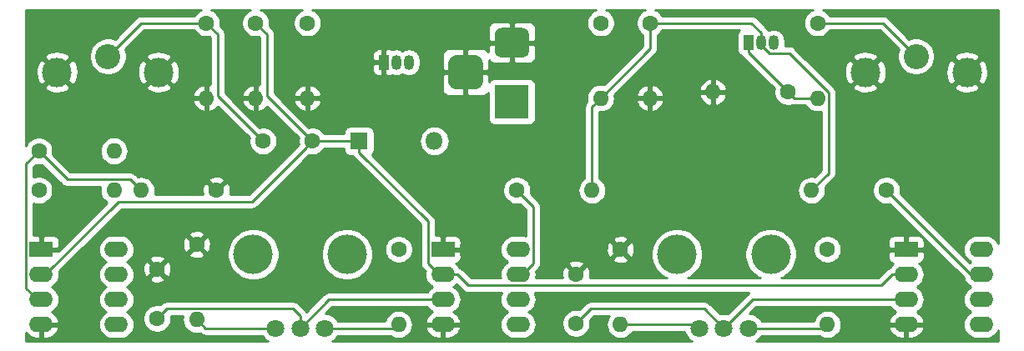
<source format=gbr>
G04 #@! TF.GenerationSoftware,KiCad,Pcbnew,(5.1.4-0-10_14)*
G04 #@! TF.CreationDate,2020-06-13T16:56:11+02:00*
G04 #@! TF.ProjectId,two_comparator_effect,74776f5f-636f-46d7-9061-7261746f725f,rev?*
G04 #@! TF.SameCoordinates,Original*
G04 #@! TF.FileFunction,Copper,L1,Top*
G04 #@! TF.FilePolarity,Positive*
%FSLAX46Y46*%
G04 Gerber Fmt 4.6, Leading zero omitted, Abs format (unit mm)*
G04 Created by KiCad (PCBNEW (5.1.4-0-10_14)) date 2020-06-13 16:56:11*
%MOMM*%
%LPD*%
G04 APERTURE LIST*
%ADD10C,1.600000*%
%ADD11R,1.800000X1.800000*%
%ADD12O,1.800000X1.800000*%
%ADD13C,3.000000*%
%ADD14C,2.550000*%
%ADD15R,3.500000X3.500000*%
%ADD16C,0.100000*%
%ADD17C,3.500000*%
%ADD18R,1.050000X1.500000*%
%ADD19O,1.050000X1.500000*%
%ADD20O,1.600000X1.600000*%
%ADD21C,4.000000*%
%ADD22C,1.800000*%
%ADD23R,2.400000X1.600000*%
%ADD24O,2.400000X1.600000*%
%ADD25C,0.250000*%
%ADD26C,0.254000*%
G04 APERTURE END LIST*
D10*
X104000000Y-72000000D03*
X104000000Y-77000000D03*
X146500000Y-77500000D03*
X146500000Y-72500000D03*
X119750000Y-59000000D03*
X114750000Y-59000000D03*
D11*
X124500000Y-59000000D03*
D12*
X132120000Y-59000000D03*
D13*
X93850000Y-52000000D03*
X104150000Y-52000000D03*
D14*
X99000000Y-50400000D03*
X181000000Y-50400000D03*
D13*
X186150000Y-52000000D03*
X175850000Y-52000000D03*
D15*
X140000000Y-55000000D03*
D16*
G36*
X141073513Y-47503611D02*
G01*
X141146318Y-47514411D01*
X141217714Y-47532295D01*
X141287013Y-47557090D01*
X141353548Y-47588559D01*
X141416678Y-47626398D01*
X141475795Y-47670242D01*
X141530330Y-47719670D01*
X141579758Y-47774205D01*
X141623602Y-47833322D01*
X141661441Y-47896452D01*
X141692910Y-47962987D01*
X141717705Y-48032286D01*
X141735589Y-48103682D01*
X141746389Y-48176487D01*
X141750000Y-48250000D01*
X141750000Y-49750000D01*
X141746389Y-49823513D01*
X141735589Y-49896318D01*
X141717705Y-49967714D01*
X141692910Y-50037013D01*
X141661441Y-50103548D01*
X141623602Y-50166678D01*
X141579758Y-50225795D01*
X141530330Y-50280330D01*
X141475795Y-50329758D01*
X141416678Y-50373602D01*
X141353548Y-50411441D01*
X141287013Y-50442910D01*
X141217714Y-50467705D01*
X141146318Y-50485589D01*
X141073513Y-50496389D01*
X141000000Y-50500000D01*
X139000000Y-50500000D01*
X138926487Y-50496389D01*
X138853682Y-50485589D01*
X138782286Y-50467705D01*
X138712987Y-50442910D01*
X138646452Y-50411441D01*
X138583322Y-50373602D01*
X138524205Y-50329758D01*
X138469670Y-50280330D01*
X138420242Y-50225795D01*
X138376398Y-50166678D01*
X138338559Y-50103548D01*
X138307090Y-50037013D01*
X138282295Y-49967714D01*
X138264411Y-49896318D01*
X138253611Y-49823513D01*
X138250000Y-49750000D01*
X138250000Y-48250000D01*
X138253611Y-48176487D01*
X138264411Y-48103682D01*
X138282295Y-48032286D01*
X138307090Y-47962987D01*
X138338559Y-47896452D01*
X138376398Y-47833322D01*
X138420242Y-47774205D01*
X138469670Y-47719670D01*
X138524205Y-47670242D01*
X138583322Y-47626398D01*
X138646452Y-47588559D01*
X138712987Y-47557090D01*
X138782286Y-47532295D01*
X138853682Y-47514411D01*
X138926487Y-47503611D01*
X139000000Y-47500000D01*
X141000000Y-47500000D01*
X141073513Y-47503611D01*
X141073513Y-47503611D01*
G37*
D13*
X140000000Y-49000000D03*
D16*
G36*
X136260765Y-50254213D02*
G01*
X136345704Y-50266813D01*
X136428999Y-50287677D01*
X136509848Y-50316605D01*
X136587472Y-50353319D01*
X136661124Y-50397464D01*
X136730094Y-50448616D01*
X136793718Y-50506282D01*
X136851384Y-50569906D01*
X136902536Y-50638876D01*
X136946681Y-50712528D01*
X136983395Y-50790152D01*
X137012323Y-50871001D01*
X137033187Y-50954296D01*
X137045787Y-51039235D01*
X137050000Y-51125000D01*
X137050000Y-52875000D01*
X137045787Y-52960765D01*
X137033187Y-53045704D01*
X137012323Y-53128999D01*
X136983395Y-53209848D01*
X136946681Y-53287472D01*
X136902536Y-53361124D01*
X136851384Y-53430094D01*
X136793718Y-53493718D01*
X136730094Y-53551384D01*
X136661124Y-53602536D01*
X136587472Y-53646681D01*
X136509848Y-53683395D01*
X136428999Y-53712323D01*
X136345704Y-53733187D01*
X136260765Y-53745787D01*
X136175000Y-53750000D01*
X134425000Y-53750000D01*
X134339235Y-53745787D01*
X134254296Y-53733187D01*
X134171001Y-53712323D01*
X134090152Y-53683395D01*
X134012528Y-53646681D01*
X133938876Y-53602536D01*
X133869906Y-53551384D01*
X133806282Y-53493718D01*
X133748616Y-53430094D01*
X133697464Y-53361124D01*
X133653319Y-53287472D01*
X133616605Y-53209848D01*
X133587677Y-53128999D01*
X133566813Y-53045704D01*
X133554213Y-52960765D01*
X133550000Y-52875000D01*
X133550000Y-51125000D01*
X133554213Y-51039235D01*
X133566813Y-50954296D01*
X133587677Y-50871001D01*
X133616605Y-50790152D01*
X133653319Y-50712528D01*
X133697464Y-50638876D01*
X133748616Y-50569906D01*
X133806282Y-50506282D01*
X133869906Y-50448616D01*
X133938876Y-50397464D01*
X134012528Y-50353319D01*
X134090152Y-50316605D01*
X134171001Y-50287677D01*
X134254296Y-50266813D01*
X134339235Y-50254213D01*
X134425000Y-50250000D01*
X136175000Y-50250000D01*
X136260765Y-50254213D01*
X136260765Y-50254213D01*
G37*
D17*
X135300000Y-52000000D03*
D18*
X164000000Y-49000000D03*
D19*
X166540000Y-49000000D03*
X165270000Y-49000000D03*
D10*
X128500000Y-70000000D03*
D20*
X128500000Y-77620000D03*
X149000000Y-54620000D03*
D10*
X149000000Y-47000000D03*
X140500000Y-64000000D03*
D20*
X148120000Y-64000000D03*
X108000000Y-77120000D03*
D10*
X108000000Y-69500000D03*
D20*
X172000000Y-77620000D03*
D10*
X172000000Y-70000000D03*
D20*
X170380000Y-64000000D03*
D10*
X178000000Y-64000000D03*
X151000000Y-70000000D03*
D20*
X151000000Y-77620000D03*
D10*
X109000000Y-47000000D03*
D20*
X109000000Y-54620000D03*
X114000000Y-54620000D03*
D10*
X114000000Y-47000000D03*
D20*
X171000000Y-54620000D03*
D10*
X171000000Y-47000000D03*
X168000000Y-54000000D03*
D20*
X160380000Y-54000000D03*
D10*
X92000000Y-60000000D03*
D20*
X99620000Y-60000000D03*
D10*
X92000000Y-64000000D03*
D20*
X99620000Y-64000000D03*
X154000000Y-54620000D03*
D10*
X154000000Y-47000000D03*
D20*
X102380000Y-64000000D03*
D10*
X110000000Y-64000000D03*
X119250000Y-47000000D03*
D20*
X119250000Y-54620000D03*
D21*
X123250000Y-70500000D03*
X113750000Y-70500000D03*
D22*
X121000000Y-78000000D03*
X118500000Y-78000000D03*
X116000000Y-78000000D03*
X159000000Y-78000000D03*
X161500000Y-78000000D03*
X164000000Y-78000000D03*
D21*
X156750000Y-70500000D03*
X166250000Y-70500000D03*
D23*
X133000000Y-70000000D03*
D24*
X140620000Y-77620000D03*
X133000000Y-72540000D03*
X140620000Y-75080000D03*
X133000000Y-75080000D03*
X140620000Y-72540000D03*
X133000000Y-77620000D03*
X140620000Y-70000000D03*
X187620000Y-70000000D03*
X180000000Y-77620000D03*
X187620000Y-72540000D03*
X180000000Y-75080000D03*
X187620000Y-75080000D03*
X180000000Y-72540000D03*
X187620000Y-77620000D03*
D23*
X180000000Y-70000000D03*
X92250000Y-70000000D03*
D24*
X99870000Y-77620000D03*
X92250000Y-72540000D03*
X99870000Y-75080000D03*
X92250000Y-75080000D03*
X99870000Y-72540000D03*
X92250000Y-77620000D03*
X99870000Y-70000000D03*
D19*
X128270000Y-51000000D03*
X129540000Y-51000000D03*
D18*
X127000000Y-51000000D03*
D25*
X104799999Y-76200001D02*
X104000000Y-77000000D01*
X105005001Y-75994999D02*
X104799999Y-76200001D01*
X117767791Y-75994999D02*
X105005001Y-75994999D01*
X118500000Y-76727208D02*
X117767791Y-75994999D01*
X118500000Y-78000000D02*
X118500000Y-76727208D01*
X121420000Y-75080000D02*
X133000000Y-75080000D01*
X118500000Y-78000000D02*
X121420000Y-75080000D01*
X147299999Y-76700001D02*
X146500000Y-77500000D01*
X159500000Y-76000000D02*
X148000000Y-76000000D01*
X148000000Y-76000000D02*
X147299999Y-76700001D01*
X161500000Y-78000000D02*
X159500000Y-76000000D01*
X164420000Y-75080000D02*
X180000000Y-75080000D01*
X161500000Y-78000000D02*
X164420000Y-75080000D01*
X118950001Y-58200001D02*
X119750000Y-59000000D01*
X115125001Y-54375001D02*
X118950001Y-58200001D01*
X115125001Y-48125001D02*
X115125001Y-54375001D01*
X114000000Y-47000000D02*
X115125001Y-48125001D01*
X124500000Y-60150000D02*
X124500000Y-59000000D01*
X131474999Y-67124999D02*
X124500000Y-60150000D01*
X131474999Y-71414999D02*
X131474999Y-67124999D01*
X132600000Y-72540000D02*
X131474999Y-71414999D01*
X133000000Y-72540000D02*
X132600000Y-72540000D01*
X119750000Y-59000000D02*
X124500000Y-59000000D01*
X113624999Y-65125001D02*
X118950001Y-59799999D01*
X92650000Y-72540000D02*
X100064999Y-65125001D01*
X118950001Y-59799999D02*
X119750000Y-59000000D01*
X100064999Y-65125001D02*
X113624999Y-65125001D01*
X92250000Y-72540000D02*
X92650000Y-72540000D01*
X177424990Y-73665010D02*
X178550000Y-72540000D01*
X178550000Y-72540000D02*
X180000000Y-72540000D01*
X135575010Y-73665010D02*
X177424990Y-73665010D01*
X134450000Y-72540000D02*
X135575010Y-73665010D01*
X133000000Y-72540000D02*
X134450000Y-72540000D01*
X102400000Y-47000000D02*
X109000000Y-47000000D01*
X99000000Y-50400000D02*
X102400000Y-47000000D01*
X113950001Y-58200001D02*
X114750000Y-59000000D01*
X110125001Y-54375001D02*
X113950001Y-58200001D01*
X110125001Y-48125001D02*
X110125001Y-54375001D01*
X109000000Y-47000000D02*
X110125001Y-48125001D01*
X177600000Y-47000000D02*
X181000000Y-50400000D01*
X171000000Y-47000000D02*
X177600000Y-47000000D01*
X168620000Y-54620000D02*
X168000000Y-54000000D01*
X171000000Y-54620000D02*
X168620000Y-54620000D01*
X164000000Y-50000000D02*
X164000000Y-49000000D01*
X168000000Y-54000000D02*
X164000000Y-50000000D01*
X165270000Y-49225000D02*
X165270000Y-49000000D01*
X166120010Y-50075010D02*
X165270000Y-49225000D01*
X168120012Y-50075010D02*
X166120010Y-50075010D01*
X172125001Y-54079999D02*
X168120012Y-50075010D01*
X172125001Y-62254999D02*
X172125001Y-54079999D01*
X170380000Y-64000000D02*
X172125001Y-62254999D01*
X155131370Y-47000000D02*
X154000000Y-47000000D01*
X164270000Y-47000000D02*
X155131370Y-47000000D01*
X165270000Y-48000000D02*
X164270000Y-47000000D01*
X165270000Y-49000000D02*
X165270000Y-48000000D01*
X154000000Y-49620000D02*
X149000000Y-54620000D01*
X154000000Y-47000000D02*
X154000000Y-49620000D01*
X148120000Y-55500000D02*
X149000000Y-54620000D01*
X148120000Y-64000000D02*
X148120000Y-55500000D01*
X128120000Y-78000000D02*
X128500000Y-77620000D01*
X121000000Y-78000000D02*
X128120000Y-78000000D01*
X141299999Y-64799999D02*
X140500000Y-64000000D01*
X142145010Y-65645010D02*
X141299999Y-64799999D01*
X142145010Y-71414990D02*
X142145010Y-65645010D01*
X141020000Y-72540000D02*
X142145010Y-71414990D01*
X140620000Y-72540000D02*
X141020000Y-72540000D01*
X108880000Y-78000000D02*
X108000000Y-77120000D01*
X116000000Y-78000000D02*
X108880000Y-78000000D01*
X171620000Y-78000000D02*
X172000000Y-77620000D01*
X164000000Y-78000000D02*
X171620000Y-78000000D01*
X186540000Y-72540000D02*
X187620000Y-72540000D01*
X178000000Y-64000000D02*
X186540000Y-72540000D01*
X158620000Y-77620000D02*
X159000000Y-78000000D01*
X151000000Y-77620000D02*
X158620000Y-77620000D01*
X91850000Y-75080000D02*
X92250000Y-75080000D01*
X90724990Y-73954990D02*
X91850000Y-75080000D01*
X90724990Y-61275010D02*
X90724990Y-73954990D01*
X92000000Y-60000000D02*
X90724990Y-61275010D01*
X101580001Y-63200001D02*
X102380000Y-64000000D01*
X101254999Y-62874999D02*
X101580001Y-63200001D01*
X94874999Y-62874999D02*
X101254999Y-62874999D01*
X92000000Y-60000000D02*
X94874999Y-62874999D01*
D26*
G36*
X135011215Y-74176018D02*
G01*
X135035009Y-74205011D01*
X135064002Y-74228805D01*
X135064006Y-74228809D01*
X135125042Y-74278899D01*
X135150734Y-74299984D01*
X135282763Y-74370556D01*
X135426024Y-74414013D01*
X135537677Y-74425010D01*
X135537686Y-74425010D01*
X135575009Y-74428686D01*
X135612332Y-74425010D01*
X138942970Y-74425010D01*
X138887818Y-74528192D01*
X138805764Y-74798691D01*
X138778057Y-75080000D01*
X138805764Y-75361309D01*
X138887818Y-75631808D01*
X139021068Y-75881101D01*
X139200392Y-76099608D01*
X139418899Y-76278932D01*
X139551858Y-76350000D01*
X139418899Y-76421068D01*
X139200392Y-76600392D01*
X139021068Y-76818899D01*
X138887818Y-77068192D01*
X138805764Y-77338691D01*
X138778057Y-77620000D01*
X138805764Y-77901309D01*
X138887818Y-78171808D01*
X139021068Y-78421101D01*
X139200392Y-78639608D01*
X139418899Y-78818932D01*
X139668192Y-78952182D01*
X139938691Y-79034236D01*
X140149508Y-79055000D01*
X141090492Y-79055000D01*
X141301309Y-79034236D01*
X141571808Y-78952182D01*
X141821101Y-78818932D01*
X142039608Y-78639608D01*
X142218932Y-78421101D01*
X142352182Y-78171808D01*
X142434236Y-77901309D01*
X142461943Y-77620000D01*
X142434236Y-77338691D01*
X142352182Y-77068192D01*
X142218932Y-76818899D01*
X142039608Y-76600392D01*
X141821101Y-76421068D01*
X141688142Y-76350000D01*
X141821101Y-76278932D01*
X142039608Y-76099608D01*
X142218932Y-75881101D01*
X142352182Y-75631808D01*
X142434236Y-75361309D01*
X142461943Y-75080000D01*
X142434236Y-74798691D01*
X142352182Y-74528192D01*
X142297030Y-74425010D01*
X164033171Y-74425010D01*
X163995724Y-74445026D01*
X163879999Y-74539999D01*
X163856202Y-74568996D01*
X161908930Y-76516269D01*
X161651184Y-76465000D01*
X161348816Y-76465000D01*
X161091070Y-76516269D01*
X160063804Y-75489003D01*
X160040001Y-75459999D01*
X159924276Y-75365026D01*
X159792247Y-75294454D01*
X159648986Y-75250997D01*
X159537333Y-75240000D01*
X159537322Y-75240000D01*
X159500000Y-75236324D01*
X159462678Y-75240000D01*
X148037323Y-75240000D01*
X148000000Y-75236324D01*
X147962677Y-75240000D01*
X147962667Y-75240000D01*
X147851014Y-75250997D01*
X147707753Y-75294454D01*
X147575723Y-75365026D01*
X147495091Y-75431200D01*
X147459999Y-75459999D01*
X147436201Y-75488998D01*
X146823887Y-76101312D01*
X146641335Y-76065000D01*
X146358665Y-76065000D01*
X146081426Y-76120147D01*
X145820273Y-76228320D01*
X145585241Y-76385363D01*
X145385363Y-76585241D01*
X145228320Y-76820273D01*
X145120147Y-77081426D01*
X145065000Y-77358665D01*
X145065000Y-77641335D01*
X145120147Y-77918574D01*
X145228320Y-78179727D01*
X145385363Y-78414759D01*
X145585241Y-78614637D01*
X145820273Y-78771680D01*
X146081426Y-78879853D01*
X146358665Y-78935000D01*
X146641335Y-78935000D01*
X146918574Y-78879853D01*
X147179727Y-78771680D01*
X147414759Y-78614637D01*
X147614637Y-78414759D01*
X147771680Y-78179727D01*
X147879853Y-77918574D01*
X147935000Y-77641335D01*
X147935000Y-77358665D01*
X147898688Y-77176113D01*
X148314802Y-76760000D01*
X149849405Y-76760000D01*
X149801068Y-76818899D01*
X149667818Y-77068192D01*
X149585764Y-77338691D01*
X149558057Y-77620000D01*
X149585764Y-77901309D01*
X149667818Y-78171808D01*
X149801068Y-78421101D01*
X149980392Y-78639608D01*
X150198899Y-78818932D01*
X150448192Y-78952182D01*
X150718691Y-79034236D01*
X150929508Y-79055000D01*
X151070492Y-79055000D01*
X151281309Y-79034236D01*
X151551808Y-78952182D01*
X151801101Y-78818932D01*
X152019608Y-78639608D01*
X152198932Y-78421101D01*
X152220901Y-78380000D01*
X157510514Y-78380000D01*
X157523989Y-78447743D01*
X157639701Y-78727095D01*
X157807688Y-78978505D01*
X158021495Y-79192312D01*
X158242525Y-79340000D01*
X121757475Y-79340000D01*
X121978505Y-79192312D01*
X122192312Y-78978505D01*
X122338313Y-78760000D01*
X127627090Y-78760000D01*
X127698899Y-78818932D01*
X127948192Y-78952182D01*
X128218691Y-79034236D01*
X128429508Y-79055000D01*
X128570492Y-79055000D01*
X128781309Y-79034236D01*
X129051808Y-78952182D01*
X129301101Y-78818932D01*
X129519608Y-78639608D01*
X129698932Y-78421101D01*
X129832182Y-78171808D01*
X129893690Y-77969039D01*
X131208096Y-77969039D01*
X131225633Y-78051818D01*
X131336285Y-78311646D01*
X131495500Y-78544895D01*
X131697161Y-78742601D01*
X131933517Y-78897166D01*
X132195486Y-79002650D01*
X132473000Y-79055000D01*
X132873000Y-79055000D01*
X132873000Y-77747000D01*
X133127000Y-77747000D01*
X133127000Y-79055000D01*
X133527000Y-79055000D01*
X133804514Y-79002650D01*
X134066483Y-78897166D01*
X134302839Y-78742601D01*
X134504500Y-78544895D01*
X134663715Y-78311646D01*
X134774367Y-78051818D01*
X134791904Y-77969039D01*
X134669915Y-77747000D01*
X133127000Y-77747000D01*
X132873000Y-77747000D01*
X131330085Y-77747000D01*
X131208096Y-77969039D01*
X129893690Y-77969039D01*
X129914236Y-77901309D01*
X129941943Y-77620000D01*
X129914236Y-77338691D01*
X129832182Y-77068192D01*
X129698932Y-76818899D01*
X129519608Y-76600392D01*
X129301101Y-76421068D01*
X129051808Y-76287818D01*
X128781309Y-76205764D01*
X128570492Y-76185000D01*
X128429508Y-76185000D01*
X128218691Y-76205764D01*
X127948192Y-76287818D01*
X127698899Y-76421068D01*
X127480392Y-76600392D01*
X127301068Y-76818899D01*
X127167818Y-77068192D01*
X127115701Y-77240000D01*
X122338313Y-77240000D01*
X122192312Y-77021495D01*
X121978505Y-76807688D01*
X121727095Y-76639701D01*
X121447743Y-76523989D01*
X121151184Y-76465000D01*
X121109802Y-76465000D01*
X121734802Y-75840000D01*
X131379099Y-75840000D01*
X131401068Y-75881101D01*
X131580392Y-76099608D01*
X131798899Y-76278932D01*
X131926741Y-76347265D01*
X131697161Y-76497399D01*
X131495500Y-76695105D01*
X131336285Y-76928354D01*
X131225633Y-77188182D01*
X131208096Y-77270961D01*
X131330085Y-77493000D01*
X132873000Y-77493000D01*
X132873000Y-77473000D01*
X133127000Y-77473000D01*
X133127000Y-77493000D01*
X134669915Y-77493000D01*
X134791904Y-77270961D01*
X134774367Y-77188182D01*
X134663715Y-76928354D01*
X134504500Y-76695105D01*
X134302839Y-76497399D01*
X134073259Y-76347265D01*
X134201101Y-76278932D01*
X134419608Y-76099608D01*
X134598932Y-75881101D01*
X134732182Y-75631808D01*
X134814236Y-75361309D01*
X134841943Y-75080000D01*
X134814236Y-74798691D01*
X134732182Y-74528192D01*
X134598932Y-74278899D01*
X134419608Y-74060392D01*
X134201101Y-73881068D01*
X134068142Y-73810000D01*
X134201101Y-73738932D01*
X134405986Y-73570788D01*
X135011215Y-74176018D01*
X135011215Y-74176018D01*
G37*
X135011215Y-74176018D02*
X135035009Y-74205011D01*
X135064002Y-74228805D01*
X135064006Y-74228809D01*
X135125042Y-74278899D01*
X135150734Y-74299984D01*
X135282763Y-74370556D01*
X135426024Y-74414013D01*
X135537677Y-74425010D01*
X135537686Y-74425010D01*
X135575009Y-74428686D01*
X135612332Y-74425010D01*
X138942970Y-74425010D01*
X138887818Y-74528192D01*
X138805764Y-74798691D01*
X138778057Y-75080000D01*
X138805764Y-75361309D01*
X138887818Y-75631808D01*
X139021068Y-75881101D01*
X139200392Y-76099608D01*
X139418899Y-76278932D01*
X139551858Y-76350000D01*
X139418899Y-76421068D01*
X139200392Y-76600392D01*
X139021068Y-76818899D01*
X138887818Y-77068192D01*
X138805764Y-77338691D01*
X138778057Y-77620000D01*
X138805764Y-77901309D01*
X138887818Y-78171808D01*
X139021068Y-78421101D01*
X139200392Y-78639608D01*
X139418899Y-78818932D01*
X139668192Y-78952182D01*
X139938691Y-79034236D01*
X140149508Y-79055000D01*
X141090492Y-79055000D01*
X141301309Y-79034236D01*
X141571808Y-78952182D01*
X141821101Y-78818932D01*
X142039608Y-78639608D01*
X142218932Y-78421101D01*
X142352182Y-78171808D01*
X142434236Y-77901309D01*
X142461943Y-77620000D01*
X142434236Y-77338691D01*
X142352182Y-77068192D01*
X142218932Y-76818899D01*
X142039608Y-76600392D01*
X141821101Y-76421068D01*
X141688142Y-76350000D01*
X141821101Y-76278932D01*
X142039608Y-76099608D01*
X142218932Y-75881101D01*
X142352182Y-75631808D01*
X142434236Y-75361309D01*
X142461943Y-75080000D01*
X142434236Y-74798691D01*
X142352182Y-74528192D01*
X142297030Y-74425010D01*
X164033171Y-74425010D01*
X163995724Y-74445026D01*
X163879999Y-74539999D01*
X163856202Y-74568996D01*
X161908930Y-76516269D01*
X161651184Y-76465000D01*
X161348816Y-76465000D01*
X161091070Y-76516269D01*
X160063804Y-75489003D01*
X160040001Y-75459999D01*
X159924276Y-75365026D01*
X159792247Y-75294454D01*
X159648986Y-75250997D01*
X159537333Y-75240000D01*
X159537322Y-75240000D01*
X159500000Y-75236324D01*
X159462678Y-75240000D01*
X148037323Y-75240000D01*
X148000000Y-75236324D01*
X147962677Y-75240000D01*
X147962667Y-75240000D01*
X147851014Y-75250997D01*
X147707753Y-75294454D01*
X147575723Y-75365026D01*
X147495091Y-75431200D01*
X147459999Y-75459999D01*
X147436201Y-75488998D01*
X146823887Y-76101312D01*
X146641335Y-76065000D01*
X146358665Y-76065000D01*
X146081426Y-76120147D01*
X145820273Y-76228320D01*
X145585241Y-76385363D01*
X145385363Y-76585241D01*
X145228320Y-76820273D01*
X145120147Y-77081426D01*
X145065000Y-77358665D01*
X145065000Y-77641335D01*
X145120147Y-77918574D01*
X145228320Y-78179727D01*
X145385363Y-78414759D01*
X145585241Y-78614637D01*
X145820273Y-78771680D01*
X146081426Y-78879853D01*
X146358665Y-78935000D01*
X146641335Y-78935000D01*
X146918574Y-78879853D01*
X147179727Y-78771680D01*
X147414759Y-78614637D01*
X147614637Y-78414759D01*
X147771680Y-78179727D01*
X147879853Y-77918574D01*
X147935000Y-77641335D01*
X147935000Y-77358665D01*
X147898688Y-77176113D01*
X148314802Y-76760000D01*
X149849405Y-76760000D01*
X149801068Y-76818899D01*
X149667818Y-77068192D01*
X149585764Y-77338691D01*
X149558057Y-77620000D01*
X149585764Y-77901309D01*
X149667818Y-78171808D01*
X149801068Y-78421101D01*
X149980392Y-78639608D01*
X150198899Y-78818932D01*
X150448192Y-78952182D01*
X150718691Y-79034236D01*
X150929508Y-79055000D01*
X151070492Y-79055000D01*
X151281309Y-79034236D01*
X151551808Y-78952182D01*
X151801101Y-78818932D01*
X152019608Y-78639608D01*
X152198932Y-78421101D01*
X152220901Y-78380000D01*
X157510514Y-78380000D01*
X157523989Y-78447743D01*
X157639701Y-78727095D01*
X157807688Y-78978505D01*
X158021495Y-79192312D01*
X158242525Y-79340000D01*
X121757475Y-79340000D01*
X121978505Y-79192312D01*
X122192312Y-78978505D01*
X122338313Y-78760000D01*
X127627090Y-78760000D01*
X127698899Y-78818932D01*
X127948192Y-78952182D01*
X128218691Y-79034236D01*
X128429508Y-79055000D01*
X128570492Y-79055000D01*
X128781309Y-79034236D01*
X129051808Y-78952182D01*
X129301101Y-78818932D01*
X129519608Y-78639608D01*
X129698932Y-78421101D01*
X129832182Y-78171808D01*
X129893690Y-77969039D01*
X131208096Y-77969039D01*
X131225633Y-78051818D01*
X131336285Y-78311646D01*
X131495500Y-78544895D01*
X131697161Y-78742601D01*
X131933517Y-78897166D01*
X132195486Y-79002650D01*
X132473000Y-79055000D01*
X132873000Y-79055000D01*
X132873000Y-77747000D01*
X133127000Y-77747000D01*
X133127000Y-79055000D01*
X133527000Y-79055000D01*
X133804514Y-79002650D01*
X134066483Y-78897166D01*
X134302839Y-78742601D01*
X134504500Y-78544895D01*
X134663715Y-78311646D01*
X134774367Y-78051818D01*
X134791904Y-77969039D01*
X134669915Y-77747000D01*
X133127000Y-77747000D01*
X132873000Y-77747000D01*
X131330085Y-77747000D01*
X131208096Y-77969039D01*
X129893690Y-77969039D01*
X129914236Y-77901309D01*
X129941943Y-77620000D01*
X129914236Y-77338691D01*
X129832182Y-77068192D01*
X129698932Y-76818899D01*
X129519608Y-76600392D01*
X129301101Y-76421068D01*
X129051808Y-76287818D01*
X128781309Y-76205764D01*
X128570492Y-76185000D01*
X128429508Y-76185000D01*
X128218691Y-76205764D01*
X127948192Y-76287818D01*
X127698899Y-76421068D01*
X127480392Y-76600392D01*
X127301068Y-76818899D01*
X127167818Y-77068192D01*
X127115701Y-77240000D01*
X122338313Y-77240000D01*
X122192312Y-77021495D01*
X121978505Y-76807688D01*
X121727095Y-76639701D01*
X121447743Y-76523989D01*
X121151184Y-76465000D01*
X121109802Y-76465000D01*
X121734802Y-75840000D01*
X131379099Y-75840000D01*
X131401068Y-75881101D01*
X131580392Y-76099608D01*
X131798899Y-76278932D01*
X131926741Y-76347265D01*
X131697161Y-76497399D01*
X131495500Y-76695105D01*
X131336285Y-76928354D01*
X131225633Y-77188182D01*
X131208096Y-77270961D01*
X131330085Y-77493000D01*
X132873000Y-77493000D01*
X132873000Y-77473000D01*
X133127000Y-77473000D01*
X133127000Y-77493000D01*
X134669915Y-77493000D01*
X134791904Y-77270961D01*
X134774367Y-77188182D01*
X134663715Y-76928354D01*
X134504500Y-76695105D01*
X134302839Y-76497399D01*
X134073259Y-76347265D01*
X134201101Y-76278932D01*
X134419608Y-76099608D01*
X134598932Y-75881101D01*
X134732182Y-75631808D01*
X134814236Y-75361309D01*
X134841943Y-75080000D01*
X134814236Y-74798691D01*
X134732182Y-74528192D01*
X134598932Y-74278899D01*
X134419608Y-74060392D01*
X134201101Y-73881068D01*
X134068142Y-73810000D01*
X134201101Y-73738932D01*
X134405986Y-73570788D01*
X135011215Y-74176018D01*
G36*
X122961928Y-59900000D02*
G01*
X122974188Y-60024482D01*
X123010498Y-60144180D01*
X123069463Y-60254494D01*
X123148815Y-60351185D01*
X123245506Y-60430537D01*
X123355820Y-60489502D01*
X123475518Y-60525812D01*
X123600000Y-60538072D01*
X123845674Y-60538072D01*
X123865026Y-60574276D01*
X123904871Y-60622826D01*
X123959999Y-60690001D01*
X123989003Y-60713804D01*
X130715000Y-67439802D01*
X130714999Y-71377676D01*
X130711323Y-71414999D01*
X130714999Y-71452321D01*
X130714999Y-71452331D01*
X130725996Y-71563984D01*
X130769450Y-71707236D01*
X130769453Y-71707245D01*
X130840025Y-71839275D01*
X130876491Y-71883708D01*
X130934998Y-71955000D01*
X130964001Y-71978803D01*
X131199292Y-72214094D01*
X131185764Y-72258691D01*
X131158057Y-72540000D01*
X131185764Y-72821309D01*
X131267818Y-73091808D01*
X131401068Y-73341101D01*
X131580392Y-73559608D01*
X131798899Y-73738932D01*
X131931858Y-73810000D01*
X131798899Y-73881068D01*
X131580392Y-74060392D01*
X131401068Y-74278899D01*
X131379099Y-74320000D01*
X121457333Y-74320000D01*
X121420000Y-74316323D01*
X121382667Y-74320000D01*
X121271014Y-74330997D01*
X121127753Y-74374454D01*
X120995724Y-74445026D01*
X120879999Y-74539999D01*
X120856202Y-74568996D01*
X119129246Y-76295952D01*
X119063799Y-76216205D01*
X119040001Y-76187207D01*
X119011002Y-76163409D01*
X118331594Y-75484001D01*
X118307792Y-75454998D01*
X118192067Y-75360025D01*
X118060038Y-75289453D01*
X117916777Y-75245996D01*
X117805124Y-75234999D01*
X117805113Y-75234999D01*
X117767791Y-75231323D01*
X117730469Y-75234999D01*
X105042334Y-75234999D01*
X105005001Y-75231322D01*
X104967668Y-75234999D01*
X104856015Y-75245996D01*
X104712754Y-75289453D01*
X104580725Y-75360025D01*
X104465000Y-75454998D01*
X104441197Y-75484002D01*
X104323887Y-75601312D01*
X104141335Y-75565000D01*
X103858665Y-75565000D01*
X103581426Y-75620147D01*
X103320273Y-75728320D01*
X103085241Y-75885363D01*
X102885363Y-76085241D01*
X102728320Y-76320273D01*
X102620147Y-76581426D01*
X102565000Y-76858665D01*
X102565000Y-77141335D01*
X102620147Y-77418574D01*
X102728320Y-77679727D01*
X102885363Y-77914759D01*
X103085241Y-78114637D01*
X103320273Y-78271680D01*
X103581426Y-78379853D01*
X103858665Y-78435000D01*
X104141335Y-78435000D01*
X104418574Y-78379853D01*
X104679727Y-78271680D01*
X104914759Y-78114637D01*
X105114637Y-77914759D01*
X105271680Y-77679727D01*
X105379853Y-77418574D01*
X105435000Y-77141335D01*
X105435000Y-76858665D01*
X105414379Y-76754999D01*
X106611151Y-76754999D01*
X106585764Y-76838691D01*
X106558057Y-77120000D01*
X106585764Y-77401309D01*
X106667818Y-77671808D01*
X106801068Y-77921101D01*
X106980392Y-78139608D01*
X107198899Y-78318932D01*
X107448192Y-78452182D01*
X107718691Y-78534236D01*
X107929508Y-78555000D01*
X108070492Y-78555000D01*
X108281309Y-78534236D01*
X108324512Y-78521131D01*
X108339999Y-78540001D01*
X108368997Y-78563799D01*
X108455723Y-78634974D01*
X108464393Y-78639608D01*
X108587753Y-78705546D01*
X108731014Y-78749003D01*
X108842667Y-78760000D01*
X108842677Y-78760000D01*
X108880000Y-78763676D01*
X108917323Y-78760000D01*
X114661687Y-78760000D01*
X114807688Y-78978505D01*
X115021495Y-79192312D01*
X115242525Y-79340000D01*
X90660000Y-79340000D01*
X90660000Y-78419638D01*
X90745500Y-78544895D01*
X90947161Y-78742601D01*
X91183517Y-78897166D01*
X91445486Y-79002650D01*
X91723000Y-79055000D01*
X92123000Y-79055000D01*
X92123000Y-77747000D01*
X92377000Y-77747000D01*
X92377000Y-79055000D01*
X92777000Y-79055000D01*
X93054514Y-79002650D01*
X93316483Y-78897166D01*
X93552839Y-78742601D01*
X93754500Y-78544895D01*
X93913715Y-78311646D01*
X94024367Y-78051818D01*
X94041904Y-77969039D01*
X93919915Y-77747000D01*
X92377000Y-77747000D01*
X92123000Y-77747000D01*
X92103000Y-77747000D01*
X92103000Y-77493000D01*
X92123000Y-77493000D01*
X92123000Y-77473000D01*
X92377000Y-77473000D01*
X92377000Y-77493000D01*
X93919915Y-77493000D01*
X94041904Y-77270961D01*
X94024367Y-77188182D01*
X93913715Y-76928354D01*
X93754500Y-76695105D01*
X93552839Y-76497399D01*
X93323259Y-76347265D01*
X93451101Y-76278932D01*
X93669608Y-76099608D01*
X93848932Y-75881101D01*
X93982182Y-75631808D01*
X94064236Y-75361309D01*
X94091943Y-75080000D01*
X94064236Y-74798691D01*
X93982182Y-74528192D01*
X93848932Y-74278899D01*
X93669608Y-74060392D01*
X93451101Y-73881068D01*
X93318142Y-73810000D01*
X93451101Y-73738932D01*
X93669608Y-73559608D01*
X93848932Y-73341101D01*
X93982182Y-73091808D01*
X94064236Y-72821309D01*
X94091943Y-72540000D01*
X94064236Y-72258691D01*
X94050708Y-72214093D01*
X96264801Y-70000000D01*
X98028057Y-70000000D01*
X98055764Y-70281309D01*
X98137818Y-70551808D01*
X98271068Y-70801101D01*
X98450392Y-71019608D01*
X98668899Y-71198932D01*
X98801858Y-71270000D01*
X98668899Y-71341068D01*
X98450392Y-71520392D01*
X98271068Y-71738899D01*
X98137818Y-71988192D01*
X98055764Y-72258691D01*
X98028057Y-72540000D01*
X98055764Y-72821309D01*
X98137818Y-73091808D01*
X98271068Y-73341101D01*
X98450392Y-73559608D01*
X98668899Y-73738932D01*
X98801858Y-73810000D01*
X98668899Y-73881068D01*
X98450392Y-74060392D01*
X98271068Y-74278899D01*
X98137818Y-74528192D01*
X98055764Y-74798691D01*
X98028057Y-75080000D01*
X98055764Y-75361309D01*
X98137818Y-75631808D01*
X98271068Y-75881101D01*
X98450392Y-76099608D01*
X98668899Y-76278932D01*
X98801858Y-76350000D01*
X98668899Y-76421068D01*
X98450392Y-76600392D01*
X98271068Y-76818899D01*
X98137818Y-77068192D01*
X98055764Y-77338691D01*
X98028057Y-77620000D01*
X98055764Y-77901309D01*
X98137818Y-78171808D01*
X98271068Y-78421101D01*
X98450392Y-78639608D01*
X98668899Y-78818932D01*
X98918192Y-78952182D01*
X99188691Y-79034236D01*
X99399508Y-79055000D01*
X100340492Y-79055000D01*
X100551309Y-79034236D01*
X100821808Y-78952182D01*
X101071101Y-78818932D01*
X101289608Y-78639608D01*
X101468932Y-78421101D01*
X101602182Y-78171808D01*
X101684236Y-77901309D01*
X101711943Y-77620000D01*
X101684236Y-77338691D01*
X101602182Y-77068192D01*
X101468932Y-76818899D01*
X101289608Y-76600392D01*
X101071101Y-76421068D01*
X100938142Y-76350000D01*
X101071101Y-76278932D01*
X101289608Y-76099608D01*
X101468932Y-75881101D01*
X101602182Y-75631808D01*
X101684236Y-75361309D01*
X101711943Y-75080000D01*
X101684236Y-74798691D01*
X101602182Y-74528192D01*
X101468932Y-74278899D01*
X101289608Y-74060392D01*
X101071101Y-73881068D01*
X100938142Y-73810000D01*
X101071101Y-73738932D01*
X101289608Y-73559608D01*
X101468932Y-73341101D01*
X101602182Y-73091808D01*
X101632245Y-72992702D01*
X103186903Y-72992702D01*
X103258486Y-73236671D01*
X103513996Y-73357571D01*
X103788184Y-73426300D01*
X104070512Y-73440217D01*
X104350130Y-73398787D01*
X104616292Y-73303603D01*
X104741514Y-73236671D01*
X104813097Y-72992702D01*
X104000000Y-72179605D01*
X103186903Y-72992702D01*
X101632245Y-72992702D01*
X101684236Y-72821309D01*
X101711943Y-72540000D01*
X101684236Y-72258691D01*
X101627154Y-72070512D01*
X102559783Y-72070512D01*
X102601213Y-72350130D01*
X102696397Y-72616292D01*
X102763329Y-72741514D01*
X103007298Y-72813097D01*
X103820395Y-72000000D01*
X104179605Y-72000000D01*
X104992702Y-72813097D01*
X105236671Y-72741514D01*
X105357571Y-72486004D01*
X105426300Y-72211816D01*
X105440217Y-71929488D01*
X105398787Y-71649870D01*
X105303603Y-71383708D01*
X105236671Y-71258486D01*
X104992702Y-71186903D01*
X104179605Y-72000000D01*
X103820395Y-72000000D01*
X103007298Y-71186903D01*
X102763329Y-71258486D01*
X102642429Y-71513996D01*
X102573700Y-71788184D01*
X102559783Y-72070512D01*
X101627154Y-72070512D01*
X101602182Y-71988192D01*
X101468932Y-71738899D01*
X101289608Y-71520392D01*
X101071101Y-71341068D01*
X100938142Y-71270000D01*
X101071101Y-71198932D01*
X101289608Y-71019608D01*
X101299710Y-71007298D01*
X103186903Y-71007298D01*
X104000000Y-71820395D01*
X104813097Y-71007298D01*
X104741514Y-70763329D01*
X104486004Y-70642429D01*
X104211816Y-70573700D01*
X103929488Y-70559783D01*
X103649870Y-70601213D01*
X103383708Y-70696397D01*
X103258486Y-70763329D01*
X103186903Y-71007298D01*
X101299710Y-71007298D01*
X101468932Y-70801101D01*
X101602182Y-70551808D01*
X101620111Y-70492702D01*
X107186903Y-70492702D01*
X107258486Y-70736671D01*
X107513996Y-70857571D01*
X107788184Y-70926300D01*
X108070512Y-70940217D01*
X108350130Y-70898787D01*
X108616292Y-70803603D01*
X108741514Y-70736671D01*
X108813097Y-70492702D01*
X108000000Y-69679605D01*
X107186903Y-70492702D01*
X101620111Y-70492702D01*
X101684236Y-70281309D01*
X101711943Y-70000000D01*
X101684236Y-69718691D01*
X101639287Y-69570512D01*
X106559783Y-69570512D01*
X106601213Y-69850130D01*
X106696397Y-70116292D01*
X106763329Y-70241514D01*
X107007298Y-70313097D01*
X107820395Y-69500000D01*
X108179605Y-69500000D01*
X108992702Y-70313097D01*
X109236671Y-70241514D01*
X109237162Y-70240475D01*
X111115000Y-70240475D01*
X111115000Y-70759525D01*
X111216261Y-71268601D01*
X111414893Y-71748141D01*
X111703262Y-72179715D01*
X112070285Y-72546738D01*
X112501859Y-72835107D01*
X112981399Y-73033739D01*
X113490475Y-73135000D01*
X114009525Y-73135000D01*
X114518601Y-73033739D01*
X114998141Y-72835107D01*
X115429715Y-72546738D01*
X115796738Y-72179715D01*
X116085107Y-71748141D01*
X116283739Y-71268601D01*
X116385000Y-70759525D01*
X116385000Y-70240475D01*
X120615000Y-70240475D01*
X120615000Y-70759525D01*
X120716261Y-71268601D01*
X120914893Y-71748141D01*
X121203262Y-72179715D01*
X121570285Y-72546738D01*
X122001859Y-72835107D01*
X122481399Y-73033739D01*
X122990475Y-73135000D01*
X123509525Y-73135000D01*
X124018601Y-73033739D01*
X124498141Y-72835107D01*
X124929715Y-72546738D01*
X125296738Y-72179715D01*
X125585107Y-71748141D01*
X125783739Y-71268601D01*
X125885000Y-70759525D01*
X125885000Y-70240475D01*
X125809054Y-69858665D01*
X127065000Y-69858665D01*
X127065000Y-70141335D01*
X127120147Y-70418574D01*
X127228320Y-70679727D01*
X127385363Y-70914759D01*
X127585241Y-71114637D01*
X127820273Y-71271680D01*
X128081426Y-71379853D01*
X128358665Y-71435000D01*
X128641335Y-71435000D01*
X128918574Y-71379853D01*
X129179727Y-71271680D01*
X129414759Y-71114637D01*
X129614637Y-70914759D01*
X129771680Y-70679727D01*
X129879853Y-70418574D01*
X129935000Y-70141335D01*
X129935000Y-69858665D01*
X129879853Y-69581426D01*
X129771680Y-69320273D01*
X129614637Y-69085241D01*
X129414759Y-68885363D01*
X129179727Y-68728320D01*
X128918574Y-68620147D01*
X128641335Y-68565000D01*
X128358665Y-68565000D01*
X128081426Y-68620147D01*
X127820273Y-68728320D01*
X127585241Y-68885363D01*
X127385363Y-69085241D01*
X127228320Y-69320273D01*
X127120147Y-69581426D01*
X127065000Y-69858665D01*
X125809054Y-69858665D01*
X125783739Y-69731399D01*
X125585107Y-69251859D01*
X125296738Y-68820285D01*
X124929715Y-68453262D01*
X124498141Y-68164893D01*
X124018601Y-67966261D01*
X123509525Y-67865000D01*
X122990475Y-67865000D01*
X122481399Y-67966261D01*
X122001859Y-68164893D01*
X121570285Y-68453262D01*
X121203262Y-68820285D01*
X120914893Y-69251859D01*
X120716261Y-69731399D01*
X120615000Y-70240475D01*
X116385000Y-70240475D01*
X116283739Y-69731399D01*
X116085107Y-69251859D01*
X115796738Y-68820285D01*
X115429715Y-68453262D01*
X114998141Y-68164893D01*
X114518601Y-67966261D01*
X114009525Y-67865000D01*
X113490475Y-67865000D01*
X112981399Y-67966261D01*
X112501859Y-68164893D01*
X112070285Y-68453262D01*
X111703262Y-68820285D01*
X111414893Y-69251859D01*
X111216261Y-69731399D01*
X111115000Y-70240475D01*
X109237162Y-70240475D01*
X109357571Y-69986004D01*
X109426300Y-69711816D01*
X109440217Y-69429488D01*
X109398787Y-69149870D01*
X109303603Y-68883708D01*
X109236671Y-68758486D01*
X108992702Y-68686903D01*
X108179605Y-69500000D01*
X107820395Y-69500000D01*
X107007298Y-68686903D01*
X106763329Y-68758486D01*
X106642429Y-69013996D01*
X106573700Y-69288184D01*
X106559783Y-69570512D01*
X101639287Y-69570512D01*
X101602182Y-69448192D01*
X101468932Y-69198899D01*
X101289608Y-68980392D01*
X101071101Y-68801068D01*
X100821808Y-68667818D01*
X100551309Y-68585764D01*
X100340492Y-68565000D01*
X99399508Y-68565000D01*
X99188691Y-68585764D01*
X98918192Y-68667818D01*
X98668899Y-68801068D01*
X98450392Y-68980392D01*
X98271068Y-69198899D01*
X98137818Y-69448192D01*
X98055764Y-69718691D01*
X98028057Y-70000000D01*
X96264801Y-70000000D01*
X97757503Y-68507298D01*
X107186903Y-68507298D01*
X108000000Y-69320395D01*
X108813097Y-68507298D01*
X108741514Y-68263329D01*
X108486004Y-68142429D01*
X108211816Y-68073700D01*
X107929488Y-68059783D01*
X107649870Y-68101213D01*
X107383708Y-68196397D01*
X107258486Y-68263329D01*
X107186903Y-68507298D01*
X97757503Y-68507298D01*
X100379801Y-65885001D01*
X113587677Y-65885001D01*
X113624999Y-65888677D01*
X113662321Y-65885001D01*
X113662332Y-65885001D01*
X113773985Y-65874004D01*
X113917246Y-65830547D01*
X114049275Y-65759975D01*
X114165000Y-65665002D01*
X114188803Y-65635998D01*
X119426114Y-60398688D01*
X119608665Y-60435000D01*
X119891335Y-60435000D01*
X120168574Y-60379853D01*
X120429727Y-60271680D01*
X120664759Y-60114637D01*
X120864637Y-59914759D01*
X120968043Y-59760000D01*
X122961928Y-59760000D01*
X122961928Y-59900000D01*
X122961928Y-59900000D01*
G37*
X122961928Y-59900000D02*
X122974188Y-60024482D01*
X123010498Y-60144180D01*
X123069463Y-60254494D01*
X123148815Y-60351185D01*
X123245506Y-60430537D01*
X123355820Y-60489502D01*
X123475518Y-60525812D01*
X123600000Y-60538072D01*
X123845674Y-60538072D01*
X123865026Y-60574276D01*
X123904871Y-60622826D01*
X123959999Y-60690001D01*
X123989003Y-60713804D01*
X130715000Y-67439802D01*
X130714999Y-71377676D01*
X130711323Y-71414999D01*
X130714999Y-71452321D01*
X130714999Y-71452331D01*
X130725996Y-71563984D01*
X130769450Y-71707236D01*
X130769453Y-71707245D01*
X130840025Y-71839275D01*
X130876491Y-71883708D01*
X130934998Y-71955000D01*
X130964001Y-71978803D01*
X131199292Y-72214094D01*
X131185764Y-72258691D01*
X131158057Y-72540000D01*
X131185764Y-72821309D01*
X131267818Y-73091808D01*
X131401068Y-73341101D01*
X131580392Y-73559608D01*
X131798899Y-73738932D01*
X131931858Y-73810000D01*
X131798899Y-73881068D01*
X131580392Y-74060392D01*
X131401068Y-74278899D01*
X131379099Y-74320000D01*
X121457333Y-74320000D01*
X121420000Y-74316323D01*
X121382667Y-74320000D01*
X121271014Y-74330997D01*
X121127753Y-74374454D01*
X120995724Y-74445026D01*
X120879999Y-74539999D01*
X120856202Y-74568996D01*
X119129246Y-76295952D01*
X119063799Y-76216205D01*
X119040001Y-76187207D01*
X119011002Y-76163409D01*
X118331594Y-75484001D01*
X118307792Y-75454998D01*
X118192067Y-75360025D01*
X118060038Y-75289453D01*
X117916777Y-75245996D01*
X117805124Y-75234999D01*
X117805113Y-75234999D01*
X117767791Y-75231323D01*
X117730469Y-75234999D01*
X105042334Y-75234999D01*
X105005001Y-75231322D01*
X104967668Y-75234999D01*
X104856015Y-75245996D01*
X104712754Y-75289453D01*
X104580725Y-75360025D01*
X104465000Y-75454998D01*
X104441197Y-75484002D01*
X104323887Y-75601312D01*
X104141335Y-75565000D01*
X103858665Y-75565000D01*
X103581426Y-75620147D01*
X103320273Y-75728320D01*
X103085241Y-75885363D01*
X102885363Y-76085241D01*
X102728320Y-76320273D01*
X102620147Y-76581426D01*
X102565000Y-76858665D01*
X102565000Y-77141335D01*
X102620147Y-77418574D01*
X102728320Y-77679727D01*
X102885363Y-77914759D01*
X103085241Y-78114637D01*
X103320273Y-78271680D01*
X103581426Y-78379853D01*
X103858665Y-78435000D01*
X104141335Y-78435000D01*
X104418574Y-78379853D01*
X104679727Y-78271680D01*
X104914759Y-78114637D01*
X105114637Y-77914759D01*
X105271680Y-77679727D01*
X105379853Y-77418574D01*
X105435000Y-77141335D01*
X105435000Y-76858665D01*
X105414379Y-76754999D01*
X106611151Y-76754999D01*
X106585764Y-76838691D01*
X106558057Y-77120000D01*
X106585764Y-77401309D01*
X106667818Y-77671808D01*
X106801068Y-77921101D01*
X106980392Y-78139608D01*
X107198899Y-78318932D01*
X107448192Y-78452182D01*
X107718691Y-78534236D01*
X107929508Y-78555000D01*
X108070492Y-78555000D01*
X108281309Y-78534236D01*
X108324512Y-78521131D01*
X108339999Y-78540001D01*
X108368997Y-78563799D01*
X108455723Y-78634974D01*
X108464393Y-78639608D01*
X108587753Y-78705546D01*
X108731014Y-78749003D01*
X108842667Y-78760000D01*
X108842677Y-78760000D01*
X108880000Y-78763676D01*
X108917323Y-78760000D01*
X114661687Y-78760000D01*
X114807688Y-78978505D01*
X115021495Y-79192312D01*
X115242525Y-79340000D01*
X90660000Y-79340000D01*
X90660000Y-78419638D01*
X90745500Y-78544895D01*
X90947161Y-78742601D01*
X91183517Y-78897166D01*
X91445486Y-79002650D01*
X91723000Y-79055000D01*
X92123000Y-79055000D01*
X92123000Y-77747000D01*
X92377000Y-77747000D01*
X92377000Y-79055000D01*
X92777000Y-79055000D01*
X93054514Y-79002650D01*
X93316483Y-78897166D01*
X93552839Y-78742601D01*
X93754500Y-78544895D01*
X93913715Y-78311646D01*
X94024367Y-78051818D01*
X94041904Y-77969039D01*
X93919915Y-77747000D01*
X92377000Y-77747000D01*
X92123000Y-77747000D01*
X92103000Y-77747000D01*
X92103000Y-77493000D01*
X92123000Y-77493000D01*
X92123000Y-77473000D01*
X92377000Y-77473000D01*
X92377000Y-77493000D01*
X93919915Y-77493000D01*
X94041904Y-77270961D01*
X94024367Y-77188182D01*
X93913715Y-76928354D01*
X93754500Y-76695105D01*
X93552839Y-76497399D01*
X93323259Y-76347265D01*
X93451101Y-76278932D01*
X93669608Y-76099608D01*
X93848932Y-75881101D01*
X93982182Y-75631808D01*
X94064236Y-75361309D01*
X94091943Y-75080000D01*
X94064236Y-74798691D01*
X93982182Y-74528192D01*
X93848932Y-74278899D01*
X93669608Y-74060392D01*
X93451101Y-73881068D01*
X93318142Y-73810000D01*
X93451101Y-73738932D01*
X93669608Y-73559608D01*
X93848932Y-73341101D01*
X93982182Y-73091808D01*
X94064236Y-72821309D01*
X94091943Y-72540000D01*
X94064236Y-72258691D01*
X94050708Y-72214093D01*
X96264801Y-70000000D01*
X98028057Y-70000000D01*
X98055764Y-70281309D01*
X98137818Y-70551808D01*
X98271068Y-70801101D01*
X98450392Y-71019608D01*
X98668899Y-71198932D01*
X98801858Y-71270000D01*
X98668899Y-71341068D01*
X98450392Y-71520392D01*
X98271068Y-71738899D01*
X98137818Y-71988192D01*
X98055764Y-72258691D01*
X98028057Y-72540000D01*
X98055764Y-72821309D01*
X98137818Y-73091808D01*
X98271068Y-73341101D01*
X98450392Y-73559608D01*
X98668899Y-73738932D01*
X98801858Y-73810000D01*
X98668899Y-73881068D01*
X98450392Y-74060392D01*
X98271068Y-74278899D01*
X98137818Y-74528192D01*
X98055764Y-74798691D01*
X98028057Y-75080000D01*
X98055764Y-75361309D01*
X98137818Y-75631808D01*
X98271068Y-75881101D01*
X98450392Y-76099608D01*
X98668899Y-76278932D01*
X98801858Y-76350000D01*
X98668899Y-76421068D01*
X98450392Y-76600392D01*
X98271068Y-76818899D01*
X98137818Y-77068192D01*
X98055764Y-77338691D01*
X98028057Y-77620000D01*
X98055764Y-77901309D01*
X98137818Y-78171808D01*
X98271068Y-78421101D01*
X98450392Y-78639608D01*
X98668899Y-78818932D01*
X98918192Y-78952182D01*
X99188691Y-79034236D01*
X99399508Y-79055000D01*
X100340492Y-79055000D01*
X100551309Y-79034236D01*
X100821808Y-78952182D01*
X101071101Y-78818932D01*
X101289608Y-78639608D01*
X101468932Y-78421101D01*
X101602182Y-78171808D01*
X101684236Y-77901309D01*
X101711943Y-77620000D01*
X101684236Y-77338691D01*
X101602182Y-77068192D01*
X101468932Y-76818899D01*
X101289608Y-76600392D01*
X101071101Y-76421068D01*
X100938142Y-76350000D01*
X101071101Y-76278932D01*
X101289608Y-76099608D01*
X101468932Y-75881101D01*
X101602182Y-75631808D01*
X101684236Y-75361309D01*
X101711943Y-75080000D01*
X101684236Y-74798691D01*
X101602182Y-74528192D01*
X101468932Y-74278899D01*
X101289608Y-74060392D01*
X101071101Y-73881068D01*
X100938142Y-73810000D01*
X101071101Y-73738932D01*
X101289608Y-73559608D01*
X101468932Y-73341101D01*
X101602182Y-73091808D01*
X101632245Y-72992702D01*
X103186903Y-72992702D01*
X103258486Y-73236671D01*
X103513996Y-73357571D01*
X103788184Y-73426300D01*
X104070512Y-73440217D01*
X104350130Y-73398787D01*
X104616292Y-73303603D01*
X104741514Y-73236671D01*
X104813097Y-72992702D01*
X104000000Y-72179605D01*
X103186903Y-72992702D01*
X101632245Y-72992702D01*
X101684236Y-72821309D01*
X101711943Y-72540000D01*
X101684236Y-72258691D01*
X101627154Y-72070512D01*
X102559783Y-72070512D01*
X102601213Y-72350130D01*
X102696397Y-72616292D01*
X102763329Y-72741514D01*
X103007298Y-72813097D01*
X103820395Y-72000000D01*
X104179605Y-72000000D01*
X104992702Y-72813097D01*
X105236671Y-72741514D01*
X105357571Y-72486004D01*
X105426300Y-72211816D01*
X105440217Y-71929488D01*
X105398787Y-71649870D01*
X105303603Y-71383708D01*
X105236671Y-71258486D01*
X104992702Y-71186903D01*
X104179605Y-72000000D01*
X103820395Y-72000000D01*
X103007298Y-71186903D01*
X102763329Y-71258486D01*
X102642429Y-71513996D01*
X102573700Y-71788184D01*
X102559783Y-72070512D01*
X101627154Y-72070512D01*
X101602182Y-71988192D01*
X101468932Y-71738899D01*
X101289608Y-71520392D01*
X101071101Y-71341068D01*
X100938142Y-71270000D01*
X101071101Y-71198932D01*
X101289608Y-71019608D01*
X101299710Y-71007298D01*
X103186903Y-71007298D01*
X104000000Y-71820395D01*
X104813097Y-71007298D01*
X104741514Y-70763329D01*
X104486004Y-70642429D01*
X104211816Y-70573700D01*
X103929488Y-70559783D01*
X103649870Y-70601213D01*
X103383708Y-70696397D01*
X103258486Y-70763329D01*
X103186903Y-71007298D01*
X101299710Y-71007298D01*
X101468932Y-70801101D01*
X101602182Y-70551808D01*
X101620111Y-70492702D01*
X107186903Y-70492702D01*
X107258486Y-70736671D01*
X107513996Y-70857571D01*
X107788184Y-70926300D01*
X108070512Y-70940217D01*
X108350130Y-70898787D01*
X108616292Y-70803603D01*
X108741514Y-70736671D01*
X108813097Y-70492702D01*
X108000000Y-69679605D01*
X107186903Y-70492702D01*
X101620111Y-70492702D01*
X101684236Y-70281309D01*
X101711943Y-70000000D01*
X101684236Y-69718691D01*
X101639287Y-69570512D01*
X106559783Y-69570512D01*
X106601213Y-69850130D01*
X106696397Y-70116292D01*
X106763329Y-70241514D01*
X107007298Y-70313097D01*
X107820395Y-69500000D01*
X108179605Y-69500000D01*
X108992702Y-70313097D01*
X109236671Y-70241514D01*
X109237162Y-70240475D01*
X111115000Y-70240475D01*
X111115000Y-70759525D01*
X111216261Y-71268601D01*
X111414893Y-71748141D01*
X111703262Y-72179715D01*
X112070285Y-72546738D01*
X112501859Y-72835107D01*
X112981399Y-73033739D01*
X113490475Y-73135000D01*
X114009525Y-73135000D01*
X114518601Y-73033739D01*
X114998141Y-72835107D01*
X115429715Y-72546738D01*
X115796738Y-72179715D01*
X116085107Y-71748141D01*
X116283739Y-71268601D01*
X116385000Y-70759525D01*
X116385000Y-70240475D01*
X120615000Y-70240475D01*
X120615000Y-70759525D01*
X120716261Y-71268601D01*
X120914893Y-71748141D01*
X121203262Y-72179715D01*
X121570285Y-72546738D01*
X122001859Y-72835107D01*
X122481399Y-73033739D01*
X122990475Y-73135000D01*
X123509525Y-73135000D01*
X124018601Y-73033739D01*
X124498141Y-72835107D01*
X124929715Y-72546738D01*
X125296738Y-72179715D01*
X125585107Y-71748141D01*
X125783739Y-71268601D01*
X125885000Y-70759525D01*
X125885000Y-70240475D01*
X125809054Y-69858665D01*
X127065000Y-69858665D01*
X127065000Y-70141335D01*
X127120147Y-70418574D01*
X127228320Y-70679727D01*
X127385363Y-70914759D01*
X127585241Y-71114637D01*
X127820273Y-71271680D01*
X128081426Y-71379853D01*
X128358665Y-71435000D01*
X128641335Y-71435000D01*
X128918574Y-71379853D01*
X129179727Y-71271680D01*
X129414759Y-71114637D01*
X129614637Y-70914759D01*
X129771680Y-70679727D01*
X129879853Y-70418574D01*
X129935000Y-70141335D01*
X129935000Y-69858665D01*
X129879853Y-69581426D01*
X129771680Y-69320273D01*
X129614637Y-69085241D01*
X129414759Y-68885363D01*
X129179727Y-68728320D01*
X128918574Y-68620147D01*
X128641335Y-68565000D01*
X128358665Y-68565000D01*
X128081426Y-68620147D01*
X127820273Y-68728320D01*
X127585241Y-68885363D01*
X127385363Y-69085241D01*
X127228320Y-69320273D01*
X127120147Y-69581426D01*
X127065000Y-69858665D01*
X125809054Y-69858665D01*
X125783739Y-69731399D01*
X125585107Y-69251859D01*
X125296738Y-68820285D01*
X124929715Y-68453262D01*
X124498141Y-68164893D01*
X124018601Y-67966261D01*
X123509525Y-67865000D01*
X122990475Y-67865000D01*
X122481399Y-67966261D01*
X122001859Y-68164893D01*
X121570285Y-68453262D01*
X121203262Y-68820285D01*
X120914893Y-69251859D01*
X120716261Y-69731399D01*
X120615000Y-70240475D01*
X116385000Y-70240475D01*
X116283739Y-69731399D01*
X116085107Y-69251859D01*
X115796738Y-68820285D01*
X115429715Y-68453262D01*
X114998141Y-68164893D01*
X114518601Y-67966261D01*
X114009525Y-67865000D01*
X113490475Y-67865000D01*
X112981399Y-67966261D01*
X112501859Y-68164893D01*
X112070285Y-68453262D01*
X111703262Y-68820285D01*
X111414893Y-69251859D01*
X111216261Y-69731399D01*
X111115000Y-70240475D01*
X109237162Y-70240475D01*
X109357571Y-69986004D01*
X109426300Y-69711816D01*
X109440217Y-69429488D01*
X109398787Y-69149870D01*
X109303603Y-68883708D01*
X109236671Y-68758486D01*
X108992702Y-68686903D01*
X108179605Y-69500000D01*
X107820395Y-69500000D01*
X107007298Y-68686903D01*
X106763329Y-68758486D01*
X106642429Y-69013996D01*
X106573700Y-69288184D01*
X106559783Y-69570512D01*
X101639287Y-69570512D01*
X101602182Y-69448192D01*
X101468932Y-69198899D01*
X101289608Y-68980392D01*
X101071101Y-68801068D01*
X100821808Y-68667818D01*
X100551309Y-68585764D01*
X100340492Y-68565000D01*
X99399508Y-68565000D01*
X99188691Y-68585764D01*
X98918192Y-68667818D01*
X98668899Y-68801068D01*
X98450392Y-68980392D01*
X98271068Y-69198899D01*
X98137818Y-69448192D01*
X98055764Y-69718691D01*
X98028057Y-70000000D01*
X96264801Y-70000000D01*
X97757503Y-68507298D01*
X107186903Y-68507298D01*
X108000000Y-69320395D01*
X108813097Y-68507298D01*
X108741514Y-68263329D01*
X108486004Y-68142429D01*
X108211816Y-68073700D01*
X107929488Y-68059783D01*
X107649870Y-68101213D01*
X107383708Y-68196397D01*
X107258486Y-68263329D01*
X107186903Y-68507298D01*
X97757503Y-68507298D01*
X100379801Y-65885001D01*
X113587677Y-65885001D01*
X113624999Y-65888677D01*
X113662321Y-65885001D01*
X113662332Y-65885001D01*
X113773985Y-65874004D01*
X113917246Y-65830547D01*
X114049275Y-65759975D01*
X114165000Y-65665002D01*
X114188803Y-65635998D01*
X119426114Y-60398688D01*
X119608665Y-60435000D01*
X119891335Y-60435000D01*
X120168574Y-60379853D01*
X120429727Y-60271680D01*
X120664759Y-60114637D01*
X120864637Y-59914759D01*
X120968043Y-59760000D01*
X122961928Y-59760000D01*
X122961928Y-59900000D01*
G36*
X118570273Y-45728320D02*
G01*
X118335241Y-45885363D01*
X118135363Y-46085241D01*
X117978320Y-46320273D01*
X117870147Y-46581426D01*
X117815000Y-46858665D01*
X117815000Y-47141335D01*
X117870147Y-47418574D01*
X117978320Y-47679727D01*
X118135363Y-47914759D01*
X118335241Y-48114637D01*
X118570273Y-48271680D01*
X118831426Y-48379853D01*
X119108665Y-48435000D01*
X119391335Y-48435000D01*
X119668574Y-48379853D01*
X119929727Y-48271680D01*
X120164759Y-48114637D01*
X120364637Y-47914759D01*
X120521680Y-47679727D01*
X120596125Y-47500000D01*
X137611928Y-47500000D01*
X137615000Y-48714250D01*
X137773750Y-48873000D01*
X139873000Y-48873000D01*
X139873000Y-47023750D01*
X140127000Y-47023750D01*
X140127000Y-48873000D01*
X142226250Y-48873000D01*
X142385000Y-48714250D01*
X142388072Y-47500000D01*
X142375812Y-47375518D01*
X142339502Y-47255820D01*
X142280537Y-47145506D01*
X142201185Y-47048815D01*
X142104494Y-46969463D01*
X141994180Y-46910498D01*
X141874482Y-46874188D01*
X141750000Y-46861928D01*
X140285750Y-46865000D01*
X140127000Y-47023750D01*
X139873000Y-47023750D01*
X139714250Y-46865000D01*
X138250000Y-46861928D01*
X138125518Y-46874188D01*
X138005820Y-46910498D01*
X137895506Y-46969463D01*
X137798815Y-47048815D01*
X137719463Y-47145506D01*
X137660498Y-47255820D01*
X137624188Y-47375518D01*
X137611928Y-47500000D01*
X120596125Y-47500000D01*
X120629853Y-47418574D01*
X120685000Y-47141335D01*
X120685000Y-46858665D01*
X120629853Y-46581426D01*
X120521680Y-46320273D01*
X120364637Y-46085241D01*
X120164759Y-45885363D01*
X119929727Y-45728320D01*
X119764788Y-45660000D01*
X148485212Y-45660000D01*
X148320273Y-45728320D01*
X148085241Y-45885363D01*
X147885363Y-46085241D01*
X147728320Y-46320273D01*
X147620147Y-46581426D01*
X147565000Y-46858665D01*
X147565000Y-47141335D01*
X147620147Y-47418574D01*
X147728320Y-47679727D01*
X147885363Y-47914759D01*
X148085241Y-48114637D01*
X148320273Y-48271680D01*
X148581426Y-48379853D01*
X148858665Y-48435000D01*
X149141335Y-48435000D01*
X149418574Y-48379853D01*
X149679727Y-48271680D01*
X149914759Y-48114637D01*
X150114637Y-47914759D01*
X150271680Y-47679727D01*
X150379853Y-47418574D01*
X150435000Y-47141335D01*
X150435000Y-46858665D01*
X150379853Y-46581426D01*
X150271680Y-46320273D01*
X150114637Y-46085241D01*
X149914759Y-45885363D01*
X149679727Y-45728320D01*
X149514788Y-45660000D01*
X153485212Y-45660000D01*
X153320273Y-45728320D01*
X153085241Y-45885363D01*
X152885363Y-46085241D01*
X152728320Y-46320273D01*
X152620147Y-46581426D01*
X152565000Y-46858665D01*
X152565000Y-47141335D01*
X152620147Y-47418574D01*
X152728320Y-47679727D01*
X152885363Y-47914759D01*
X153085241Y-48114637D01*
X153240000Y-48218044D01*
X153240001Y-49305197D01*
X149325906Y-53219292D01*
X149281309Y-53205764D01*
X149070492Y-53185000D01*
X148929508Y-53185000D01*
X148718691Y-53205764D01*
X148448192Y-53287818D01*
X148198899Y-53421068D01*
X147980392Y-53600392D01*
X147801068Y-53818899D01*
X147667818Y-54068192D01*
X147585764Y-54338691D01*
X147558057Y-54620000D01*
X147585764Y-54901309D01*
X147598870Y-54944513D01*
X147580000Y-54959999D01*
X147556202Y-54988997D01*
X147556201Y-54988998D01*
X147485026Y-55075724D01*
X147414454Y-55207754D01*
X147370998Y-55351015D01*
X147356324Y-55500000D01*
X147360001Y-55537332D01*
X147360000Y-62779099D01*
X147318899Y-62801068D01*
X147100392Y-62980392D01*
X146921068Y-63198899D01*
X146787818Y-63448192D01*
X146705764Y-63718691D01*
X146678057Y-64000000D01*
X146705764Y-64281309D01*
X146787818Y-64551808D01*
X146921068Y-64801101D01*
X147100392Y-65019608D01*
X147318899Y-65198932D01*
X147568192Y-65332182D01*
X147838691Y-65414236D01*
X148049508Y-65435000D01*
X148190492Y-65435000D01*
X148401309Y-65414236D01*
X148671808Y-65332182D01*
X148921101Y-65198932D01*
X149139608Y-65019608D01*
X149318932Y-64801101D01*
X149452182Y-64551808D01*
X149534236Y-64281309D01*
X149561943Y-64000000D01*
X149534236Y-63718691D01*
X149452182Y-63448192D01*
X149318932Y-63198899D01*
X149139608Y-62980392D01*
X148921101Y-62801068D01*
X148880000Y-62779099D01*
X148880000Y-56050124D01*
X148929508Y-56055000D01*
X149070492Y-56055000D01*
X149281309Y-56034236D01*
X149551808Y-55952182D01*
X149801101Y-55818932D01*
X150019608Y-55639608D01*
X150198932Y-55421101D01*
X150332182Y-55171808D01*
X150393690Y-54969040D01*
X152608091Y-54969040D01*
X152702930Y-55233881D01*
X152847615Y-55475131D01*
X153036586Y-55683519D01*
X153262580Y-55851037D01*
X153516913Y-55971246D01*
X153650961Y-56011904D01*
X153873000Y-55889915D01*
X153873000Y-54747000D01*
X154127000Y-54747000D01*
X154127000Y-55889915D01*
X154349039Y-56011904D01*
X154483087Y-55971246D01*
X154737420Y-55851037D01*
X154963414Y-55683519D01*
X155152385Y-55475131D01*
X155297070Y-55233881D01*
X155391909Y-54969040D01*
X155270624Y-54747000D01*
X154127000Y-54747000D01*
X153873000Y-54747000D01*
X152729376Y-54747000D01*
X152608091Y-54969040D01*
X150393690Y-54969040D01*
X150414236Y-54901309D01*
X150441943Y-54620000D01*
X150414236Y-54338691D01*
X150400708Y-54294094D01*
X150423842Y-54270960D01*
X152608091Y-54270960D01*
X152729376Y-54493000D01*
X153873000Y-54493000D01*
X153873000Y-53350085D01*
X154127000Y-53350085D01*
X154127000Y-54493000D01*
X155270624Y-54493000D01*
X155349259Y-54349039D01*
X158988096Y-54349039D01*
X159028754Y-54483087D01*
X159148963Y-54737420D01*
X159316481Y-54963414D01*
X159524869Y-55152385D01*
X159766119Y-55297070D01*
X160030960Y-55391909D01*
X160253000Y-55270624D01*
X160253000Y-54127000D01*
X160507000Y-54127000D01*
X160507000Y-55270624D01*
X160729040Y-55391909D01*
X160993881Y-55297070D01*
X161235131Y-55152385D01*
X161443519Y-54963414D01*
X161611037Y-54737420D01*
X161731246Y-54483087D01*
X161771904Y-54349039D01*
X161649915Y-54127000D01*
X160507000Y-54127000D01*
X160253000Y-54127000D01*
X159110085Y-54127000D01*
X158988096Y-54349039D01*
X155349259Y-54349039D01*
X155391909Y-54270960D01*
X155297070Y-54006119D01*
X155152385Y-53764869D01*
X155049091Y-53650961D01*
X158988096Y-53650961D01*
X159110085Y-53873000D01*
X160253000Y-53873000D01*
X160253000Y-52729376D01*
X160507000Y-52729376D01*
X160507000Y-53873000D01*
X161649915Y-53873000D01*
X161771904Y-53650961D01*
X161731246Y-53516913D01*
X161611037Y-53262580D01*
X161443519Y-53036586D01*
X161235131Y-52847615D01*
X160993881Y-52702930D01*
X160729040Y-52608091D01*
X160507000Y-52729376D01*
X160253000Y-52729376D01*
X160030960Y-52608091D01*
X159766119Y-52702930D01*
X159524869Y-52847615D01*
X159316481Y-53036586D01*
X159148963Y-53262580D01*
X159028754Y-53516913D01*
X158988096Y-53650961D01*
X155049091Y-53650961D01*
X154963414Y-53556481D01*
X154737420Y-53388963D01*
X154483087Y-53268754D01*
X154349039Y-53228096D01*
X154127000Y-53350085D01*
X153873000Y-53350085D01*
X153650961Y-53228096D01*
X153516913Y-53268754D01*
X153262580Y-53388963D01*
X153036586Y-53556481D01*
X152847615Y-53764869D01*
X152702930Y-54006119D01*
X152608091Y-54270960D01*
X150423842Y-54270960D01*
X154511003Y-50183799D01*
X154540001Y-50160001D01*
X154634974Y-50044276D01*
X154705546Y-49912247D01*
X154749003Y-49768986D01*
X154760000Y-49657333D01*
X154760000Y-49657323D01*
X154763676Y-49620000D01*
X154760000Y-49582677D01*
X154760000Y-48218043D01*
X154914759Y-48114637D01*
X155114637Y-47914759D01*
X155218043Y-47760000D01*
X163071111Y-47760000D01*
X163023815Y-47798815D01*
X162944463Y-47895506D01*
X162885498Y-48005820D01*
X162849188Y-48125518D01*
X162836928Y-48250000D01*
X162836928Y-49750000D01*
X162849188Y-49874482D01*
X162885498Y-49994180D01*
X162944463Y-50104494D01*
X163023815Y-50201185D01*
X163120506Y-50280537D01*
X163230820Y-50339502D01*
X163336916Y-50371686D01*
X163365026Y-50424276D01*
X163404871Y-50472826D01*
X163459999Y-50540001D01*
X163489003Y-50563804D01*
X166601312Y-53676114D01*
X166565000Y-53858665D01*
X166565000Y-54141335D01*
X166620147Y-54418574D01*
X166728320Y-54679727D01*
X166885363Y-54914759D01*
X167085241Y-55114637D01*
X167320273Y-55271680D01*
X167581426Y-55379853D01*
X167858665Y-55435000D01*
X168141335Y-55435000D01*
X168418574Y-55379853D01*
X168455863Y-55364407D01*
X168471014Y-55369003D01*
X168582667Y-55380000D01*
X168582676Y-55380000D01*
X168619999Y-55383676D01*
X168657322Y-55380000D01*
X169779099Y-55380000D01*
X169801068Y-55421101D01*
X169980392Y-55639608D01*
X170198899Y-55818932D01*
X170448192Y-55952182D01*
X170718691Y-56034236D01*
X170929508Y-56055000D01*
X171070492Y-56055000D01*
X171281309Y-56034236D01*
X171365002Y-56008848D01*
X171365001Y-61940197D01*
X170705906Y-62599292D01*
X170661309Y-62585764D01*
X170450492Y-62565000D01*
X170309508Y-62565000D01*
X170098691Y-62585764D01*
X169828192Y-62667818D01*
X169578899Y-62801068D01*
X169360392Y-62980392D01*
X169181068Y-63198899D01*
X169047818Y-63448192D01*
X168965764Y-63718691D01*
X168938057Y-64000000D01*
X168965764Y-64281309D01*
X169047818Y-64551808D01*
X169181068Y-64801101D01*
X169360392Y-65019608D01*
X169578899Y-65198932D01*
X169828192Y-65332182D01*
X170098691Y-65414236D01*
X170309508Y-65435000D01*
X170450492Y-65435000D01*
X170661309Y-65414236D01*
X170931808Y-65332182D01*
X171181101Y-65198932D01*
X171399608Y-65019608D01*
X171578932Y-64801101D01*
X171712182Y-64551808D01*
X171794236Y-64281309D01*
X171821943Y-64000000D01*
X171794236Y-63718691D01*
X171780708Y-63674094D01*
X172636005Y-62818797D01*
X172665002Y-62795000D01*
X172719725Y-62728320D01*
X172759975Y-62679276D01*
X172830547Y-62547246D01*
X172830547Y-62547245D01*
X172874004Y-62403985D01*
X172885001Y-62292332D01*
X172885001Y-62292323D01*
X172888677Y-62255000D01*
X172885001Y-62217677D01*
X172885001Y-54117324D01*
X172888677Y-54079999D01*
X172885001Y-54042674D01*
X172885001Y-54042666D01*
X172874004Y-53931013D01*
X172830547Y-53787752D01*
X172759975Y-53655723D01*
X172665002Y-53539998D01*
X172636004Y-53516200D01*
X172611457Y-53491653D01*
X174537952Y-53491653D01*
X174693962Y-53807214D01*
X175068745Y-53998020D01*
X175473551Y-54112044D01*
X175892824Y-54144902D01*
X176310451Y-54095334D01*
X176710383Y-53965243D01*
X177006038Y-53807214D01*
X177162048Y-53491653D01*
X184837952Y-53491653D01*
X184993962Y-53807214D01*
X185368745Y-53998020D01*
X185773551Y-54112044D01*
X186192824Y-54144902D01*
X186610451Y-54095334D01*
X187010383Y-53965243D01*
X187306038Y-53807214D01*
X187462048Y-53491653D01*
X186150000Y-52179605D01*
X184837952Y-53491653D01*
X177162048Y-53491653D01*
X175850000Y-52179605D01*
X174537952Y-53491653D01*
X172611457Y-53491653D01*
X171162628Y-52042824D01*
X173705098Y-52042824D01*
X173754666Y-52460451D01*
X173884757Y-52860383D01*
X174042786Y-53156038D01*
X174358347Y-53312048D01*
X175670395Y-52000000D01*
X176029605Y-52000000D01*
X177341653Y-53312048D01*
X177657214Y-53156038D01*
X177848020Y-52781255D01*
X177962044Y-52376449D01*
X177994902Y-51957176D01*
X177945334Y-51539549D01*
X177815243Y-51139617D01*
X177657214Y-50843962D01*
X177341653Y-50687952D01*
X176029605Y-52000000D01*
X175670395Y-52000000D01*
X174358347Y-50687952D01*
X174042786Y-50843962D01*
X173851980Y-51218745D01*
X173737956Y-51623551D01*
X173705098Y-52042824D01*
X171162628Y-52042824D01*
X169628151Y-50508347D01*
X174537952Y-50508347D01*
X175850000Y-51820395D01*
X177162048Y-50508347D01*
X177006038Y-50192786D01*
X176631255Y-50001980D01*
X176226449Y-49887956D01*
X175807176Y-49855098D01*
X175389549Y-49904666D01*
X174989617Y-50034757D01*
X174693962Y-50192786D01*
X174537952Y-50508347D01*
X169628151Y-50508347D01*
X168683816Y-49564013D01*
X168660013Y-49535009D01*
X168544288Y-49440036D01*
X168412259Y-49369464D01*
X168268998Y-49326007D01*
X168157345Y-49315010D01*
X168157334Y-49315010D01*
X168120012Y-49311334D01*
X168082690Y-49315010D01*
X167696747Y-49315010D01*
X167700000Y-49281978D01*
X167700000Y-48718021D01*
X167683215Y-48547600D01*
X167616885Y-48328940D01*
X167509171Y-48127421D01*
X167364212Y-47950788D01*
X167187578Y-47805829D01*
X166986059Y-47698115D01*
X166767399Y-47631785D01*
X166540000Y-47609388D01*
X166312600Y-47631785D01*
X166093940Y-47698115D01*
X165989548Y-47753913D01*
X165975546Y-47707753D01*
X165904974Y-47575724D01*
X165833799Y-47488997D01*
X165810001Y-47459999D01*
X165781003Y-47436201D01*
X164833804Y-46489002D01*
X164810001Y-46459999D01*
X164694276Y-46365026D01*
X164562247Y-46294454D01*
X164418986Y-46250997D01*
X164307333Y-46240000D01*
X164307322Y-46240000D01*
X164270000Y-46236324D01*
X164232678Y-46240000D01*
X155218043Y-46240000D01*
X155114637Y-46085241D01*
X154914759Y-45885363D01*
X154679727Y-45728320D01*
X154514788Y-45660000D01*
X170485212Y-45660000D01*
X170320273Y-45728320D01*
X170085241Y-45885363D01*
X169885363Y-46085241D01*
X169728320Y-46320273D01*
X169620147Y-46581426D01*
X169565000Y-46858665D01*
X169565000Y-47141335D01*
X169620147Y-47418574D01*
X169728320Y-47679727D01*
X169885363Y-47914759D01*
X170085241Y-48114637D01*
X170320273Y-48271680D01*
X170581426Y-48379853D01*
X170858665Y-48435000D01*
X171141335Y-48435000D01*
X171418574Y-48379853D01*
X171679727Y-48271680D01*
X171914759Y-48114637D01*
X172114637Y-47914759D01*
X172218043Y-47760000D01*
X177285199Y-47760000D01*
X179223347Y-49698149D01*
X179163400Y-49842873D01*
X179090000Y-50211881D01*
X179090000Y-50588119D01*
X179163400Y-50957127D01*
X179307380Y-51304724D01*
X179516406Y-51617554D01*
X179782446Y-51883594D01*
X180095276Y-52092620D01*
X180442873Y-52236600D01*
X180811881Y-52310000D01*
X181188119Y-52310000D01*
X181557127Y-52236600D01*
X181904724Y-52092620D01*
X181979249Y-52042824D01*
X184005098Y-52042824D01*
X184054666Y-52460451D01*
X184184757Y-52860383D01*
X184342786Y-53156038D01*
X184658347Y-53312048D01*
X185970395Y-52000000D01*
X186329605Y-52000000D01*
X187641653Y-53312048D01*
X187957214Y-53156038D01*
X188148020Y-52781255D01*
X188262044Y-52376449D01*
X188294902Y-51957176D01*
X188245334Y-51539549D01*
X188115243Y-51139617D01*
X187957214Y-50843962D01*
X187641653Y-50687952D01*
X186329605Y-52000000D01*
X185970395Y-52000000D01*
X184658347Y-50687952D01*
X184342786Y-50843962D01*
X184151980Y-51218745D01*
X184037956Y-51623551D01*
X184005098Y-52042824D01*
X181979249Y-52042824D01*
X182217554Y-51883594D01*
X182483594Y-51617554D01*
X182692620Y-51304724D01*
X182836600Y-50957127D01*
X182910000Y-50588119D01*
X182910000Y-50508347D01*
X184837952Y-50508347D01*
X186150000Y-51820395D01*
X187462048Y-50508347D01*
X187306038Y-50192786D01*
X186931255Y-50001980D01*
X186526449Y-49887956D01*
X186107176Y-49855098D01*
X185689549Y-49904666D01*
X185289617Y-50034757D01*
X184993962Y-50192786D01*
X184837952Y-50508347D01*
X182910000Y-50508347D01*
X182910000Y-50211881D01*
X182836600Y-49842873D01*
X182692620Y-49495276D01*
X182483594Y-49182446D01*
X182217554Y-48916406D01*
X181904724Y-48707380D01*
X181557127Y-48563400D01*
X181188119Y-48490000D01*
X180811881Y-48490000D01*
X180442873Y-48563400D01*
X180298149Y-48623347D01*
X178163804Y-46489003D01*
X178140001Y-46459999D01*
X178024276Y-46365026D01*
X177892247Y-46294454D01*
X177748986Y-46250997D01*
X177637333Y-46240000D01*
X177637322Y-46240000D01*
X177600000Y-46236324D01*
X177562678Y-46240000D01*
X172218043Y-46240000D01*
X172114637Y-46085241D01*
X171914759Y-45885363D01*
X171679727Y-45728320D01*
X171514788Y-45660000D01*
X189340000Y-45660000D01*
X189340001Y-69425402D01*
X189218932Y-69198899D01*
X189039608Y-68980392D01*
X188821101Y-68801068D01*
X188571808Y-68667818D01*
X188301309Y-68585764D01*
X188090492Y-68565000D01*
X187149508Y-68565000D01*
X186938691Y-68585764D01*
X186668192Y-68667818D01*
X186418899Y-68801068D01*
X186200392Y-68980392D01*
X186021068Y-69198899D01*
X185887818Y-69448192D01*
X185805764Y-69718691D01*
X185778057Y-70000000D01*
X185805764Y-70281309D01*
X185887818Y-70551808D01*
X186021068Y-70801101D01*
X186200392Y-71019608D01*
X186418899Y-71198932D01*
X186551858Y-71270000D01*
X186418899Y-71341068D01*
X186417235Y-71342433D01*
X179398688Y-64323887D01*
X179435000Y-64141335D01*
X179435000Y-63858665D01*
X179379853Y-63581426D01*
X179271680Y-63320273D01*
X179114637Y-63085241D01*
X178914759Y-62885363D01*
X178679727Y-62728320D01*
X178418574Y-62620147D01*
X178141335Y-62565000D01*
X177858665Y-62565000D01*
X177581426Y-62620147D01*
X177320273Y-62728320D01*
X177085241Y-62885363D01*
X176885363Y-63085241D01*
X176728320Y-63320273D01*
X176620147Y-63581426D01*
X176565000Y-63858665D01*
X176565000Y-64141335D01*
X176620147Y-64418574D01*
X176728320Y-64679727D01*
X176885363Y-64914759D01*
X177085241Y-65114637D01*
X177320273Y-65271680D01*
X177581426Y-65379853D01*
X177858665Y-65435000D01*
X178141335Y-65435000D01*
X178323887Y-65398688D01*
X185831566Y-72906368D01*
X185887818Y-73091808D01*
X186021068Y-73341101D01*
X186200392Y-73559608D01*
X186418899Y-73738932D01*
X186551858Y-73810000D01*
X186418899Y-73881068D01*
X186200392Y-74060392D01*
X186021068Y-74278899D01*
X185887818Y-74528192D01*
X185805764Y-74798691D01*
X185778057Y-75080000D01*
X185805764Y-75361309D01*
X185887818Y-75631808D01*
X186021068Y-75881101D01*
X186200392Y-76099608D01*
X186418899Y-76278932D01*
X186551858Y-76350000D01*
X186418899Y-76421068D01*
X186200392Y-76600392D01*
X186021068Y-76818899D01*
X185887818Y-77068192D01*
X185805764Y-77338691D01*
X185778057Y-77620000D01*
X185805764Y-77901309D01*
X185887818Y-78171808D01*
X186021068Y-78421101D01*
X186200392Y-78639608D01*
X186418899Y-78818932D01*
X186668192Y-78952182D01*
X186938691Y-79034236D01*
X187149508Y-79055000D01*
X188090492Y-79055000D01*
X188301309Y-79034236D01*
X188571808Y-78952182D01*
X188821101Y-78818932D01*
X189039608Y-78639608D01*
X189218932Y-78421101D01*
X189340001Y-78194597D01*
X189340001Y-79340000D01*
X164757475Y-79340000D01*
X164978505Y-79192312D01*
X165192312Y-78978505D01*
X165338313Y-78760000D01*
X171127090Y-78760000D01*
X171198899Y-78818932D01*
X171448192Y-78952182D01*
X171718691Y-79034236D01*
X171929508Y-79055000D01*
X172070492Y-79055000D01*
X172281309Y-79034236D01*
X172551808Y-78952182D01*
X172801101Y-78818932D01*
X173019608Y-78639608D01*
X173198932Y-78421101D01*
X173332182Y-78171808D01*
X173393690Y-77969039D01*
X178208096Y-77969039D01*
X178225633Y-78051818D01*
X178336285Y-78311646D01*
X178495500Y-78544895D01*
X178697161Y-78742601D01*
X178933517Y-78897166D01*
X179195486Y-79002650D01*
X179473000Y-79055000D01*
X179873000Y-79055000D01*
X179873000Y-77747000D01*
X180127000Y-77747000D01*
X180127000Y-79055000D01*
X180527000Y-79055000D01*
X180804514Y-79002650D01*
X181066483Y-78897166D01*
X181302839Y-78742601D01*
X181504500Y-78544895D01*
X181663715Y-78311646D01*
X181774367Y-78051818D01*
X181791904Y-77969039D01*
X181669915Y-77747000D01*
X180127000Y-77747000D01*
X179873000Y-77747000D01*
X178330085Y-77747000D01*
X178208096Y-77969039D01*
X173393690Y-77969039D01*
X173414236Y-77901309D01*
X173441943Y-77620000D01*
X173414236Y-77338691D01*
X173332182Y-77068192D01*
X173198932Y-76818899D01*
X173019608Y-76600392D01*
X172801101Y-76421068D01*
X172551808Y-76287818D01*
X172281309Y-76205764D01*
X172070492Y-76185000D01*
X171929508Y-76185000D01*
X171718691Y-76205764D01*
X171448192Y-76287818D01*
X171198899Y-76421068D01*
X170980392Y-76600392D01*
X170801068Y-76818899D01*
X170667818Y-77068192D01*
X170615701Y-77240000D01*
X165338313Y-77240000D01*
X165192312Y-77021495D01*
X164978505Y-76807688D01*
X164727095Y-76639701D01*
X164447743Y-76523989D01*
X164151184Y-76465000D01*
X164109802Y-76465000D01*
X164734802Y-75840000D01*
X178379099Y-75840000D01*
X178401068Y-75881101D01*
X178580392Y-76099608D01*
X178798899Y-76278932D01*
X178926741Y-76347265D01*
X178697161Y-76497399D01*
X178495500Y-76695105D01*
X178336285Y-76928354D01*
X178225633Y-77188182D01*
X178208096Y-77270961D01*
X178330085Y-77493000D01*
X179873000Y-77493000D01*
X179873000Y-77473000D01*
X180127000Y-77473000D01*
X180127000Y-77493000D01*
X181669915Y-77493000D01*
X181791904Y-77270961D01*
X181774367Y-77188182D01*
X181663715Y-76928354D01*
X181504500Y-76695105D01*
X181302839Y-76497399D01*
X181073259Y-76347265D01*
X181201101Y-76278932D01*
X181419608Y-76099608D01*
X181598932Y-75881101D01*
X181732182Y-75631808D01*
X181814236Y-75361309D01*
X181841943Y-75080000D01*
X181814236Y-74798691D01*
X181732182Y-74528192D01*
X181598932Y-74278899D01*
X181419608Y-74060392D01*
X181201101Y-73881068D01*
X181068142Y-73810000D01*
X181201101Y-73738932D01*
X181419608Y-73559608D01*
X181598932Y-73341101D01*
X181732182Y-73091808D01*
X181814236Y-72821309D01*
X181841943Y-72540000D01*
X181814236Y-72258691D01*
X181732182Y-71988192D01*
X181598932Y-71738899D01*
X181419608Y-71520392D01*
X181306518Y-71427581D01*
X181324482Y-71425812D01*
X181444180Y-71389502D01*
X181554494Y-71330537D01*
X181651185Y-71251185D01*
X181730537Y-71154494D01*
X181789502Y-71044180D01*
X181825812Y-70924482D01*
X181838072Y-70800000D01*
X181835000Y-70285750D01*
X181676250Y-70127000D01*
X180127000Y-70127000D01*
X180127000Y-70147000D01*
X179873000Y-70147000D01*
X179873000Y-70127000D01*
X178323750Y-70127000D01*
X178165000Y-70285750D01*
X178161928Y-70800000D01*
X178174188Y-70924482D01*
X178210498Y-71044180D01*
X178269463Y-71154494D01*
X178348815Y-71251185D01*
X178445506Y-71330537D01*
X178555820Y-71389502D01*
X178675518Y-71425812D01*
X178693482Y-71427581D01*
X178580392Y-71520392D01*
X178401068Y-71738899D01*
X178367843Y-71801059D01*
X178257753Y-71834454D01*
X178125724Y-71905026D01*
X178125722Y-71905027D01*
X178125723Y-71905027D01*
X178038996Y-71976201D01*
X178038992Y-71976205D01*
X178009999Y-71999999D01*
X177986205Y-72028992D01*
X177110189Y-72905010D01*
X167329380Y-72905010D01*
X167498141Y-72835107D01*
X167929715Y-72546738D01*
X168296738Y-72179715D01*
X168585107Y-71748141D01*
X168783739Y-71268601D01*
X168885000Y-70759525D01*
X168885000Y-70240475D01*
X168809054Y-69858665D01*
X170565000Y-69858665D01*
X170565000Y-70141335D01*
X170620147Y-70418574D01*
X170728320Y-70679727D01*
X170885363Y-70914759D01*
X171085241Y-71114637D01*
X171320273Y-71271680D01*
X171581426Y-71379853D01*
X171858665Y-71435000D01*
X172141335Y-71435000D01*
X172418574Y-71379853D01*
X172679727Y-71271680D01*
X172914759Y-71114637D01*
X173114637Y-70914759D01*
X173271680Y-70679727D01*
X173379853Y-70418574D01*
X173435000Y-70141335D01*
X173435000Y-69858665D01*
X173379853Y-69581426D01*
X173271680Y-69320273D01*
X173191317Y-69200000D01*
X178161928Y-69200000D01*
X178165000Y-69714250D01*
X178323750Y-69873000D01*
X179873000Y-69873000D01*
X179873000Y-68723750D01*
X180127000Y-68723750D01*
X180127000Y-69873000D01*
X181676250Y-69873000D01*
X181835000Y-69714250D01*
X181838072Y-69200000D01*
X181825812Y-69075518D01*
X181789502Y-68955820D01*
X181730537Y-68845506D01*
X181651185Y-68748815D01*
X181554494Y-68669463D01*
X181444180Y-68610498D01*
X181324482Y-68574188D01*
X181200000Y-68561928D01*
X180285750Y-68565000D01*
X180127000Y-68723750D01*
X179873000Y-68723750D01*
X179714250Y-68565000D01*
X178800000Y-68561928D01*
X178675518Y-68574188D01*
X178555820Y-68610498D01*
X178445506Y-68669463D01*
X178348815Y-68748815D01*
X178269463Y-68845506D01*
X178210498Y-68955820D01*
X178174188Y-69075518D01*
X178161928Y-69200000D01*
X173191317Y-69200000D01*
X173114637Y-69085241D01*
X172914759Y-68885363D01*
X172679727Y-68728320D01*
X172418574Y-68620147D01*
X172141335Y-68565000D01*
X171858665Y-68565000D01*
X171581426Y-68620147D01*
X171320273Y-68728320D01*
X171085241Y-68885363D01*
X170885363Y-69085241D01*
X170728320Y-69320273D01*
X170620147Y-69581426D01*
X170565000Y-69858665D01*
X168809054Y-69858665D01*
X168783739Y-69731399D01*
X168585107Y-69251859D01*
X168296738Y-68820285D01*
X167929715Y-68453262D01*
X167498141Y-68164893D01*
X167018601Y-67966261D01*
X166509525Y-67865000D01*
X165990475Y-67865000D01*
X165481399Y-67966261D01*
X165001859Y-68164893D01*
X164570285Y-68453262D01*
X164203262Y-68820285D01*
X163914893Y-69251859D01*
X163716261Y-69731399D01*
X163615000Y-70240475D01*
X163615000Y-70759525D01*
X163716261Y-71268601D01*
X163914893Y-71748141D01*
X164203262Y-72179715D01*
X164570285Y-72546738D01*
X165001859Y-72835107D01*
X165170620Y-72905010D01*
X157829380Y-72905010D01*
X157998141Y-72835107D01*
X158429715Y-72546738D01*
X158796738Y-72179715D01*
X159085107Y-71748141D01*
X159283739Y-71268601D01*
X159385000Y-70759525D01*
X159385000Y-70240475D01*
X159283739Y-69731399D01*
X159085107Y-69251859D01*
X158796738Y-68820285D01*
X158429715Y-68453262D01*
X157998141Y-68164893D01*
X157518601Y-67966261D01*
X157009525Y-67865000D01*
X156490475Y-67865000D01*
X155981399Y-67966261D01*
X155501859Y-68164893D01*
X155070285Y-68453262D01*
X154703262Y-68820285D01*
X154414893Y-69251859D01*
X154216261Y-69731399D01*
X154115000Y-70240475D01*
X154115000Y-70759525D01*
X154216261Y-71268601D01*
X154414893Y-71748141D01*
X154703262Y-72179715D01*
X155070285Y-72546738D01*
X155501859Y-72835107D01*
X155670620Y-72905010D01*
X147877873Y-72905010D01*
X147926300Y-72711816D01*
X147940217Y-72429488D01*
X147898787Y-72149870D01*
X147803603Y-71883708D01*
X147736671Y-71758486D01*
X147492702Y-71686903D01*
X146679605Y-72500000D01*
X146693748Y-72514143D01*
X146514143Y-72693748D01*
X146500000Y-72679605D01*
X146485858Y-72693748D01*
X146306253Y-72514143D01*
X146320395Y-72500000D01*
X145507298Y-71686903D01*
X145263329Y-71758486D01*
X145142429Y-72013996D01*
X145073700Y-72288184D01*
X145059783Y-72570512D01*
X145101213Y-72850130D01*
X145120839Y-72905010D01*
X142408846Y-72905010D01*
X142434236Y-72821309D01*
X142461943Y-72540000D01*
X142434236Y-72258691D01*
X142420708Y-72214095D01*
X142656019Y-71978784D01*
X142685011Y-71954991D01*
X142708805Y-71925998D01*
X142708809Y-71925994D01*
X142766821Y-71855305D01*
X142779984Y-71839266D01*
X142850556Y-71707237D01*
X142894013Y-71563976D01*
X142899595Y-71507298D01*
X145686903Y-71507298D01*
X146500000Y-72320395D01*
X147313097Y-71507298D01*
X147241514Y-71263329D01*
X146986004Y-71142429D01*
X146711816Y-71073700D01*
X146429488Y-71059783D01*
X146149870Y-71101213D01*
X145883708Y-71196397D01*
X145758486Y-71263329D01*
X145686903Y-71507298D01*
X142899595Y-71507298D01*
X142905010Y-71452323D01*
X142905010Y-71452314D01*
X142908686Y-71414991D01*
X142905010Y-71377668D01*
X142905010Y-70992702D01*
X150186903Y-70992702D01*
X150258486Y-71236671D01*
X150513996Y-71357571D01*
X150788184Y-71426300D01*
X151070512Y-71440217D01*
X151350130Y-71398787D01*
X151616292Y-71303603D01*
X151741514Y-71236671D01*
X151813097Y-70992702D01*
X151000000Y-70179605D01*
X150186903Y-70992702D01*
X142905010Y-70992702D01*
X142905010Y-70070512D01*
X149559783Y-70070512D01*
X149601213Y-70350130D01*
X149696397Y-70616292D01*
X149763329Y-70741514D01*
X150007298Y-70813097D01*
X150820395Y-70000000D01*
X151179605Y-70000000D01*
X151992702Y-70813097D01*
X152236671Y-70741514D01*
X152357571Y-70486004D01*
X152426300Y-70211816D01*
X152440217Y-69929488D01*
X152398787Y-69649870D01*
X152303603Y-69383708D01*
X152236671Y-69258486D01*
X151992702Y-69186903D01*
X151179605Y-70000000D01*
X150820395Y-70000000D01*
X150007298Y-69186903D01*
X149763329Y-69258486D01*
X149642429Y-69513996D01*
X149573700Y-69788184D01*
X149559783Y-70070512D01*
X142905010Y-70070512D01*
X142905010Y-69007298D01*
X150186903Y-69007298D01*
X151000000Y-69820395D01*
X151813097Y-69007298D01*
X151741514Y-68763329D01*
X151486004Y-68642429D01*
X151211816Y-68573700D01*
X150929488Y-68559783D01*
X150649870Y-68601213D01*
X150383708Y-68696397D01*
X150258486Y-68763329D01*
X150186903Y-69007298D01*
X142905010Y-69007298D01*
X142905010Y-65682332D01*
X142908686Y-65645009D01*
X142905010Y-65607687D01*
X142905010Y-65607677D01*
X142894013Y-65496024D01*
X142850556Y-65352763D01*
X142839555Y-65332182D01*
X142779984Y-65220733D01*
X142708809Y-65134007D01*
X142685011Y-65105009D01*
X142656013Y-65081211D01*
X141898688Y-64323887D01*
X141935000Y-64141335D01*
X141935000Y-63858665D01*
X141879853Y-63581426D01*
X141771680Y-63320273D01*
X141614637Y-63085241D01*
X141414759Y-62885363D01*
X141179727Y-62728320D01*
X140918574Y-62620147D01*
X140641335Y-62565000D01*
X140358665Y-62565000D01*
X140081426Y-62620147D01*
X139820273Y-62728320D01*
X139585241Y-62885363D01*
X139385363Y-63085241D01*
X139228320Y-63320273D01*
X139120147Y-63581426D01*
X139065000Y-63858665D01*
X139065000Y-64141335D01*
X139120147Y-64418574D01*
X139228320Y-64679727D01*
X139385363Y-64914759D01*
X139585241Y-65114637D01*
X139820273Y-65271680D01*
X140081426Y-65379853D01*
X140358665Y-65435000D01*
X140641335Y-65435000D01*
X140823887Y-65398688D01*
X141385011Y-65959813D01*
X141385010Y-68611154D01*
X141301309Y-68585764D01*
X141090492Y-68565000D01*
X140149508Y-68565000D01*
X139938691Y-68585764D01*
X139668192Y-68667818D01*
X139418899Y-68801068D01*
X139200392Y-68980392D01*
X139021068Y-69198899D01*
X138887818Y-69448192D01*
X138805764Y-69718691D01*
X138778057Y-70000000D01*
X138805764Y-70281309D01*
X138887818Y-70551808D01*
X139021068Y-70801101D01*
X139200392Y-71019608D01*
X139418899Y-71198932D01*
X139551858Y-71270000D01*
X139418899Y-71341068D01*
X139200392Y-71520392D01*
X139021068Y-71738899D01*
X138887818Y-71988192D01*
X138805764Y-72258691D01*
X138778057Y-72540000D01*
X138805764Y-72821309D01*
X138831154Y-72905010D01*
X135889813Y-72905010D01*
X135013803Y-72029002D01*
X134990001Y-71999999D01*
X134874276Y-71905026D01*
X134742247Y-71834454D01*
X134632157Y-71801059D01*
X134598932Y-71738899D01*
X134419608Y-71520392D01*
X134306518Y-71427581D01*
X134324482Y-71425812D01*
X134444180Y-71389502D01*
X134554494Y-71330537D01*
X134651185Y-71251185D01*
X134730537Y-71154494D01*
X134789502Y-71044180D01*
X134825812Y-70924482D01*
X134838072Y-70800000D01*
X134835000Y-70285750D01*
X134676250Y-70127000D01*
X133127000Y-70127000D01*
X133127000Y-70147000D01*
X132873000Y-70147000D01*
X132873000Y-70127000D01*
X132853000Y-70127000D01*
X132853000Y-69873000D01*
X132873000Y-69873000D01*
X132873000Y-68723750D01*
X133127000Y-68723750D01*
X133127000Y-69873000D01*
X134676250Y-69873000D01*
X134835000Y-69714250D01*
X134838072Y-69200000D01*
X134825812Y-69075518D01*
X134789502Y-68955820D01*
X134730537Y-68845506D01*
X134651185Y-68748815D01*
X134554494Y-68669463D01*
X134444180Y-68610498D01*
X134324482Y-68574188D01*
X134200000Y-68561928D01*
X133285750Y-68565000D01*
X133127000Y-68723750D01*
X132873000Y-68723750D01*
X132714250Y-68565000D01*
X132234999Y-68563390D01*
X132234999Y-67162321D01*
X132238675Y-67124998D01*
X132234999Y-67087675D01*
X132234999Y-67087666D01*
X132224002Y-66976013D01*
X132180545Y-66832752D01*
X132109973Y-66700723D01*
X132015000Y-66584998D01*
X131986002Y-66561200D01*
X125809882Y-60385081D01*
X125851185Y-60351185D01*
X125930537Y-60254494D01*
X125989502Y-60144180D01*
X126025812Y-60024482D01*
X126038072Y-59900000D01*
X126038072Y-59000000D01*
X130577573Y-59000000D01*
X130607210Y-59300913D01*
X130694983Y-59590261D01*
X130837519Y-59856927D01*
X131029339Y-60090661D01*
X131263073Y-60282481D01*
X131529739Y-60425017D01*
X131819087Y-60512790D01*
X132044592Y-60535000D01*
X132195408Y-60535000D01*
X132420913Y-60512790D01*
X132710261Y-60425017D01*
X132976927Y-60282481D01*
X133210661Y-60090661D01*
X133402481Y-59856927D01*
X133545017Y-59590261D01*
X133632790Y-59300913D01*
X133662427Y-59000000D01*
X133632790Y-58699087D01*
X133545017Y-58409739D01*
X133402481Y-58143073D01*
X133210661Y-57909339D01*
X132976927Y-57717519D01*
X132710261Y-57574983D01*
X132420913Y-57487210D01*
X132195408Y-57465000D01*
X132044592Y-57465000D01*
X131819087Y-57487210D01*
X131529739Y-57574983D01*
X131263073Y-57717519D01*
X131029339Y-57909339D01*
X130837519Y-58143073D01*
X130694983Y-58409739D01*
X130607210Y-58699087D01*
X130577573Y-59000000D01*
X126038072Y-59000000D01*
X126038072Y-58100000D01*
X126025812Y-57975518D01*
X125989502Y-57855820D01*
X125930537Y-57745506D01*
X125851185Y-57648815D01*
X125754494Y-57569463D01*
X125644180Y-57510498D01*
X125524482Y-57474188D01*
X125400000Y-57461928D01*
X123600000Y-57461928D01*
X123475518Y-57474188D01*
X123355820Y-57510498D01*
X123245506Y-57569463D01*
X123148815Y-57648815D01*
X123069463Y-57745506D01*
X123010498Y-57855820D01*
X122974188Y-57975518D01*
X122961928Y-58100000D01*
X122961928Y-58240000D01*
X120968043Y-58240000D01*
X120864637Y-58085241D01*
X120664759Y-57885363D01*
X120429727Y-57728320D01*
X120168574Y-57620147D01*
X119891335Y-57565000D01*
X119608665Y-57565000D01*
X119426114Y-57601312D01*
X116793842Y-54969040D01*
X117858091Y-54969040D01*
X117952930Y-55233881D01*
X118097615Y-55475131D01*
X118286586Y-55683519D01*
X118512580Y-55851037D01*
X118766913Y-55971246D01*
X118900961Y-56011904D01*
X119123000Y-55889915D01*
X119123000Y-54747000D01*
X119377000Y-54747000D01*
X119377000Y-55889915D01*
X119599039Y-56011904D01*
X119733087Y-55971246D01*
X119987420Y-55851037D01*
X120213414Y-55683519D01*
X120402385Y-55475131D01*
X120547070Y-55233881D01*
X120641909Y-54969040D01*
X120520624Y-54747000D01*
X119377000Y-54747000D01*
X119123000Y-54747000D01*
X117979376Y-54747000D01*
X117858091Y-54969040D01*
X116793842Y-54969040D01*
X116095762Y-54270960D01*
X117858091Y-54270960D01*
X117979376Y-54493000D01*
X119123000Y-54493000D01*
X119123000Y-53350085D01*
X119377000Y-53350085D01*
X119377000Y-54493000D01*
X120520624Y-54493000D01*
X120641909Y-54270960D01*
X120547070Y-54006119D01*
X120402385Y-53764869D01*
X120388902Y-53750000D01*
X132911928Y-53750000D01*
X132924188Y-53874482D01*
X132960498Y-53994180D01*
X133019463Y-54104494D01*
X133098815Y-54201185D01*
X133195506Y-54280537D01*
X133305820Y-54339502D01*
X133425518Y-54375812D01*
X133550000Y-54388072D01*
X135014250Y-54385000D01*
X135173000Y-54226250D01*
X135173000Y-52127000D01*
X135427000Y-52127000D01*
X135427000Y-54226250D01*
X135585750Y-54385000D01*
X137050000Y-54388072D01*
X137174482Y-54375812D01*
X137294180Y-54339502D01*
X137404494Y-54280537D01*
X137501185Y-54201185D01*
X137580537Y-54104494D01*
X137611928Y-54045767D01*
X137611928Y-56750000D01*
X137624188Y-56874482D01*
X137660498Y-56994180D01*
X137719463Y-57104494D01*
X137798815Y-57201185D01*
X137895506Y-57280537D01*
X138005820Y-57339502D01*
X138125518Y-57375812D01*
X138250000Y-57388072D01*
X141750000Y-57388072D01*
X141874482Y-57375812D01*
X141994180Y-57339502D01*
X142104494Y-57280537D01*
X142201185Y-57201185D01*
X142280537Y-57104494D01*
X142339502Y-56994180D01*
X142375812Y-56874482D01*
X142388072Y-56750000D01*
X142388072Y-53250000D01*
X142375812Y-53125518D01*
X142339502Y-53005820D01*
X142280537Y-52895506D01*
X142201185Y-52798815D01*
X142104494Y-52719463D01*
X141994180Y-52660498D01*
X141874482Y-52624188D01*
X141750000Y-52611928D01*
X138250000Y-52611928D01*
X138125518Y-52624188D01*
X138005820Y-52660498D01*
X137895506Y-52719463D01*
X137798815Y-52798815D01*
X137719463Y-52895506D01*
X137686409Y-52957345D01*
X137685000Y-52285750D01*
X137526250Y-52127000D01*
X135427000Y-52127000D01*
X135173000Y-52127000D01*
X133073750Y-52127000D01*
X132915000Y-52285750D01*
X132911928Y-53750000D01*
X120388902Y-53750000D01*
X120213414Y-53556481D01*
X119987420Y-53388963D01*
X119733087Y-53268754D01*
X119599039Y-53228096D01*
X119377000Y-53350085D01*
X119123000Y-53350085D01*
X118900961Y-53228096D01*
X118766913Y-53268754D01*
X118512580Y-53388963D01*
X118286586Y-53556481D01*
X118097615Y-53764869D01*
X117952930Y-54006119D01*
X117858091Y-54270960D01*
X116095762Y-54270960D01*
X115885001Y-54060200D01*
X115885001Y-51750000D01*
X125836928Y-51750000D01*
X125849188Y-51874482D01*
X125885498Y-51994180D01*
X125944463Y-52104494D01*
X126023815Y-52201185D01*
X126120506Y-52280537D01*
X126230820Y-52339502D01*
X126350518Y-52375812D01*
X126475000Y-52388072D01*
X126714250Y-52385000D01*
X126873000Y-52226250D01*
X126873000Y-51127000D01*
X125998750Y-51127000D01*
X125840000Y-51285750D01*
X125836928Y-51750000D01*
X115885001Y-51750000D01*
X115885001Y-50250000D01*
X125836928Y-50250000D01*
X125840000Y-50714250D01*
X125998750Y-50873000D01*
X126873000Y-50873000D01*
X126873000Y-50718022D01*
X127110000Y-50718022D01*
X127110000Y-51281979D01*
X127126785Y-51452400D01*
X127127000Y-51453109D01*
X127127000Y-52226250D01*
X127285750Y-52385000D01*
X127525000Y-52388072D01*
X127649482Y-52375812D01*
X127769180Y-52339502D01*
X127833902Y-52304907D01*
X128042601Y-52368215D01*
X128270000Y-52390612D01*
X128497400Y-52368215D01*
X128716060Y-52301885D01*
X128905001Y-52200894D01*
X129093941Y-52301885D01*
X129312601Y-52368215D01*
X129540000Y-52390612D01*
X129767400Y-52368215D01*
X129986060Y-52301885D01*
X130187579Y-52194171D01*
X130364212Y-52049212D01*
X130509171Y-51872579D01*
X130616885Y-51671059D01*
X130683215Y-51452399D01*
X130700000Y-51281978D01*
X130700000Y-50718021D01*
X130683215Y-50547600D01*
X130616885Y-50328940D01*
X130574691Y-50250000D01*
X132911928Y-50250000D01*
X132915000Y-51714250D01*
X133073750Y-51873000D01*
X135173000Y-51873000D01*
X135173000Y-49773750D01*
X135427000Y-49773750D01*
X135427000Y-51873000D01*
X137526250Y-51873000D01*
X137685000Y-51714250D01*
X137686931Y-50793633D01*
X137719463Y-50854494D01*
X137798815Y-50951185D01*
X137895506Y-51030537D01*
X138005820Y-51089502D01*
X138125518Y-51125812D01*
X138250000Y-51138072D01*
X139714250Y-51135000D01*
X139873000Y-50976250D01*
X139873000Y-49127000D01*
X140127000Y-49127000D01*
X140127000Y-50976250D01*
X140285750Y-51135000D01*
X141750000Y-51138072D01*
X141874482Y-51125812D01*
X141994180Y-51089502D01*
X142104494Y-51030537D01*
X142201185Y-50951185D01*
X142280537Y-50854494D01*
X142339502Y-50744180D01*
X142375812Y-50624482D01*
X142388072Y-50500000D01*
X142385000Y-49285750D01*
X142226250Y-49127000D01*
X140127000Y-49127000D01*
X139873000Y-49127000D01*
X137773750Y-49127000D01*
X137615000Y-49285750D01*
X137613302Y-49956805D01*
X137580537Y-49895506D01*
X137501185Y-49798815D01*
X137404494Y-49719463D01*
X137294180Y-49660498D01*
X137174482Y-49624188D01*
X137050000Y-49611928D01*
X135585750Y-49615000D01*
X135427000Y-49773750D01*
X135173000Y-49773750D01*
X135014250Y-49615000D01*
X133550000Y-49611928D01*
X133425518Y-49624188D01*
X133305820Y-49660498D01*
X133195506Y-49719463D01*
X133098815Y-49798815D01*
X133019463Y-49895506D01*
X132960498Y-50005820D01*
X132924188Y-50125518D01*
X132911928Y-50250000D01*
X130574691Y-50250000D01*
X130509171Y-50127421D01*
X130364212Y-49950788D01*
X130187578Y-49805829D01*
X129986059Y-49698115D01*
X129767399Y-49631785D01*
X129540000Y-49609388D01*
X129312600Y-49631785D01*
X129093940Y-49698115D01*
X128904999Y-49799106D01*
X128716059Y-49698115D01*
X128497399Y-49631785D01*
X128270000Y-49609388D01*
X128042600Y-49631785D01*
X127833902Y-49695093D01*
X127769180Y-49660498D01*
X127649482Y-49624188D01*
X127525000Y-49611928D01*
X127285750Y-49615000D01*
X127127000Y-49773750D01*
X127127000Y-50546892D01*
X127126785Y-50547601D01*
X127110000Y-50718022D01*
X126873000Y-50718022D01*
X126873000Y-49773750D01*
X126714250Y-49615000D01*
X126475000Y-49611928D01*
X126350518Y-49624188D01*
X126230820Y-49660498D01*
X126120506Y-49719463D01*
X126023815Y-49798815D01*
X125944463Y-49895506D01*
X125885498Y-50005820D01*
X125849188Y-50125518D01*
X125836928Y-50250000D01*
X115885001Y-50250000D01*
X115885001Y-48162326D01*
X115888677Y-48125001D01*
X115885001Y-48087676D01*
X115885001Y-48087668D01*
X115874004Y-47976015D01*
X115830547Y-47832754D01*
X115759975Y-47700725D01*
X115665002Y-47585000D01*
X115636005Y-47561203D01*
X115398688Y-47323886D01*
X115435000Y-47141335D01*
X115435000Y-46858665D01*
X115379853Y-46581426D01*
X115271680Y-46320273D01*
X115114637Y-46085241D01*
X114914759Y-45885363D01*
X114679727Y-45728320D01*
X114514788Y-45660000D01*
X118735212Y-45660000D01*
X118570273Y-45728320D01*
X118570273Y-45728320D01*
G37*
X118570273Y-45728320D02*
X118335241Y-45885363D01*
X118135363Y-46085241D01*
X117978320Y-46320273D01*
X117870147Y-46581426D01*
X117815000Y-46858665D01*
X117815000Y-47141335D01*
X117870147Y-47418574D01*
X117978320Y-47679727D01*
X118135363Y-47914759D01*
X118335241Y-48114637D01*
X118570273Y-48271680D01*
X118831426Y-48379853D01*
X119108665Y-48435000D01*
X119391335Y-48435000D01*
X119668574Y-48379853D01*
X119929727Y-48271680D01*
X120164759Y-48114637D01*
X120364637Y-47914759D01*
X120521680Y-47679727D01*
X120596125Y-47500000D01*
X137611928Y-47500000D01*
X137615000Y-48714250D01*
X137773750Y-48873000D01*
X139873000Y-48873000D01*
X139873000Y-47023750D01*
X140127000Y-47023750D01*
X140127000Y-48873000D01*
X142226250Y-48873000D01*
X142385000Y-48714250D01*
X142388072Y-47500000D01*
X142375812Y-47375518D01*
X142339502Y-47255820D01*
X142280537Y-47145506D01*
X142201185Y-47048815D01*
X142104494Y-46969463D01*
X141994180Y-46910498D01*
X141874482Y-46874188D01*
X141750000Y-46861928D01*
X140285750Y-46865000D01*
X140127000Y-47023750D01*
X139873000Y-47023750D01*
X139714250Y-46865000D01*
X138250000Y-46861928D01*
X138125518Y-46874188D01*
X138005820Y-46910498D01*
X137895506Y-46969463D01*
X137798815Y-47048815D01*
X137719463Y-47145506D01*
X137660498Y-47255820D01*
X137624188Y-47375518D01*
X137611928Y-47500000D01*
X120596125Y-47500000D01*
X120629853Y-47418574D01*
X120685000Y-47141335D01*
X120685000Y-46858665D01*
X120629853Y-46581426D01*
X120521680Y-46320273D01*
X120364637Y-46085241D01*
X120164759Y-45885363D01*
X119929727Y-45728320D01*
X119764788Y-45660000D01*
X148485212Y-45660000D01*
X148320273Y-45728320D01*
X148085241Y-45885363D01*
X147885363Y-46085241D01*
X147728320Y-46320273D01*
X147620147Y-46581426D01*
X147565000Y-46858665D01*
X147565000Y-47141335D01*
X147620147Y-47418574D01*
X147728320Y-47679727D01*
X147885363Y-47914759D01*
X148085241Y-48114637D01*
X148320273Y-48271680D01*
X148581426Y-48379853D01*
X148858665Y-48435000D01*
X149141335Y-48435000D01*
X149418574Y-48379853D01*
X149679727Y-48271680D01*
X149914759Y-48114637D01*
X150114637Y-47914759D01*
X150271680Y-47679727D01*
X150379853Y-47418574D01*
X150435000Y-47141335D01*
X150435000Y-46858665D01*
X150379853Y-46581426D01*
X150271680Y-46320273D01*
X150114637Y-46085241D01*
X149914759Y-45885363D01*
X149679727Y-45728320D01*
X149514788Y-45660000D01*
X153485212Y-45660000D01*
X153320273Y-45728320D01*
X153085241Y-45885363D01*
X152885363Y-46085241D01*
X152728320Y-46320273D01*
X152620147Y-46581426D01*
X152565000Y-46858665D01*
X152565000Y-47141335D01*
X152620147Y-47418574D01*
X152728320Y-47679727D01*
X152885363Y-47914759D01*
X153085241Y-48114637D01*
X153240000Y-48218044D01*
X153240001Y-49305197D01*
X149325906Y-53219292D01*
X149281309Y-53205764D01*
X149070492Y-53185000D01*
X148929508Y-53185000D01*
X148718691Y-53205764D01*
X148448192Y-53287818D01*
X148198899Y-53421068D01*
X147980392Y-53600392D01*
X147801068Y-53818899D01*
X147667818Y-54068192D01*
X147585764Y-54338691D01*
X147558057Y-54620000D01*
X147585764Y-54901309D01*
X147598870Y-54944513D01*
X147580000Y-54959999D01*
X147556202Y-54988997D01*
X147556201Y-54988998D01*
X147485026Y-55075724D01*
X147414454Y-55207754D01*
X147370998Y-55351015D01*
X147356324Y-55500000D01*
X147360001Y-55537332D01*
X147360000Y-62779099D01*
X147318899Y-62801068D01*
X147100392Y-62980392D01*
X146921068Y-63198899D01*
X146787818Y-63448192D01*
X146705764Y-63718691D01*
X146678057Y-64000000D01*
X146705764Y-64281309D01*
X146787818Y-64551808D01*
X146921068Y-64801101D01*
X147100392Y-65019608D01*
X147318899Y-65198932D01*
X147568192Y-65332182D01*
X147838691Y-65414236D01*
X148049508Y-65435000D01*
X148190492Y-65435000D01*
X148401309Y-65414236D01*
X148671808Y-65332182D01*
X148921101Y-65198932D01*
X149139608Y-65019608D01*
X149318932Y-64801101D01*
X149452182Y-64551808D01*
X149534236Y-64281309D01*
X149561943Y-64000000D01*
X149534236Y-63718691D01*
X149452182Y-63448192D01*
X149318932Y-63198899D01*
X149139608Y-62980392D01*
X148921101Y-62801068D01*
X148880000Y-62779099D01*
X148880000Y-56050124D01*
X148929508Y-56055000D01*
X149070492Y-56055000D01*
X149281309Y-56034236D01*
X149551808Y-55952182D01*
X149801101Y-55818932D01*
X150019608Y-55639608D01*
X150198932Y-55421101D01*
X150332182Y-55171808D01*
X150393690Y-54969040D01*
X152608091Y-54969040D01*
X152702930Y-55233881D01*
X152847615Y-55475131D01*
X153036586Y-55683519D01*
X153262580Y-55851037D01*
X153516913Y-55971246D01*
X153650961Y-56011904D01*
X153873000Y-55889915D01*
X153873000Y-54747000D01*
X154127000Y-54747000D01*
X154127000Y-55889915D01*
X154349039Y-56011904D01*
X154483087Y-55971246D01*
X154737420Y-55851037D01*
X154963414Y-55683519D01*
X155152385Y-55475131D01*
X155297070Y-55233881D01*
X155391909Y-54969040D01*
X155270624Y-54747000D01*
X154127000Y-54747000D01*
X153873000Y-54747000D01*
X152729376Y-54747000D01*
X152608091Y-54969040D01*
X150393690Y-54969040D01*
X150414236Y-54901309D01*
X150441943Y-54620000D01*
X150414236Y-54338691D01*
X150400708Y-54294094D01*
X150423842Y-54270960D01*
X152608091Y-54270960D01*
X152729376Y-54493000D01*
X153873000Y-54493000D01*
X153873000Y-53350085D01*
X154127000Y-53350085D01*
X154127000Y-54493000D01*
X155270624Y-54493000D01*
X155349259Y-54349039D01*
X158988096Y-54349039D01*
X159028754Y-54483087D01*
X159148963Y-54737420D01*
X159316481Y-54963414D01*
X159524869Y-55152385D01*
X159766119Y-55297070D01*
X160030960Y-55391909D01*
X160253000Y-55270624D01*
X160253000Y-54127000D01*
X160507000Y-54127000D01*
X160507000Y-55270624D01*
X160729040Y-55391909D01*
X160993881Y-55297070D01*
X161235131Y-55152385D01*
X161443519Y-54963414D01*
X161611037Y-54737420D01*
X161731246Y-54483087D01*
X161771904Y-54349039D01*
X161649915Y-54127000D01*
X160507000Y-54127000D01*
X160253000Y-54127000D01*
X159110085Y-54127000D01*
X158988096Y-54349039D01*
X155349259Y-54349039D01*
X155391909Y-54270960D01*
X155297070Y-54006119D01*
X155152385Y-53764869D01*
X155049091Y-53650961D01*
X158988096Y-53650961D01*
X159110085Y-53873000D01*
X160253000Y-53873000D01*
X160253000Y-52729376D01*
X160507000Y-52729376D01*
X160507000Y-53873000D01*
X161649915Y-53873000D01*
X161771904Y-53650961D01*
X161731246Y-53516913D01*
X161611037Y-53262580D01*
X161443519Y-53036586D01*
X161235131Y-52847615D01*
X160993881Y-52702930D01*
X160729040Y-52608091D01*
X160507000Y-52729376D01*
X160253000Y-52729376D01*
X160030960Y-52608091D01*
X159766119Y-52702930D01*
X159524869Y-52847615D01*
X159316481Y-53036586D01*
X159148963Y-53262580D01*
X159028754Y-53516913D01*
X158988096Y-53650961D01*
X155049091Y-53650961D01*
X154963414Y-53556481D01*
X154737420Y-53388963D01*
X154483087Y-53268754D01*
X154349039Y-53228096D01*
X154127000Y-53350085D01*
X153873000Y-53350085D01*
X153650961Y-53228096D01*
X153516913Y-53268754D01*
X153262580Y-53388963D01*
X153036586Y-53556481D01*
X152847615Y-53764869D01*
X152702930Y-54006119D01*
X152608091Y-54270960D01*
X150423842Y-54270960D01*
X154511003Y-50183799D01*
X154540001Y-50160001D01*
X154634974Y-50044276D01*
X154705546Y-49912247D01*
X154749003Y-49768986D01*
X154760000Y-49657333D01*
X154760000Y-49657323D01*
X154763676Y-49620000D01*
X154760000Y-49582677D01*
X154760000Y-48218043D01*
X154914759Y-48114637D01*
X155114637Y-47914759D01*
X155218043Y-47760000D01*
X163071111Y-47760000D01*
X163023815Y-47798815D01*
X162944463Y-47895506D01*
X162885498Y-48005820D01*
X162849188Y-48125518D01*
X162836928Y-48250000D01*
X162836928Y-49750000D01*
X162849188Y-49874482D01*
X162885498Y-49994180D01*
X162944463Y-50104494D01*
X163023815Y-50201185D01*
X163120506Y-50280537D01*
X163230820Y-50339502D01*
X163336916Y-50371686D01*
X163365026Y-50424276D01*
X163404871Y-50472826D01*
X163459999Y-50540001D01*
X163489003Y-50563804D01*
X166601312Y-53676114D01*
X166565000Y-53858665D01*
X166565000Y-54141335D01*
X166620147Y-54418574D01*
X166728320Y-54679727D01*
X166885363Y-54914759D01*
X167085241Y-55114637D01*
X167320273Y-55271680D01*
X167581426Y-55379853D01*
X167858665Y-55435000D01*
X168141335Y-55435000D01*
X168418574Y-55379853D01*
X168455863Y-55364407D01*
X168471014Y-55369003D01*
X168582667Y-55380000D01*
X168582676Y-55380000D01*
X168619999Y-55383676D01*
X168657322Y-55380000D01*
X169779099Y-55380000D01*
X169801068Y-55421101D01*
X169980392Y-55639608D01*
X170198899Y-55818932D01*
X170448192Y-55952182D01*
X170718691Y-56034236D01*
X170929508Y-56055000D01*
X171070492Y-56055000D01*
X171281309Y-56034236D01*
X171365002Y-56008848D01*
X171365001Y-61940197D01*
X170705906Y-62599292D01*
X170661309Y-62585764D01*
X170450492Y-62565000D01*
X170309508Y-62565000D01*
X170098691Y-62585764D01*
X169828192Y-62667818D01*
X169578899Y-62801068D01*
X169360392Y-62980392D01*
X169181068Y-63198899D01*
X169047818Y-63448192D01*
X168965764Y-63718691D01*
X168938057Y-64000000D01*
X168965764Y-64281309D01*
X169047818Y-64551808D01*
X169181068Y-64801101D01*
X169360392Y-65019608D01*
X169578899Y-65198932D01*
X169828192Y-65332182D01*
X170098691Y-65414236D01*
X170309508Y-65435000D01*
X170450492Y-65435000D01*
X170661309Y-65414236D01*
X170931808Y-65332182D01*
X171181101Y-65198932D01*
X171399608Y-65019608D01*
X171578932Y-64801101D01*
X171712182Y-64551808D01*
X171794236Y-64281309D01*
X171821943Y-64000000D01*
X171794236Y-63718691D01*
X171780708Y-63674094D01*
X172636005Y-62818797D01*
X172665002Y-62795000D01*
X172719725Y-62728320D01*
X172759975Y-62679276D01*
X172830547Y-62547246D01*
X172830547Y-62547245D01*
X172874004Y-62403985D01*
X172885001Y-62292332D01*
X172885001Y-62292323D01*
X172888677Y-62255000D01*
X172885001Y-62217677D01*
X172885001Y-54117324D01*
X172888677Y-54079999D01*
X172885001Y-54042674D01*
X172885001Y-54042666D01*
X172874004Y-53931013D01*
X172830547Y-53787752D01*
X172759975Y-53655723D01*
X172665002Y-53539998D01*
X172636004Y-53516200D01*
X172611457Y-53491653D01*
X174537952Y-53491653D01*
X174693962Y-53807214D01*
X175068745Y-53998020D01*
X175473551Y-54112044D01*
X175892824Y-54144902D01*
X176310451Y-54095334D01*
X176710383Y-53965243D01*
X177006038Y-53807214D01*
X177162048Y-53491653D01*
X184837952Y-53491653D01*
X184993962Y-53807214D01*
X185368745Y-53998020D01*
X185773551Y-54112044D01*
X186192824Y-54144902D01*
X186610451Y-54095334D01*
X187010383Y-53965243D01*
X187306038Y-53807214D01*
X187462048Y-53491653D01*
X186150000Y-52179605D01*
X184837952Y-53491653D01*
X177162048Y-53491653D01*
X175850000Y-52179605D01*
X174537952Y-53491653D01*
X172611457Y-53491653D01*
X171162628Y-52042824D01*
X173705098Y-52042824D01*
X173754666Y-52460451D01*
X173884757Y-52860383D01*
X174042786Y-53156038D01*
X174358347Y-53312048D01*
X175670395Y-52000000D01*
X176029605Y-52000000D01*
X177341653Y-53312048D01*
X177657214Y-53156038D01*
X177848020Y-52781255D01*
X177962044Y-52376449D01*
X177994902Y-51957176D01*
X177945334Y-51539549D01*
X177815243Y-51139617D01*
X177657214Y-50843962D01*
X177341653Y-50687952D01*
X176029605Y-52000000D01*
X175670395Y-52000000D01*
X174358347Y-50687952D01*
X174042786Y-50843962D01*
X173851980Y-51218745D01*
X173737956Y-51623551D01*
X173705098Y-52042824D01*
X171162628Y-52042824D01*
X169628151Y-50508347D01*
X174537952Y-50508347D01*
X175850000Y-51820395D01*
X177162048Y-50508347D01*
X177006038Y-50192786D01*
X176631255Y-50001980D01*
X176226449Y-49887956D01*
X175807176Y-49855098D01*
X175389549Y-49904666D01*
X174989617Y-50034757D01*
X174693962Y-50192786D01*
X174537952Y-50508347D01*
X169628151Y-50508347D01*
X168683816Y-49564013D01*
X168660013Y-49535009D01*
X168544288Y-49440036D01*
X168412259Y-49369464D01*
X168268998Y-49326007D01*
X168157345Y-49315010D01*
X168157334Y-49315010D01*
X168120012Y-49311334D01*
X168082690Y-49315010D01*
X167696747Y-49315010D01*
X167700000Y-49281978D01*
X167700000Y-48718021D01*
X167683215Y-48547600D01*
X167616885Y-48328940D01*
X167509171Y-48127421D01*
X167364212Y-47950788D01*
X167187578Y-47805829D01*
X166986059Y-47698115D01*
X166767399Y-47631785D01*
X166540000Y-47609388D01*
X166312600Y-47631785D01*
X166093940Y-47698115D01*
X165989548Y-47753913D01*
X165975546Y-47707753D01*
X165904974Y-47575724D01*
X165833799Y-47488997D01*
X165810001Y-47459999D01*
X165781003Y-47436201D01*
X164833804Y-46489002D01*
X164810001Y-46459999D01*
X164694276Y-46365026D01*
X164562247Y-46294454D01*
X164418986Y-46250997D01*
X164307333Y-46240000D01*
X164307322Y-46240000D01*
X164270000Y-46236324D01*
X164232678Y-46240000D01*
X155218043Y-46240000D01*
X155114637Y-46085241D01*
X154914759Y-45885363D01*
X154679727Y-45728320D01*
X154514788Y-45660000D01*
X170485212Y-45660000D01*
X170320273Y-45728320D01*
X170085241Y-45885363D01*
X169885363Y-46085241D01*
X169728320Y-46320273D01*
X169620147Y-46581426D01*
X169565000Y-46858665D01*
X169565000Y-47141335D01*
X169620147Y-47418574D01*
X169728320Y-47679727D01*
X169885363Y-47914759D01*
X170085241Y-48114637D01*
X170320273Y-48271680D01*
X170581426Y-48379853D01*
X170858665Y-48435000D01*
X171141335Y-48435000D01*
X171418574Y-48379853D01*
X171679727Y-48271680D01*
X171914759Y-48114637D01*
X172114637Y-47914759D01*
X172218043Y-47760000D01*
X177285199Y-47760000D01*
X179223347Y-49698149D01*
X179163400Y-49842873D01*
X179090000Y-50211881D01*
X179090000Y-50588119D01*
X179163400Y-50957127D01*
X179307380Y-51304724D01*
X179516406Y-51617554D01*
X179782446Y-51883594D01*
X180095276Y-52092620D01*
X180442873Y-52236600D01*
X180811881Y-52310000D01*
X181188119Y-52310000D01*
X181557127Y-52236600D01*
X181904724Y-52092620D01*
X181979249Y-52042824D01*
X184005098Y-52042824D01*
X184054666Y-52460451D01*
X184184757Y-52860383D01*
X184342786Y-53156038D01*
X184658347Y-53312048D01*
X185970395Y-52000000D01*
X186329605Y-52000000D01*
X187641653Y-53312048D01*
X187957214Y-53156038D01*
X188148020Y-52781255D01*
X188262044Y-52376449D01*
X188294902Y-51957176D01*
X188245334Y-51539549D01*
X188115243Y-51139617D01*
X187957214Y-50843962D01*
X187641653Y-50687952D01*
X186329605Y-52000000D01*
X185970395Y-52000000D01*
X184658347Y-50687952D01*
X184342786Y-50843962D01*
X184151980Y-51218745D01*
X184037956Y-51623551D01*
X184005098Y-52042824D01*
X181979249Y-52042824D01*
X182217554Y-51883594D01*
X182483594Y-51617554D01*
X182692620Y-51304724D01*
X182836600Y-50957127D01*
X182910000Y-50588119D01*
X182910000Y-50508347D01*
X184837952Y-50508347D01*
X186150000Y-51820395D01*
X187462048Y-50508347D01*
X187306038Y-50192786D01*
X186931255Y-50001980D01*
X186526449Y-49887956D01*
X186107176Y-49855098D01*
X185689549Y-49904666D01*
X185289617Y-50034757D01*
X184993962Y-50192786D01*
X184837952Y-50508347D01*
X182910000Y-50508347D01*
X182910000Y-50211881D01*
X182836600Y-49842873D01*
X182692620Y-49495276D01*
X182483594Y-49182446D01*
X182217554Y-48916406D01*
X181904724Y-48707380D01*
X181557127Y-48563400D01*
X181188119Y-48490000D01*
X180811881Y-48490000D01*
X180442873Y-48563400D01*
X180298149Y-48623347D01*
X178163804Y-46489003D01*
X178140001Y-46459999D01*
X178024276Y-46365026D01*
X177892247Y-46294454D01*
X177748986Y-46250997D01*
X177637333Y-46240000D01*
X177637322Y-46240000D01*
X177600000Y-46236324D01*
X177562678Y-46240000D01*
X172218043Y-46240000D01*
X172114637Y-46085241D01*
X171914759Y-45885363D01*
X171679727Y-45728320D01*
X171514788Y-45660000D01*
X189340000Y-45660000D01*
X189340001Y-69425402D01*
X189218932Y-69198899D01*
X189039608Y-68980392D01*
X188821101Y-68801068D01*
X188571808Y-68667818D01*
X188301309Y-68585764D01*
X188090492Y-68565000D01*
X187149508Y-68565000D01*
X186938691Y-68585764D01*
X186668192Y-68667818D01*
X186418899Y-68801068D01*
X186200392Y-68980392D01*
X186021068Y-69198899D01*
X185887818Y-69448192D01*
X185805764Y-69718691D01*
X185778057Y-70000000D01*
X185805764Y-70281309D01*
X185887818Y-70551808D01*
X186021068Y-70801101D01*
X186200392Y-71019608D01*
X186418899Y-71198932D01*
X186551858Y-71270000D01*
X186418899Y-71341068D01*
X186417235Y-71342433D01*
X179398688Y-64323887D01*
X179435000Y-64141335D01*
X179435000Y-63858665D01*
X179379853Y-63581426D01*
X179271680Y-63320273D01*
X179114637Y-63085241D01*
X178914759Y-62885363D01*
X178679727Y-62728320D01*
X178418574Y-62620147D01*
X178141335Y-62565000D01*
X177858665Y-62565000D01*
X177581426Y-62620147D01*
X177320273Y-62728320D01*
X177085241Y-62885363D01*
X176885363Y-63085241D01*
X176728320Y-63320273D01*
X176620147Y-63581426D01*
X176565000Y-63858665D01*
X176565000Y-64141335D01*
X176620147Y-64418574D01*
X176728320Y-64679727D01*
X176885363Y-64914759D01*
X177085241Y-65114637D01*
X177320273Y-65271680D01*
X177581426Y-65379853D01*
X177858665Y-65435000D01*
X178141335Y-65435000D01*
X178323887Y-65398688D01*
X185831566Y-72906368D01*
X185887818Y-73091808D01*
X186021068Y-73341101D01*
X186200392Y-73559608D01*
X186418899Y-73738932D01*
X186551858Y-73810000D01*
X186418899Y-73881068D01*
X186200392Y-74060392D01*
X186021068Y-74278899D01*
X185887818Y-74528192D01*
X185805764Y-74798691D01*
X185778057Y-75080000D01*
X185805764Y-75361309D01*
X185887818Y-75631808D01*
X186021068Y-75881101D01*
X186200392Y-76099608D01*
X186418899Y-76278932D01*
X186551858Y-76350000D01*
X186418899Y-76421068D01*
X186200392Y-76600392D01*
X186021068Y-76818899D01*
X185887818Y-77068192D01*
X185805764Y-77338691D01*
X185778057Y-77620000D01*
X185805764Y-77901309D01*
X185887818Y-78171808D01*
X186021068Y-78421101D01*
X186200392Y-78639608D01*
X186418899Y-78818932D01*
X186668192Y-78952182D01*
X186938691Y-79034236D01*
X187149508Y-79055000D01*
X188090492Y-79055000D01*
X188301309Y-79034236D01*
X188571808Y-78952182D01*
X188821101Y-78818932D01*
X189039608Y-78639608D01*
X189218932Y-78421101D01*
X189340001Y-78194597D01*
X189340001Y-79340000D01*
X164757475Y-79340000D01*
X164978505Y-79192312D01*
X165192312Y-78978505D01*
X165338313Y-78760000D01*
X171127090Y-78760000D01*
X171198899Y-78818932D01*
X171448192Y-78952182D01*
X171718691Y-79034236D01*
X171929508Y-79055000D01*
X172070492Y-79055000D01*
X172281309Y-79034236D01*
X172551808Y-78952182D01*
X172801101Y-78818932D01*
X173019608Y-78639608D01*
X173198932Y-78421101D01*
X173332182Y-78171808D01*
X173393690Y-77969039D01*
X178208096Y-77969039D01*
X178225633Y-78051818D01*
X178336285Y-78311646D01*
X178495500Y-78544895D01*
X178697161Y-78742601D01*
X178933517Y-78897166D01*
X179195486Y-79002650D01*
X179473000Y-79055000D01*
X179873000Y-79055000D01*
X179873000Y-77747000D01*
X180127000Y-77747000D01*
X180127000Y-79055000D01*
X180527000Y-79055000D01*
X180804514Y-79002650D01*
X181066483Y-78897166D01*
X181302839Y-78742601D01*
X181504500Y-78544895D01*
X181663715Y-78311646D01*
X181774367Y-78051818D01*
X181791904Y-77969039D01*
X181669915Y-77747000D01*
X180127000Y-77747000D01*
X179873000Y-77747000D01*
X178330085Y-77747000D01*
X178208096Y-77969039D01*
X173393690Y-77969039D01*
X173414236Y-77901309D01*
X173441943Y-77620000D01*
X173414236Y-77338691D01*
X173332182Y-77068192D01*
X173198932Y-76818899D01*
X173019608Y-76600392D01*
X172801101Y-76421068D01*
X172551808Y-76287818D01*
X172281309Y-76205764D01*
X172070492Y-76185000D01*
X171929508Y-76185000D01*
X171718691Y-76205764D01*
X171448192Y-76287818D01*
X171198899Y-76421068D01*
X170980392Y-76600392D01*
X170801068Y-76818899D01*
X170667818Y-77068192D01*
X170615701Y-77240000D01*
X165338313Y-77240000D01*
X165192312Y-77021495D01*
X164978505Y-76807688D01*
X164727095Y-76639701D01*
X164447743Y-76523989D01*
X164151184Y-76465000D01*
X164109802Y-76465000D01*
X164734802Y-75840000D01*
X178379099Y-75840000D01*
X178401068Y-75881101D01*
X178580392Y-76099608D01*
X178798899Y-76278932D01*
X178926741Y-76347265D01*
X178697161Y-76497399D01*
X178495500Y-76695105D01*
X178336285Y-76928354D01*
X178225633Y-77188182D01*
X178208096Y-77270961D01*
X178330085Y-77493000D01*
X179873000Y-77493000D01*
X179873000Y-77473000D01*
X180127000Y-77473000D01*
X180127000Y-77493000D01*
X181669915Y-77493000D01*
X181791904Y-77270961D01*
X181774367Y-77188182D01*
X181663715Y-76928354D01*
X181504500Y-76695105D01*
X181302839Y-76497399D01*
X181073259Y-76347265D01*
X181201101Y-76278932D01*
X181419608Y-76099608D01*
X181598932Y-75881101D01*
X181732182Y-75631808D01*
X181814236Y-75361309D01*
X181841943Y-75080000D01*
X181814236Y-74798691D01*
X181732182Y-74528192D01*
X181598932Y-74278899D01*
X181419608Y-74060392D01*
X181201101Y-73881068D01*
X181068142Y-73810000D01*
X181201101Y-73738932D01*
X181419608Y-73559608D01*
X181598932Y-73341101D01*
X181732182Y-73091808D01*
X181814236Y-72821309D01*
X181841943Y-72540000D01*
X181814236Y-72258691D01*
X181732182Y-71988192D01*
X181598932Y-71738899D01*
X181419608Y-71520392D01*
X181306518Y-71427581D01*
X181324482Y-71425812D01*
X181444180Y-71389502D01*
X181554494Y-71330537D01*
X181651185Y-71251185D01*
X181730537Y-71154494D01*
X181789502Y-71044180D01*
X181825812Y-70924482D01*
X181838072Y-70800000D01*
X181835000Y-70285750D01*
X181676250Y-70127000D01*
X180127000Y-70127000D01*
X180127000Y-70147000D01*
X179873000Y-70147000D01*
X179873000Y-70127000D01*
X178323750Y-70127000D01*
X178165000Y-70285750D01*
X178161928Y-70800000D01*
X178174188Y-70924482D01*
X178210498Y-71044180D01*
X178269463Y-71154494D01*
X178348815Y-71251185D01*
X178445506Y-71330537D01*
X178555820Y-71389502D01*
X178675518Y-71425812D01*
X178693482Y-71427581D01*
X178580392Y-71520392D01*
X178401068Y-71738899D01*
X178367843Y-71801059D01*
X178257753Y-71834454D01*
X178125724Y-71905026D01*
X178125722Y-71905027D01*
X178125723Y-71905027D01*
X178038996Y-71976201D01*
X178038992Y-71976205D01*
X178009999Y-71999999D01*
X177986205Y-72028992D01*
X177110189Y-72905010D01*
X167329380Y-72905010D01*
X167498141Y-72835107D01*
X167929715Y-72546738D01*
X168296738Y-72179715D01*
X168585107Y-71748141D01*
X168783739Y-71268601D01*
X168885000Y-70759525D01*
X168885000Y-70240475D01*
X168809054Y-69858665D01*
X170565000Y-69858665D01*
X170565000Y-70141335D01*
X170620147Y-70418574D01*
X170728320Y-70679727D01*
X170885363Y-70914759D01*
X171085241Y-71114637D01*
X171320273Y-71271680D01*
X171581426Y-71379853D01*
X171858665Y-71435000D01*
X172141335Y-71435000D01*
X172418574Y-71379853D01*
X172679727Y-71271680D01*
X172914759Y-71114637D01*
X173114637Y-70914759D01*
X173271680Y-70679727D01*
X173379853Y-70418574D01*
X173435000Y-70141335D01*
X173435000Y-69858665D01*
X173379853Y-69581426D01*
X173271680Y-69320273D01*
X173191317Y-69200000D01*
X178161928Y-69200000D01*
X178165000Y-69714250D01*
X178323750Y-69873000D01*
X179873000Y-69873000D01*
X179873000Y-68723750D01*
X180127000Y-68723750D01*
X180127000Y-69873000D01*
X181676250Y-69873000D01*
X181835000Y-69714250D01*
X181838072Y-69200000D01*
X181825812Y-69075518D01*
X181789502Y-68955820D01*
X181730537Y-68845506D01*
X181651185Y-68748815D01*
X181554494Y-68669463D01*
X181444180Y-68610498D01*
X181324482Y-68574188D01*
X181200000Y-68561928D01*
X180285750Y-68565000D01*
X180127000Y-68723750D01*
X179873000Y-68723750D01*
X179714250Y-68565000D01*
X178800000Y-68561928D01*
X178675518Y-68574188D01*
X178555820Y-68610498D01*
X178445506Y-68669463D01*
X178348815Y-68748815D01*
X178269463Y-68845506D01*
X178210498Y-68955820D01*
X178174188Y-69075518D01*
X178161928Y-69200000D01*
X173191317Y-69200000D01*
X173114637Y-69085241D01*
X172914759Y-68885363D01*
X172679727Y-68728320D01*
X172418574Y-68620147D01*
X172141335Y-68565000D01*
X171858665Y-68565000D01*
X171581426Y-68620147D01*
X171320273Y-68728320D01*
X171085241Y-68885363D01*
X170885363Y-69085241D01*
X170728320Y-69320273D01*
X170620147Y-69581426D01*
X170565000Y-69858665D01*
X168809054Y-69858665D01*
X168783739Y-69731399D01*
X168585107Y-69251859D01*
X168296738Y-68820285D01*
X167929715Y-68453262D01*
X167498141Y-68164893D01*
X167018601Y-67966261D01*
X166509525Y-67865000D01*
X165990475Y-67865000D01*
X165481399Y-67966261D01*
X165001859Y-68164893D01*
X164570285Y-68453262D01*
X164203262Y-68820285D01*
X163914893Y-69251859D01*
X163716261Y-69731399D01*
X163615000Y-70240475D01*
X163615000Y-70759525D01*
X163716261Y-71268601D01*
X163914893Y-71748141D01*
X164203262Y-72179715D01*
X164570285Y-72546738D01*
X165001859Y-72835107D01*
X165170620Y-72905010D01*
X157829380Y-72905010D01*
X157998141Y-72835107D01*
X158429715Y-72546738D01*
X158796738Y-72179715D01*
X159085107Y-71748141D01*
X159283739Y-71268601D01*
X159385000Y-70759525D01*
X159385000Y-70240475D01*
X159283739Y-69731399D01*
X159085107Y-69251859D01*
X158796738Y-68820285D01*
X158429715Y-68453262D01*
X157998141Y-68164893D01*
X157518601Y-67966261D01*
X157009525Y-67865000D01*
X156490475Y-67865000D01*
X155981399Y-67966261D01*
X155501859Y-68164893D01*
X155070285Y-68453262D01*
X154703262Y-68820285D01*
X154414893Y-69251859D01*
X154216261Y-69731399D01*
X154115000Y-70240475D01*
X154115000Y-70759525D01*
X154216261Y-71268601D01*
X154414893Y-71748141D01*
X154703262Y-72179715D01*
X155070285Y-72546738D01*
X155501859Y-72835107D01*
X155670620Y-72905010D01*
X147877873Y-72905010D01*
X147926300Y-72711816D01*
X147940217Y-72429488D01*
X147898787Y-72149870D01*
X147803603Y-71883708D01*
X147736671Y-71758486D01*
X147492702Y-71686903D01*
X146679605Y-72500000D01*
X146693748Y-72514143D01*
X146514143Y-72693748D01*
X146500000Y-72679605D01*
X146485858Y-72693748D01*
X146306253Y-72514143D01*
X146320395Y-72500000D01*
X145507298Y-71686903D01*
X145263329Y-71758486D01*
X145142429Y-72013996D01*
X145073700Y-72288184D01*
X145059783Y-72570512D01*
X145101213Y-72850130D01*
X145120839Y-72905010D01*
X142408846Y-72905010D01*
X142434236Y-72821309D01*
X142461943Y-72540000D01*
X142434236Y-72258691D01*
X142420708Y-72214095D01*
X142656019Y-71978784D01*
X142685011Y-71954991D01*
X142708805Y-71925998D01*
X142708809Y-71925994D01*
X142766821Y-71855305D01*
X142779984Y-71839266D01*
X142850556Y-71707237D01*
X142894013Y-71563976D01*
X142899595Y-71507298D01*
X145686903Y-71507298D01*
X146500000Y-72320395D01*
X147313097Y-71507298D01*
X147241514Y-71263329D01*
X146986004Y-71142429D01*
X146711816Y-71073700D01*
X146429488Y-71059783D01*
X146149870Y-71101213D01*
X145883708Y-71196397D01*
X145758486Y-71263329D01*
X145686903Y-71507298D01*
X142899595Y-71507298D01*
X142905010Y-71452323D01*
X142905010Y-71452314D01*
X142908686Y-71414991D01*
X142905010Y-71377668D01*
X142905010Y-70992702D01*
X150186903Y-70992702D01*
X150258486Y-71236671D01*
X150513996Y-71357571D01*
X150788184Y-71426300D01*
X151070512Y-71440217D01*
X151350130Y-71398787D01*
X151616292Y-71303603D01*
X151741514Y-71236671D01*
X151813097Y-70992702D01*
X151000000Y-70179605D01*
X150186903Y-70992702D01*
X142905010Y-70992702D01*
X142905010Y-70070512D01*
X149559783Y-70070512D01*
X149601213Y-70350130D01*
X149696397Y-70616292D01*
X149763329Y-70741514D01*
X150007298Y-70813097D01*
X150820395Y-70000000D01*
X151179605Y-70000000D01*
X151992702Y-70813097D01*
X152236671Y-70741514D01*
X152357571Y-70486004D01*
X152426300Y-70211816D01*
X152440217Y-69929488D01*
X152398787Y-69649870D01*
X152303603Y-69383708D01*
X152236671Y-69258486D01*
X151992702Y-69186903D01*
X151179605Y-70000000D01*
X150820395Y-70000000D01*
X150007298Y-69186903D01*
X149763329Y-69258486D01*
X149642429Y-69513996D01*
X149573700Y-69788184D01*
X149559783Y-70070512D01*
X142905010Y-70070512D01*
X142905010Y-69007298D01*
X150186903Y-69007298D01*
X151000000Y-69820395D01*
X151813097Y-69007298D01*
X151741514Y-68763329D01*
X151486004Y-68642429D01*
X151211816Y-68573700D01*
X150929488Y-68559783D01*
X150649870Y-68601213D01*
X150383708Y-68696397D01*
X150258486Y-68763329D01*
X150186903Y-69007298D01*
X142905010Y-69007298D01*
X142905010Y-65682332D01*
X142908686Y-65645009D01*
X142905010Y-65607687D01*
X142905010Y-65607677D01*
X142894013Y-65496024D01*
X142850556Y-65352763D01*
X142839555Y-65332182D01*
X142779984Y-65220733D01*
X142708809Y-65134007D01*
X142685011Y-65105009D01*
X142656013Y-65081211D01*
X141898688Y-64323887D01*
X141935000Y-64141335D01*
X141935000Y-63858665D01*
X141879853Y-63581426D01*
X141771680Y-63320273D01*
X141614637Y-63085241D01*
X141414759Y-62885363D01*
X141179727Y-62728320D01*
X140918574Y-62620147D01*
X140641335Y-62565000D01*
X140358665Y-62565000D01*
X140081426Y-62620147D01*
X139820273Y-62728320D01*
X139585241Y-62885363D01*
X139385363Y-63085241D01*
X139228320Y-63320273D01*
X139120147Y-63581426D01*
X139065000Y-63858665D01*
X139065000Y-64141335D01*
X139120147Y-64418574D01*
X139228320Y-64679727D01*
X139385363Y-64914759D01*
X139585241Y-65114637D01*
X139820273Y-65271680D01*
X140081426Y-65379853D01*
X140358665Y-65435000D01*
X140641335Y-65435000D01*
X140823887Y-65398688D01*
X141385011Y-65959813D01*
X141385010Y-68611154D01*
X141301309Y-68585764D01*
X141090492Y-68565000D01*
X140149508Y-68565000D01*
X139938691Y-68585764D01*
X139668192Y-68667818D01*
X139418899Y-68801068D01*
X139200392Y-68980392D01*
X139021068Y-69198899D01*
X138887818Y-69448192D01*
X138805764Y-69718691D01*
X138778057Y-70000000D01*
X138805764Y-70281309D01*
X138887818Y-70551808D01*
X139021068Y-70801101D01*
X139200392Y-71019608D01*
X139418899Y-71198932D01*
X139551858Y-71270000D01*
X139418899Y-71341068D01*
X139200392Y-71520392D01*
X139021068Y-71738899D01*
X138887818Y-71988192D01*
X138805764Y-72258691D01*
X138778057Y-72540000D01*
X138805764Y-72821309D01*
X138831154Y-72905010D01*
X135889813Y-72905010D01*
X135013803Y-72029002D01*
X134990001Y-71999999D01*
X134874276Y-71905026D01*
X134742247Y-71834454D01*
X134632157Y-71801059D01*
X134598932Y-71738899D01*
X134419608Y-71520392D01*
X134306518Y-71427581D01*
X134324482Y-71425812D01*
X134444180Y-71389502D01*
X134554494Y-71330537D01*
X134651185Y-71251185D01*
X134730537Y-71154494D01*
X134789502Y-71044180D01*
X134825812Y-70924482D01*
X134838072Y-70800000D01*
X134835000Y-70285750D01*
X134676250Y-70127000D01*
X133127000Y-70127000D01*
X133127000Y-70147000D01*
X132873000Y-70147000D01*
X132873000Y-70127000D01*
X132853000Y-70127000D01*
X132853000Y-69873000D01*
X132873000Y-69873000D01*
X132873000Y-68723750D01*
X133127000Y-68723750D01*
X133127000Y-69873000D01*
X134676250Y-69873000D01*
X134835000Y-69714250D01*
X134838072Y-69200000D01*
X134825812Y-69075518D01*
X134789502Y-68955820D01*
X134730537Y-68845506D01*
X134651185Y-68748815D01*
X134554494Y-68669463D01*
X134444180Y-68610498D01*
X134324482Y-68574188D01*
X134200000Y-68561928D01*
X133285750Y-68565000D01*
X133127000Y-68723750D01*
X132873000Y-68723750D01*
X132714250Y-68565000D01*
X132234999Y-68563390D01*
X132234999Y-67162321D01*
X132238675Y-67124998D01*
X132234999Y-67087675D01*
X132234999Y-67087666D01*
X132224002Y-66976013D01*
X132180545Y-66832752D01*
X132109973Y-66700723D01*
X132015000Y-66584998D01*
X131986002Y-66561200D01*
X125809882Y-60385081D01*
X125851185Y-60351185D01*
X125930537Y-60254494D01*
X125989502Y-60144180D01*
X126025812Y-60024482D01*
X126038072Y-59900000D01*
X126038072Y-59000000D01*
X130577573Y-59000000D01*
X130607210Y-59300913D01*
X130694983Y-59590261D01*
X130837519Y-59856927D01*
X131029339Y-60090661D01*
X131263073Y-60282481D01*
X131529739Y-60425017D01*
X131819087Y-60512790D01*
X132044592Y-60535000D01*
X132195408Y-60535000D01*
X132420913Y-60512790D01*
X132710261Y-60425017D01*
X132976927Y-60282481D01*
X133210661Y-60090661D01*
X133402481Y-59856927D01*
X133545017Y-59590261D01*
X133632790Y-59300913D01*
X133662427Y-59000000D01*
X133632790Y-58699087D01*
X133545017Y-58409739D01*
X133402481Y-58143073D01*
X133210661Y-57909339D01*
X132976927Y-57717519D01*
X132710261Y-57574983D01*
X132420913Y-57487210D01*
X132195408Y-57465000D01*
X132044592Y-57465000D01*
X131819087Y-57487210D01*
X131529739Y-57574983D01*
X131263073Y-57717519D01*
X131029339Y-57909339D01*
X130837519Y-58143073D01*
X130694983Y-58409739D01*
X130607210Y-58699087D01*
X130577573Y-59000000D01*
X126038072Y-59000000D01*
X126038072Y-58100000D01*
X126025812Y-57975518D01*
X125989502Y-57855820D01*
X125930537Y-57745506D01*
X125851185Y-57648815D01*
X125754494Y-57569463D01*
X125644180Y-57510498D01*
X125524482Y-57474188D01*
X125400000Y-57461928D01*
X123600000Y-57461928D01*
X123475518Y-57474188D01*
X123355820Y-57510498D01*
X123245506Y-57569463D01*
X123148815Y-57648815D01*
X123069463Y-57745506D01*
X123010498Y-57855820D01*
X122974188Y-57975518D01*
X122961928Y-58100000D01*
X122961928Y-58240000D01*
X120968043Y-58240000D01*
X120864637Y-58085241D01*
X120664759Y-57885363D01*
X120429727Y-57728320D01*
X120168574Y-57620147D01*
X119891335Y-57565000D01*
X119608665Y-57565000D01*
X119426114Y-57601312D01*
X116793842Y-54969040D01*
X117858091Y-54969040D01*
X117952930Y-55233881D01*
X118097615Y-55475131D01*
X118286586Y-55683519D01*
X118512580Y-55851037D01*
X118766913Y-55971246D01*
X118900961Y-56011904D01*
X119123000Y-55889915D01*
X119123000Y-54747000D01*
X119377000Y-54747000D01*
X119377000Y-55889915D01*
X119599039Y-56011904D01*
X119733087Y-55971246D01*
X119987420Y-55851037D01*
X120213414Y-55683519D01*
X120402385Y-55475131D01*
X120547070Y-55233881D01*
X120641909Y-54969040D01*
X120520624Y-54747000D01*
X119377000Y-54747000D01*
X119123000Y-54747000D01*
X117979376Y-54747000D01*
X117858091Y-54969040D01*
X116793842Y-54969040D01*
X116095762Y-54270960D01*
X117858091Y-54270960D01*
X117979376Y-54493000D01*
X119123000Y-54493000D01*
X119123000Y-53350085D01*
X119377000Y-53350085D01*
X119377000Y-54493000D01*
X120520624Y-54493000D01*
X120641909Y-54270960D01*
X120547070Y-54006119D01*
X120402385Y-53764869D01*
X120388902Y-53750000D01*
X132911928Y-53750000D01*
X132924188Y-53874482D01*
X132960498Y-53994180D01*
X133019463Y-54104494D01*
X133098815Y-54201185D01*
X133195506Y-54280537D01*
X133305820Y-54339502D01*
X133425518Y-54375812D01*
X133550000Y-54388072D01*
X135014250Y-54385000D01*
X135173000Y-54226250D01*
X135173000Y-52127000D01*
X135427000Y-52127000D01*
X135427000Y-54226250D01*
X135585750Y-54385000D01*
X137050000Y-54388072D01*
X137174482Y-54375812D01*
X137294180Y-54339502D01*
X137404494Y-54280537D01*
X137501185Y-54201185D01*
X137580537Y-54104494D01*
X137611928Y-54045767D01*
X137611928Y-56750000D01*
X137624188Y-56874482D01*
X137660498Y-56994180D01*
X137719463Y-57104494D01*
X137798815Y-57201185D01*
X137895506Y-57280537D01*
X138005820Y-57339502D01*
X138125518Y-57375812D01*
X138250000Y-57388072D01*
X141750000Y-57388072D01*
X141874482Y-57375812D01*
X141994180Y-57339502D01*
X142104494Y-57280537D01*
X142201185Y-57201185D01*
X142280537Y-57104494D01*
X142339502Y-56994180D01*
X142375812Y-56874482D01*
X142388072Y-56750000D01*
X142388072Y-53250000D01*
X142375812Y-53125518D01*
X142339502Y-53005820D01*
X142280537Y-52895506D01*
X142201185Y-52798815D01*
X142104494Y-52719463D01*
X141994180Y-52660498D01*
X141874482Y-52624188D01*
X141750000Y-52611928D01*
X138250000Y-52611928D01*
X138125518Y-52624188D01*
X138005820Y-52660498D01*
X137895506Y-52719463D01*
X137798815Y-52798815D01*
X137719463Y-52895506D01*
X137686409Y-52957345D01*
X137685000Y-52285750D01*
X137526250Y-52127000D01*
X135427000Y-52127000D01*
X135173000Y-52127000D01*
X133073750Y-52127000D01*
X132915000Y-52285750D01*
X132911928Y-53750000D01*
X120388902Y-53750000D01*
X120213414Y-53556481D01*
X119987420Y-53388963D01*
X119733087Y-53268754D01*
X119599039Y-53228096D01*
X119377000Y-53350085D01*
X119123000Y-53350085D01*
X118900961Y-53228096D01*
X118766913Y-53268754D01*
X118512580Y-53388963D01*
X118286586Y-53556481D01*
X118097615Y-53764869D01*
X117952930Y-54006119D01*
X117858091Y-54270960D01*
X116095762Y-54270960D01*
X115885001Y-54060200D01*
X115885001Y-51750000D01*
X125836928Y-51750000D01*
X125849188Y-51874482D01*
X125885498Y-51994180D01*
X125944463Y-52104494D01*
X126023815Y-52201185D01*
X126120506Y-52280537D01*
X126230820Y-52339502D01*
X126350518Y-52375812D01*
X126475000Y-52388072D01*
X126714250Y-52385000D01*
X126873000Y-52226250D01*
X126873000Y-51127000D01*
X125998750Y-51127000D01*
X125840000Y-51285750D01*
X125836928Y-51750000D01*
X115885001Y-51750000D01*
X115885001Y-50250000D01*
X125836928Y-50250000D01*
X125840000Y-50714250D01*
X125998750Y-50873000D01*
X126873000Y-50873000D01*
X126873000Y-50718022D01*
X127110000Y-50718022D01*
X127110000Y-51281979D01*
X127126785Y-51452400D01*
X127127000Y-51453109D01*
X127127000Y-52226250D01*
X127285750Y-52385000D01*
X127525000Y-52388072D01*
X127649482Y-52375812D01*
X127769180Y-52339502D01*
X127833902Y-52304907D01*
X128042601Y-52368215D01*
X128270000Y-52390612D01*
X128497400Y-52368215D01*
X128716060Y-52301885D01*
X128905001Y-52200894D01*
X129093941Y-52301885D01*
X129312601Y-52368215D01*
X129540000Y-52390612D01*
X129767400Y-52368215D01*
X129986060Y-52301885D01*
X130187579Y-52194171D01*
X130364212Y-52049212D01*
X130509171Y-51872579D01*
X130616885Y-51671059D01*
X130683215Y-51452399D01*
X130700000Y-51281978D01*
X130700000Y-50718021D01*
X130683215Y-50547600D01*
X130616885Y-50328940D01*
X130574691Y-50250000D01*
X132911928Y-50250000D01*
X132915000Y-51714250D01*
X133073750Y-51873000D01*
X135173000Y-51873000D01*
X135173000Y-49773750D01*
X135427000Y-49773750D01*
X135427000Y-51873000D01*
X137526250Y-51873000D01*
X137685000Y-51714250D01*
X137686931Y-50793633D01*
X137719463Y-50854494D01*
X137798815Y-50951185D01*
X137895506Y-51030537D01*
X138005820Y-51089502D01*
X138125518Y-51125812D01*
X138250000Y-51138072D01*
X139714250Y-51135000D01*
X139873000Y-50976250D01*
X139873000Y-49127000D01*
X140127000Y-49127000D01*
X140127000Y-50976250D01*
X140285750Y-51135000D01*
X141750000Y-51138072D01*
X141874482Y-51125812D01*
X141994180Y-51089502D01*
X142104494Y-51030537D01*
X142201185Y-50951185D01*
X142280537Y-50854494D01*
X142339502Y-50744180D01*
X142375812Y-50624482D01*
X142388072Y-50500000D01*
X142385000Y-49285750D01*
X142226250Y-49127000D01*
X140127000Y-49127000D01*
X139873000Y-49127000D01*
X137773750Y-49127000D01*
X137615000Y-49285750D01*
X137613302Y-49956805D01*
X137580537Y-49895506D01*
X137501185Y-49798815D01*
X137404494Y-49719463D01*
X137294180Y-49660498D01*
X137174482Y-49624188D01*
X137050000Y-49611928D01*
X135585750Y-49615000D01*
X135427000Y-49773750D01*
X135173000Y-49773750D01*
X135014250Y-49615000D01*
X133550000Y-49611928D01*
X133425518Y-49624188D01*
X133305820Y-49660498D01*
X133195506Y-49719463D01*
X133098815Y-49798815D01*
X133019463Y-49895506D01*
X132960498Y-50005820D01*
X132924188Y-50125518D01*
X132911928Y-50250000D01*
X130574691Y-50250000D01*
X130509171Y-50127421D01*
X130364212Y-49950788D01*
X130187578Y-49805829D01*
X129986059Y-49698115D01*
X129767399Y-49631785D01*
X129540000Y-49609388D01*
X129312600Y-49631785D01*
X129093940Y-49698115D01*
X128904999Y-49799106D01*
X128716059Y-49698115D01*
X128497399Y-49631785D01*
X128270000Y-49609388D01*
X128042600Y-49631785D01*
X127833902Y-49695093D01*
X127769180Y-49660498D01*
X127649482Y-49624188D01*
X127525000Y-49611928D01*
X127285750Y-49615000D01*
X127127000Y-49773750D01*
X127127000Y-50546892D01*
X127126785Y-50547601D01*
X127110000Y-50718022D01*
X126873000Y-50718022D01*
X126873000Y-49773750D01*
X126714250Y-49615000D01*
X126475000Y-49611928D01*
X126350518Y-49624188D01*
X126230820Y-49660498D01*
X126120506Y-49719463D01*
X126023815Y-49798815D01*
X125944463Y-49895506D01*
X125885498Y-50005820D01*
X125849188Y-50125518D01*
X125836928Y-50250000D01*
X115885001Y-50250000D01*
X115885001Y-48162326D01*
X115888677Y-48125001D01*
X115885001Y-48087676D01*
X115885001Y-48087668D01*
X115874004Y-47976015D01*
X115830547Y-47832754D01*
X115759975Y-47700725D01*
X115665002Y-47585000D01*
X115636005Y-47561203D01*
X115398688Y-47323886D01*
X115435000Y-47141335D01*
X115435000Y-46858665D01*
X115379853Y-46581426D01*
X115271680Y-46320273D01*
X115114637Y-46085241D01*
X114914759Y-45885363D01*
X114679727Y-45728320D01*
X114514788Y-45660000D01*
X118735212Y-45660000D01*
X118570273Y-45728320D01*
G36*
X94311199Y-63386001D02*
G01*
X94334998Y-63415000D01*
X94363996Y-63438798D01*
X94450723Y-63509973D01*
X94582752Y-63580545D01*
X94726013Y-63624002D01*
X94874999Y-63638676D01*
X94912332Y-63634999D01*
X98231151Y-63634999D01*
X98205764Y-63718691D01*
X98178057Y-64000000D01*
X98205764Y-64281309D01*
X98287818Y-64551808D01*
X98421068Y-64801101D01*
X98600392Y-65019608D01*
X98818899Y-65198932D01*
X98882351Y-65232848D01*
X93957224Y-70157974D01*
X93926250Y-70127000D01*
X92377000Y-70127000D01*
X92377000Y-70147000D01*
X92123000Y-70147000D01*
X92123000Y-70127000D01*
X92103000Y-70127000D01*
X92103000Y-69873000D01*
X92123000Y-69873000D01*
X92123000Y-68723750D01*
X92377000Y-68723750D01*
X92377000Y-69873000D01*
X93926250Y-69873000D01*
X94085000Y-69714250D01*
X94088072Y-69200000D01*
X94075812Y-69075518D01*
X94039502Y-68955820D01*
X93980537Y-68845506D01*
X93901185Y-68748815D01*
X93804494Y-68669463D01*
X93694180Y-68610498D01*
X93574482Y-68574188D01*
X93450000Y-68561928D01*
X92535750Y-68565000D01*
X92377000Y-68723750D01*
X92123000Y-68723750D01*
X91964250Y-68565000D01*
X91484990Y-68563390D01*
X91484990Y-65339908D01*
X91581426Y-65379853D01*
X91858665Y-65435000D01*
X92141335Y-65435000D01*
X92418574Y-65379853D01*
X92679727Y-65271680D01*
X92914759Y-65114637D01*
X93114637Y-64914759D01*
X93271680Y-64679727D01*
X93379853Y-64418574D01*
X93435000Y-64141335D01*
X93435000Y-63858665D01*
X93379853Y-63581426D01*
X93271680Y-63320273D01*
X93114637Y-63085241D01*
X92914759Y-62885363D01*
X92679727Y-62728320D01*
X92418574Y-62620147D01*
X92141335Y-62565000D01*
X91858665Y-62565000D01*
X91581426Y-62620147D01*
X91484990Y-62660092D01*
X91484990Y-61589811D01*
X91676114Y-61398688D01*
X91858665Y-61435000D01*
X92141335Y-61435000D01*
X92323886Y-61398688D01*
X94311199Y-63386001D01*
X94311199Y-63386001D01*
G37*
X94311199Y-63386001D02*
X94334998Y-63415000D01*
X94363996Y-63438798D01*
X94450723Y-63509973D01*
X94582752Y-63580545D01*
X94726013Y-63624002D01*
X94874999Y-63638676D01*
X94912332Y-63634999D01*
X98231151Y-63634999D01*
X98205764Y-63718691D01*
X98178057Y-64000000D01*
X98205764Y-64281309D01*
X98287818Y-64551808D01*
X98421068Y-64801101D01*
X98600392Y-65019608D01*
X98818899Y-65198932D01*
X98882351Y-65232848D01*
X93957224Y-70157974D01*
X93926250Y-70127000D01*
X92377000Y-70127000D01*
X92377000Y-70147000D01*
X92123000Y-70147000D01*
X92123000Y-70127000D01*
X92103000Y-70127000D01*
X92103000Y-69873000D01*
X92123000Y-69873000D01*
X92123000Y-68723750D01*
X92377000Y-68723750D01*
X92377000Y-69873000D01*
X93926250Y-69873000D01*
X94085000Y-69714250D01*
X94088072Y-69200000D01*
X94075812Y-69075518D01*
X94039502Y-68955820D01*
X93980537Y-68845506D01*
X93901185Y-68748815D01*
X93804494Y-68669463D01*
X93694180Y-68610498D01*
X93574482Y-68574188D01*
X93450000Y-68561928D01*
X92535750Y-68565000D01*
X92377000Y-68723750D01*
X92123000Y-68723750D01*
X91964250Y-68565000D01*
X91484990Y-68563390D01*
X91484990Y-65339908D01*
X91581426Y-65379853D01*
X91858665Y-65435000D01*
X92141335Y-65435000D01*
X92418574Y-65379853D01*
X92679727Y-65271680D01*
X92914759Y-65114637D01*
X93114637Y-64914759D01*
X93271680Y-64679727D01*
X93379853Y-64418574D01*
X93435000Y-64141335D01*
X93435000Y-63858665D01*
X93379853Y-63581426D01*
X93271680Y-63320273D01*
X93114637Y-63085241D01*
X92914759Y-62885363D01*
X92679727Y-62728320D01*
X92418574Y-62620147D01*
X92141335Y-62565000D01*
X91858665Y-62565000D01*
X91581426Y-62620147D01*
X91484990Y-62660092D01*
X91484990Y-61589811D01*
X91676114Y-61398688D01*
X91858665Y-61435000D01*
X92141335Y-61435000D01*
X92323886Y-61398688D01*
X94311199Y-63386001D01*
G36*
X108320273Y-45728320D02*
G01*
X108085241Y-45885363D01*
X107885363Y-46085241D01*
X107781957Y-46240000D01*
X102437322Y-46240000D01*
X102399999Y-46236324D01*
X102362676Y-46240000D01*
X102362667Y-46240000D01*
X102251014Y-46250997D01*
X102107753Y-46294454D01*
X101975723Y-46365026D01*
X101892083Y-46433668D01*
X101859999Y-46459999D01*
X101836201Y-46488997D01*
X99701852Y-48623347D01*
X99557127Y-48563400D01*
X99188119Y-48490000D01*
X98811881Y-48490000D01*
X98442873Y-48563400D01*
X98095276Y-48707380D01*
X97782446Y-48916406D01*
X97516406Y-49182446D01*
X97307380Y-49495276D01*
X97163400Y-49842873D01*
X97090000Y-50211881D01*
X97090000Y-50588119D01*
X97163400Y-50957127D01*
X97307380Y-51304724D01*
X97516406Y-51617554D01*
X97782446Y-51883594D01*
X98095276Y-52092620D01*
X98442873Y-52236600D01*
X98811881Y-52310000D01*
X99188119Y-52310000D01*
X99557127Y-52236600D01*
X99904724Y-52092620D01*
X99979249Y-52042824D01*
X102005098Y-52042824D01*
X102054666Y-52460451D01*
X102184757Y-52860383D01*
X102342786Y-53156038D01*
X102658347Y-53312048D01*
X103970395Y-52000000D01*
X104329605Y-52000000D01*
X105641653Y-53312048D01*
X105957214Y-53156038D01*
X106148020Y-52781255D01*
X106262044Y-52376449D01*
X106294902Y-51957176D01*
X106245334Y-51539549D01*
X106115243Y-51139617D01*
X105957214Y-50843962D01*
X105641653Y-50687952D01*
X104329605Y-52000000D01*
X103970395Y-52000000D01*
X102658347Y-50687952D01*
X102342786Y-50843962D01*
X102151980Y-51218745D01*
X102037956Y-51623551D01*
X102005098Y-52042824D01*
X99979249Y-52042824D01*
X100217554Y-51883594D01*
X100483594Y-51617554D01*
X100692620Y-51304724D01*
X100836600Y-50957127D01*
X100910000Y-50588119D01*
X100910000Y-50508347D01*
X102837952Y-50508347D01*
X104150000Y-51820395D01*
X105462048Y-50508347D01*
X105306038Y-50192786D01*
X104931255Y-50001980D01*
X104526449Y-49887956D01*
X104107176Y-49855098D01*
X103689549Y-49904666D01*
X103289617Y-50034757D01*
X102993962Y-50192786D01*
X102837952Y-50508347D01*
X100910000Y-50508347D01*
X100910000Y-50211881D01*
X100836600Y-49842873D01*
X100776653Y-49698148D01*
X102714802Y-47760000D01*
X107781957Y-47760000D01*
X107885363Y-47914759D01*
X108085241Y-48114637D01*
X108320273Y-48271680D01*
X108581426Y-48379853D01*
X108858665Y-48435000D01*
X109141335Y-48435000D01*
X109323886Y-48398688D01*
X109365001Y-48439803D01*
X109365002Y-53232938D01*
X109349039Y-53228096D01*
X109127000Y-53350085D01*
X109127000Y-54493000D01*
X109147000Y-54493000D01*
X109147000Y-54747000D01*
X109127000Y-54747000D01*
X109127000Y-55889915D01*
X109349039Y-56011904D01*
X109483087Y-55971246D01*
X109737420Y-55851037D01*
X109963414Y-55683519D01*
X110151408Y-55476209D01*
X113351312Y-58676114D01*
X113315000Y-58858665D01*
X113315000Y-59141335D01*
X113370147Y-59418574D01*
X113478320Y-59679727D01*
X113635363Y-59914759D01*
X113835241Y-60114637D01*
X114070273Y-60271680D01*
X114331426Y-60379853D01*
X114608665Y-60435000D01*
X114891335Y-60435000D01*
X115168574Y-60379853D01*
X115429727Y-60271680D01*
X115664759Y-60114637D01*
X115864637Y-59914759D01*
X116021680Y-59679727D01*
X116129853Y-59418574D01*
X116185000Y-59141335D01*
X116185000Y-58858665D01*
X116129853Y-58581426D01*
X116021680Y-58320273D01*
X115864637Y-58085241D01*
X115664759Y-57885363D01*
X115429727Y-57728320D01*
X115168574Y-57620147D01*
X114891335Y-57565000D01*
X114608665Y-57565000D01*
X114426114Y-57601312D01*
X111793842Y-54969040D01*
X112608091Y-54969040D01*
X112702930Y-55233881D01*
X112847615Y-55475131D01*
X113036586Y-55683519D01*
X113262580Y-55851037D01*
X113516913Y-55971246D01*
X113650961Y-56011904D01*
X113873000Y-55889915D01*
X113873000Y-54747000D01*
X112729376Y-54747000D01*
X112608091Y-54969040D01*
X111793842Y-54969040D01*
X111095762Y-54270960D01*
X112608091Y-54270960D01*
X112729376Y-54493000D01*
X113873000Y-54493000D01*
X113873000Y-53350085D01*
X113650961Y-53228096D01*
X113516913Y-53268754D01*
X113262580Y-53388963D01*
X113036586Y-53556481D01*
X112847615Y-53764869D01*
X112702930Y-54006119D01*
X112608091Y-54270960D01*
X111095762Y-54270960D01*
X110885001Y-54060200D01*
X110885001Y-48162326D01*
X110888677Y-48125001D01*
X110885001Y-48087676D01*
X110885001Y-48087668D01*
X110874004Y-47976015D01*
X110830547Y-47832754D01*
X110759975Y-47700725D01*
X110665002Y-47585000D01*
X110636005Y-47561203D01*
X110398688Y-47323886D01*
X110435000Y-47141335D01*
X110435000Y-46858665D01*
X110379853Y-46581426D01*
X110271680Y-46320273D01*
X110114637Y-46085241D01*
X109914759Y-45885363D01*
X109679727Y-45728320D01*
X109514788Y-45660000D01*
X113485212Y-45660000D01*
X113320273Y-45728320D01*
X113085241Y-45885363D01*
X112885363Y-46085241D01*
X112728320Y-46320273D01*
X112620147Y-46581426D01*
X112565000Y-46858665D01*
X112565000Y-47141335D01*
X112620147Y-47418574D01*
X112728320Y-47679727D01*
X112885363Y-47914759D01*
X113085241Y-48114637D01*
X113320273Y-48271680D01*
X113581426Y-48379853D01*
X113858665Y-48435000D01*
X114141335Y-48435000D01*
X114323886Y-48398688D01*
X114365001Y-48439803D01*
X114365002Y-53232938D01*
X114349039Y-53228096D01*
X114127000Y-53350085D01*
X114127000Y-54493000D01*
X114147000Y-54493000D01*
X114147000Y-54747000D01*
X114127000Y-54747000D01*
X114127000Y-55889915D01*
X114349039Y-56011904D01*
X114483087Y-55971246D01*
X114737420Y-55851037D01*
X114963414Y-55683519D01*
X115151408Y-55476209D01*
X118351312Y-58676114D01*
X118315000Y-58858665D01*
X118315000Y-59141335D01*
X118351312Y-59323886D01*
X113310198Y-64365001D01*
X111387902Y-64365001D01*
X111426300Y-64211816D01*
X111440217Y-63929488D01*
X111398787Y-63649870D01*
X111303603Y-63383708D01*
X111236671Y-63258486D01*
X110992702Y-63186903D01*
X110179605Y-64000000D01*
X110193748Y-64014143D01*
X110014143Y-64193748D01*
X110000000Y-64179605D01*
X109985858Y-64193748D01*
X109806253Y-64014143D01*
X109820395Y-64000000D01*
X109007298Y-63186903D01*
X108763329Y-63258486D01*
X108642429Y-63513996D01*
X108573700Y-63788184D01*
X108559783Y-64070512D01*
X108601213Y-64350130D01*
X108606531Y-64365001D01*
X103768849Y-64365001D01*
X103794236Y-64281309D01*
X103821943Y-64000000D01*
X103794236Y-63718691D01*
X103712182Y-63448192D01*
X103578932Y-63198899D01*
X103421690Y-63007298D01*
X109186903Y-63007298D01*
X110000000Y-63820395D01*
X110813097Y-63007298D01*
X110741514Y-62763329D01*
X110486004Y-62642429D01*
X110211816Y-62573700D01*
X109929488Y-62559783D01*
X109649870Y-62601213D01*
X109383708Y-62696397D01*
X109258486Y-62763329D01*
X109186903Y-63007298D01*
X103421690Y-63007298D01*
X103399608Y-62980392D01*
X103181101Y-62801068D01*
X102931808Y-62667818D01*
X102661309Y-62585764D01*
X102450492Y-62565000D01*
X102309508Y-62565000D01*
X102098691Y-62585764D01*
X102054093Y-62599292D01*
X101818803Y-62364002D01*
X101795000Y-62334998D01*
X101679275Y-62240025D01*
X101547246Y-62169453D01*
X101403985Y-62125996D01*
X101292332Y-62114999D01*
X101292321Y-62114999D01*
X101254999Y-62111323D01*
X101217677Y-62114999D01*
X95189801Y-62114999D01*
X93398688Y-60323886D01*
X93435000Y-60141335D01*
X93435000Y-60000000D01*
X98178057Y-60000000D01*
X98205764Y-60281309D01*
X98287818Y-60551808D01*
X98421068Y-60801101D01*
X98600392Y-61019608D01*
X98818899Y-61198932D01*
X99068192Y-61332182D01*
X99338691Y-61414236D01*
X99549508Y-61435000D01*
X99690492Y-61435000D01*
X99901309Y-61414236D01*
X100171808Y-61332182D01*
X100421101Y-61198932D01*
X100639608Y-61019608D01*
X100818932Y-60801101D01*
X100952182Y-60551808D01*
X101034236Y-60281309D01*
X101061943Y-60000000D01*
X101034236Y-59718691D01*
X100952182Y-59448192D01*
X100818932Y-59198899D01*
X100639608Y-58980392D01*
X100421101Y-58801068D01*
X100171808Y-58667818D01*
X99901309Y-58585764D01*
X99690492Y-58565000D01*
X99549508Y-58565000D01*
X99338691Y-58585764D01*
X99068192Y-58667818D01*
X98818899Y-58801068D01*
X98600392Y-58980392D01*
X98421068Y-59198899D01*
X98287818Y-59448192D01*
X98205764Y-59718691D01*
X98178057Y-60000000D01*
X93435000Y-60000000D01*
X93435000Y-59858665D01*
X93379853Y-59581426D01*
X93271680Y-59320273D01*
X93114637Y-59085241D01*
X92914759Y-58885363D01*
X92679727Y-58728320D01*
X92418574Y-58620147D01*
X92141335Y-58565000D01*
X91858665Y-58565000D01*
X91581426Y-58620147D01*
X91320273Y-58728320D01*
X91085241Y-58885363D01*
X90885363Y-59085241D01*
X90728320Y-59320273D01*
X90660000Y-59485212D01*
X90660000Y-54969040D01*
X107608091Y-54969040D01*
X107702930Y-55233881D01*
X107847615Y-55475131D01*
X108036586Y-55683519D01*
X108262580Y-55851037D01*
X108516913Y-55971246D01*
X108650961Y-56011904D01*
X108873000Y-55889915D01*
X108873000Y-54747000D01*
X107729376Y-54747000D01*
X107608091Y-54969040D01*
X90660000Y-54969040D01*
X90660000Y-54270960D01*
X107608091Y-54270960D01*
X107729376Y-54493000D01*
X108873000Y-54493000D01*
X108873000Y-53350085D01*
X108650961Y-53228096D01*
X108516913Y-53268754D01*
X108262580Y-53388963D01*
X108036586Y-53556481D01*
X107847615Y-53764869D01*
X107702930Y-54006119D01*
X107608091Y-54270960D01*
X90660000Y-54270960D01*
X90660000Y-53491653D01*
X92537952Y-53491653D01*
X92693962Y-53807214D01*
X93068745Y-53998020D01*
X93473551Y-54112044D01*
X93892824Y-54144902D01*
X94310451Y-54095334D01*
X94710383Y-53965243D01*
X95006038Y-53807214D01*
X95162048Y-53491653D01*
X102837952Y-53491653D01*
X102993962Y-53807214D01*
X103368745Y-53998020D01*
X103773551Y-54112044D01*
X104192824Y-54144902D01*
X104610451Y-54095334D01*
X105010383Y-53965243D01*
X105306038Y-53807214D01*
X105462048Y-53491653D01*
X104150000Y-52179605D01*
X102837952Y-53491653D01*
X95162048Y-53491653D01*
X93850000Y-52179605D01*
X92537952Y-53491653D01*
X90660000Y-53491653D01*
X90660000Y-52042824D01*
X91705098Y-52042824D01*
X91754666Y-52460451D01*
X91884757Y-52860383D01*
X92042786Y-53156038D01*
X92358347Y-53312048D01*
X93670395Y-52000000D01*
X94029605Y-52000000D01*
X95341653Y-53312048D01*
X95657214Y-53156038D01*
X95848020Y-52781255D01*
X95962044Y-52376449D01*
X95994902Y-51957176D01*
X95945334Y-51539549D01*
X95815243Y-51139617D01*
X95657214Y-50843962D01*
X95341653Y-50687952D01*
X94029605Y-52000000D01*
X93670395Y-52000000D01*
X92358347Y-50687952D01*
X92042786Y-50843962D01*
X91851980Y-51218745D01*
X91737956Y-51623551D01*
X91705098Y-52042824D01*
X90660000Y-52042824D01*
X90660000Y-50508347D01*
X92537952Y-50508347D01*
X93850000Y-51820395D01*
X95162048Y-50508347D01*
X95006038Y-50192786D01*
X94631255Y-50001980D01*
X94226449Y-49887956D01*
X93807176Y-49855098D01*
X93389549Y-49904666D01*
X92989617Y-50034757D01*
X92693962Y-50192786D01*
X92537952Y-50508347D01*
X90660000Y-50508347D01*
X90660000Y-45660000D01*
X108485212Y-45660000D01*
X108320273Y-45728320D01*
X108320273Y-45728320D01*
G37*
X108320273Y-45728320D02*
X108085241Y-45885363D01*
X107885363Y-46085241D01*
X107781957Y-46240000D01*
X102437322Y-46240000D01*
X102399999Y-46236324D01*
X102362676Y-46240000D01*
X102362667Y-46240000D01*
X102251014Y-46250997D01*
X102107753Y-46294454D01*
X101975723Y-46365026D01*
X101892083Y-46433668D01*
X101859999Y-46459999D01*
X101836201Y-46488997D01*
X99701852Y-48623347D01*
X99557127Y-48563400D01*
X99188119Y-48490000D01*
X98811881Y-48490000D01*
X98442873Y-48563400D01*
X98095276Y-48707380D01*
X97782446Y-48916406D01*
X97516406Y-49182446D01*
X97307380Y-49495276D01*
X97163400Y-49842873D01*
X97090000Y-50211881D01*
X97090000Y-50588119D01*
X97163400Y-50957127D01*
X97307380Y-51304724D01*
X97516406Y-51617554D01*
X97782446Y-51883594D01*
X98095276Y-52092620D01*
X98442873Y-52236600D01*
X98811881Y-52310000D01*
X99188119Y-52310000D01*
X99557127Y-52236600D01*
X99904724Y-52092620D01*
X99979249Y-52042824D01*
X102005098Y-52042824D01*
X102054666Y-52460451D01*
X102184757Y-52860383D01*
X102342786Y-53156038D01*
X102658347Y-53312048D01*
X103970395Y-52000000D01*
X104329605Y-52000000D01*
X105641653Y-53312048D01*
X105957214Y-53156038D01*
X106148020Y-52781255D01*
X106262044Y-52376449D01*
X106294902Y-51957176D01*
X106245334Y-51539549D01*
X106115243Y-51139617D01*
X105957214Y-50843962D01*
X105641653Y-50687952D01*
X104329605Y-52000000D01*
X103970395Y-52000000D01*
X102658347Y-50687952D01*
X102342786Y-50843962D01*
X102151980Y-51218745D01*
X102037956Y-51623551D01*
X102005098Y-52042824D01*
X99979249Y-52042824D01*
X100217554Y-51883594D01*
X100483594Y-51617554D01*
X100692620Y-51304724D01*
X100836600Y-50957127D01*
X100910000Y-50588119D01*
X100910000Y-50508347D01*
X102837952Y-50508347D01*
X104150000Y-51820395D01*
X105462048Y-50508347D01*
X105306038Y-50192786D01*
X104931255Y-50001980D01*
X104526449Y-49887956D01*
X104107176Y-49855098D01*
X103689549Y-49904666D01*
X103289617Y-50034757D01*
X102993962Y-50192786D01*
X102837952Y-50508347D01*
X100910000Y-50508347D01*
X100910000Y-50211881D01*
X100836600Y-49842873D01*
X100776653Y-49698148D01*
X102714802Y-47760000D01*
X107781957Y-47760000D01*
X107885363Y-47914759D01*
X108085241Y-48114637D01*
X108320273Y-48271680D01*
X108581426Y-48379853D01*
X108858665Y-48435000D01*
X109141335Y-48435000D01*
X109323886Y-48398688D01*
X109365001Y-48439803D01*
X109365002Y-53232938D01*
X109349039Y-53228096D01*
X109127000Y-53350085D01*
X109127000Y-54493000D01*
X109147000Y-54493000D01*
X109147000Y-54747000D01*
X109127000Y-54747000D01*
X109127000Y-55889915D01*
X109349039Y-56011904D01*
X109483087Y-55971246D01*
X109737420Y-55851037D01*
X109963414Y-55683519D01*
X110151408Y-55476209D01*
X113351312Y-58676114D01*
X113315000Y-58858665D01*
X113315000Y-59141335D01*
X113370147Y-59418574D01*
X113478320Y-59679727D01*
X113635363Y-59914759D01*
X113835241Y-60114637D01*
X114070273Y-60271680D01*
X114331426Y-60379853D01*
X114608665Y-60435000D01*
X114891335Y-60435000D01*
X115168574Y-60379853D01*
X115429727Y-60271680D01*
X115664759Y-60114637D01*
X115864637Y-59914759D01*
X116021680Y-59679727D01*
X116129853Y-59418574D01*
X116185000Y-59141335D01*
X116185000Y-58858665D01*
X116129853Y-58581426D01*
X116021680Y-58320273D01*
X115864637Y-58085241D01*
X115664759Y-57885363D01*
X115429727Y-57728320D01*
X115168574Y-57620147D01*
X114891335Y-57565000D01*
X114608665Y-57565000D01*
X114426114Y-57601312D01*
X111793842Y-54969040D01*
X112608091Y-54969040D01*
X112702930Y-55233881D01*
X112847615Y-55475131D01*
X113036586Y-55683519D01*
X113262580Y-55851037D01*
X113516913Y-55971246D01*
X113650961Y-56011904D01*
X113873000Y-55889915D01*
X113873000Y-54747000D01*
X112729376Y-54747000D01*
X112608091Y-54969040D01*
X111793842Y-54969040D01*
X111095762Y-54270960D01*
X112608091Y-54270960D01*
X112729376Y-54493000D01*
X113873000Y-54493000D01*
X113873000Y-53350085D01*
X113650961Y-53228096D01*
X113516913Y-53268754D01*
X113262580Y-53388963D01*
X113036586Y-53556481D01*
X112847615Y-53764869D01*
X112702930Y-54006119D01*
X112608091Y-54270960D01*
X111095762Y-54270960D01*
X110885001Y-54060200D01*
X110885001Y-48162326D01*
X110888677Y-48125001D01*
X110885001Y-48087676D01*
X110885001Y-48087668D01*
X110874004Y-47976015D01*
X110830547Y-47832754D01*
X110759975Y-47700725D01*
X110665002Y-47585000D01*
X110636005Y-47561203D01*
X110398688Y-47323886D01*
X110435000Y-47141335D01*
X110435000Y-46858665D01*
X110379853Y-46581426D01*
X110271680Y-46320273D01*
X110114637Y-46085241D01*
X109914759Y-45885363D01*
X109679727Y-45728320D01*
X109514788Y-45660000D01*
X113485212Y-45660000D01*
X113320273Y-45728320D01*
X113085241Y-45885363D01*
X112885363Y-46085241D01*
X112728320Y-46320273D01*
X112620147Y-46581426D01*
X112565000Y-46858665D01*
X112565000Y-47141335D01*
X112620147Y-47418574D01*
X112728320Y-47679727D01*
X112885363Y-47914759D01*
X113085241Y-48114637D01*
X113320273Y-48271680D01*
X113581426Y-48379853D01*
X113858665Y-48435000D01*
X114141335Y-48435000D01*
X114323886Y-48398688D01*
X114365001Y-48439803D01*
X114365002Y-53232938D01*
X114349039Y-53228096D01*
X114127000Y-53350085D01*
X114127000Y-54493000D01*
X114147000Y-54493000D01*
X114147000Y-54747000D01*
X114127000Y-54747000D01*
X114127000Y-55889915D01*
X114349039Y-56011904D01*
X114483087Y-55971246D01*
X114737420Y-55851037D01*
X114963414Y-55683519D01*
X115151408Y-55476209D01*
X118351312Y-58676114D01*
X118315000Y-58858665D01*
X118315000Y-59141335D01*
X118351312Y-59323886D01*
X113310198Y-64365001D01*
X111387902Y-64365001D01*
X111426300Y-64211816D01*
X111440217Y-63929488D01*
X111398787Y-63649870D01*
X111303603Y-63383708D01*
X111236671Y-63258486D01*
X110992702Y-63186903D01*
X110179605Y-64000000D01*
X110193748Y-64014143D01*
X110014143Y-64193748D01*
X110000000Y-64179605D01*
X109985858Y-64193748D01*
X109806253Y-64014143D01*
X109820395Y-64000000D01*
X109007298Y-63186903D01*
X108763329Y-63258486D01*
X108642429Y-63513996D01*
X108573700Y-63788184D01*
X108559783Y-64070512D01*
X108601213Y-64350130D01*
X108606531Y-64365001D01*
X103768849Y-64365001D01*
X103794236Y-64281309D01*
X103821943Y-64000000D01*
X103794236Y-63718691D01*
X103712182Y-63448192D01*
X103578932Y-63198899D01*
X103421690Y-63007298D01*
X109186903Y-63007298D01*
X110000000Y-63820395D01*
X110813097Y-63007298D01*
X110741514Y-62763329D01*
X110486004Y-62642429D01*
X110211816Y-62573700D01*
X109929488Y-62559783D01*
X109649870Y-62601213D01*
X109383708Y-62696397D01*
X109258486Y-62763329D01*
X109186903Y-63007298D01*
X103421690Y-63007298D01*
X103399608Y-62980392D01*
X103181101Y-62801068D01*
X102931808Y-62667818D01*
X102661309Y-62585764D01*
X102450492Y-62565000D01*
X102309508Y-62565000D01*
X102098691Y-62585764D01*
X102054093Y-62599292D01*
X101818803Y-62364002D01*
X101795000Y-62334998D01*
X101679275Y-62240025D01*
X101547246Y-62169453D01*
X101403985Y-62125996D01*
X101292332Y-62114999D01*
X101292321Y-62114999D01*
X101254999Y-62111323D01*
X101217677Y-62114999D01*
X95189801Y-62114999D01*
X93398688Y-60323886D01*
X93435000Y-60141335D01*
X93435000Y-60000000D01*
X98178057Y-60000000D01*
X98205764Y-60281309D01*
X98287818Y-60551808D01*
X98421068Y-60801101D01*
X98600392Y-61019608D01*
X98818899Y-61198932D01*
X99068192Y-61332182D01*
X99338691Y-61414236D01*
X99549508Y-61435000D01*
X99690492Y-61435000D01*
X99901309Y-61414236D01*
X100171808Y-61332182D01*
X100421101Y-61198932D01*
X100639608Y-61019608D01*
X100818932Y-60801101D01*
X100952182Y-60551808D01*
X101034236Y-60281309D01*
X101061943Y-60000000D01*
X101034236Y-59718691D01*
X100952182Y-59448192D01*
X100818932Y-59198899D01*
X100639608Y-58980392D01*
X100421101Y-58801068D01*
X100171808Y-58667818D01*
X99901309Y-58585764D01*
X99690492Y-58565000D01*
X99549508Y-58565000D01*
X99338691Y-58585764D01*
X99068192Y-58667818D01*
X98818899Y-58801068D01*
X98600392Y-58980392D01*
X98421068Y-59198899D01*
X98287818Y-59448192D01*
X98205764Y-59718691D01*
X98178057Y-60000000D01*
X93435000Y-60000000D01*
X93435000Y-59858665D01*
X93379853Y-59581426D01*
X93271680Y-59320273D01*
X93114637Y-59085241D01*
X92914759Y-58885363D01*
X92679727Y-58728320D01*
X92418574Y-58620147D01*
X92141335Y-58565000D01*
X91858665Y-58565000D01*
X91581426Y-58620147D01*
X91320273Y-58728320D01*
X91085241Y-58885363D01*
X90885363Y-59085241D01*
X90728320Y-59320273D01*
X90660000Y-59485212D01*
X90660000Y-54969040D01*
X107608091Y-54969040D01*
X107702930Y-55233881D01*
X107847615Y-55475131D01*
X108036586Y-55683519D01*
X108262580Y-55851037D01*
X108516913Y-55971246D01*
X108650961Y-56011904D01*
X108873000Y-55889915D01*
X108873000Y-54747000D01*
X107729376Y-54747000D01*
X107608091Y-54969040D01*
X90660000Y-54969040D01*
X90660000Y-54270960D01*
X107608091Y-54270960D01*
X107729376Y-54493000D01*
X108873000Y-54493000D01*
X108873000Y-53350085D01*
X108650961Y-53228096D01*
X108516913Y-53268754D01*
X108262580Y-53388963D01*
X108036586Y-53556481D01*
X107847615Y-53764869D01*
X107702930Y-54006119D01*
X107608091Y-54270960D01*
X90660000Y-54270960D01*
X90660000Y-53491653D01*
X92537952Y-53491653D01*
X92693962Y-53807214D01*
X93068745Y-53998020D01*
X93473551Y-54112044D01*
X93892824Y-54144902D01*
X94310451Y-54095334D01*
X94710383Y-53965243D01*
X95006038Y-53807214D01*
X95162048Y-53491653D01*
X102837952Y-53491653D01*
X102993962Y-53807214D01*
X103368745Y-53998020D01*
X103773551Y-54112044D01*
X104192824Y-54144902D01*
X104610451Y-54095334D01*
X105010383Y-53965243D01*
X105306038Y-53807214D01*
X105462048Y-53491653D01*
X104150000Y-52179605D01*
X102837952Y-53491653D01*
X95162048Y-53491653D01*
X93850000Y-52179605D01*
X92537952Y-53491653D01*
X90660000Y-53491653D01*
X90660000Y-52042824D01*
X91705098Y-52042824D01*
X91754666Y-52460451D01*
X91884757Y-52860383D01*
X92042786Y-53156038D01*
X92358347Y-53312048D01*
X93670395Y-52000000D01*
X94029605Y-52000000D01*
X95341653Y-53312048D01*
X95657214Y-53156038D01*
X95848020Y-52781255D01*
X95962044Y-52376449D01*
X95994902Y-51957176D01*
X95945334Y-51539549D01*
X95815243Y-51139617D01*
X95657214Y-50843962D01*
X95341653Y-50687952D01*
X94029605Y-52000000D01*
X93670395Y-52000000D01*
X92358347Y-50687952D01*
X92042786Y-50843962D01*
X91851980Y-51218745D01*
X91737956Y-51623551D01*
X91705098Y-52042824D01*
X90660000Y-52042824D01*
X90660000Y-50508347D01*
X92537952Y-50508347D01*
X93850000Y-51820395D01*
X95162048Y-50508347D01*
X95006038Y-50192786D01*
X94631255Y-50001980D01*
X94226449Y-49887956D01*
X93807176Y-49855098D01*
X93389549Y-49904666D01*
X92989617Y-50034757D01*
X92693962Y-50192786D01*
X92537952Y-50508347D01*
X90660000Y-50508347D01*
X90660000Y-45660000D01*
X108485212Y-45660000D01*
X108320273Y-45728320D01*
M02*

</source>
